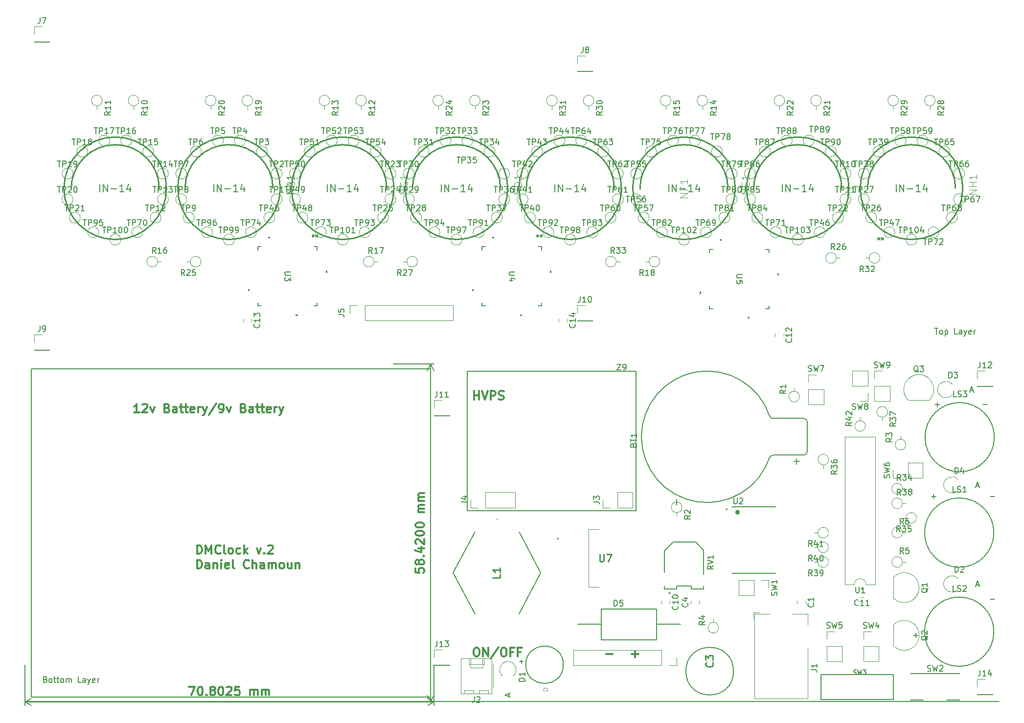
<source format=gbr>
G04 #@! TF.GenerationSoftware,KiCad,Pcbnew,7.0.10*
G04 #@! TF.CreationDate,2024-09-23T02:40:38-05:00*
G04 #@! TF.ProjectId,v2Panel,76325061-6e65-46c2-9e6b-696361645f70,rev?*
G04 #@! TF.SameCoordinates,Original*
G04 #@! TF.FileFunction,Legend,Top*
G04 #@! TF.FilePolarity,Positive*
%FSLAX46Y46*%
G04 Gerber Fmt 4.6, Leading zero omitted, Abs format (unit mm)*
G04 Created by KiCad (PCBNEW 7.0.10) date 2024-09-23 02:40:38*
%MOMM*%
%LPD*%
G01*
G04 APERTURE LIST*
%ADD10C,0.300000*%
%ADD11C,0.200000*%
%ADD12C,0.150000*%
%ADD13C,0.254000*%
%ADD14C,0.120000*%
%ADD15C,0.101600*%
%ADD16C,0.127000*%
%ADD17C,0.400000*%
%ADD18C,0.100000*%
%ADD19C,0.152400*%
G04 APERTURE END LIST*
D10*
X102077128Y-136811681D02*
X102077128Y-137525967D01*
X102077128Y-137525967D02*
X102791414Y-137597395D01*
X102791414Y-137597395D02*
X102719985Y-137525967D01*
X102719985Y-137525967D02*
X102648557Y-137383110D01*
X102648557Y-137383110D02*
X102648557Y-137025967D01*
X102648557Y-137025967D02*
X102719985Y-136883110D01*
X102719985Y-136883110D02*
X102791414Y-136811681D01*
X102791414Y-136811681D02*
X102934271Y-136740252D01*
X102934271Y-136740252D02*
X103291414Y-136740252D01*
X103291414Y-136740252D02*
X103434271Y-136811681D01*
X103434271Y-136811681D02*
X103505700Y-136883110D01*
X103505700Y-136883110D02*
X103577128Y-137025967D01*
X103577128Y-137025967D02*
X103577128Y-137383110D01*
X103577128Y-137383110D02*
X103505700Y-137525967D01*
X103505700Y-137525967D02*
X103434271Y-137597395D01*
X102719985Y-135883110D02*
X102648557Y-136025967D01*
X102648557Y-136025967D02*
X102577128Y-136097396D01*
X102577128Y-136097396D02*
X102434271Y-136168824D01*
X102434271Y-136168824D02*
X102362842Y-136168824D01*
X102362842Y-136168824D02*
X102219985Y-136097396D01*
X102219985Y-136097396D02*
X102148557Y-136025967D01*
X102148557Y-136025967D02*
X102077128Y-135883110D01*
X102077128Y-135883110D02*
X102077128Y-135597396D01*
X102077128Y-135597396D02*
X102148557Y-135454539D01*
X102148557Y-135454539D02*
X102219985Y-135383110D01*
X102219985Y-135383110D02*
X102362842Y-135311681D01*
X102362842Y-135311681D02*
X102434271Y-135311681D01*
X102434271Y-135311681D02*
X102577128Y-135383110D01*
X102577128Y-135383110D02*
X102648557Y-135454539D01*
X102648557Y-135454539D02*
X102719985Y-135597396D01*
X102719985Y-135597396D02*
X102719985Y-135883110D01*
X102719985Y-135883110D02*
X102791414Y-136025967D01*
X102791414Y-136025967D02*
X102862842Y-136097396D01*
X102862842Y-136097396D02*
X103005700Y-136168824D01*
X103005700Y-136168824D02*
X103291414Y-136168824D01*
X103291414Y-136168824D02*
X103434271Y-136097396D01*
X103434271Y-136097396D02*
X103505700Y-136025967D01*
X103505700Y-136025967D02*
X103577128Y-135883110D01*
X103577128Y-135883110D02*
X103577128Y-135597396D01*
X103577128Y-135597396D02*
X103505700Y-135454539D01*
X103505700Y-135454539D02*
X103434271Y-135383110D01*
X103434271Y-135383110D02*
X103291414Y-135311681D01*
X103291414Y-135311681D02*
X103005700Y-135311681D01*
X103005700Y-135311681D02*
X102862842Y-135383110D01*
X102862842Y-135383110D02*
X102791414Y-135454539D01*
X102791414Y-135454539D02*
X102719985Y-135597396D01*
X103434271Y-134668825D02*
X103505700Y-134597396D01*
X103505700Y-134597396D02*
X103577128Y-134668825D01*
X103577128Y-134668825D02*
X103505700Y-134740253D01*
X103505700Y-134740253D02*
X103434271Y-134668825D01*
X103434271Y-134668825D02*
X103577128Y-134668825D01*
X102577128Y-133311682D02*
X103577128Y-133311682D01*
X102005700Y-133668824D02*
X103077128Y-134025967D01*
X103077128Y-134025967D02*
X103077128Y-133097396D01*
X102219985Y-132597396D02*
X102148557Y-132525968D01*
X102148557Y-132525968D02*
X102077128Y-132383111D01*
X102077128Y-132383111D02*
X102077128Y-132025968D01*
X102077128Y-132025968D02*
X102148557Y-131883111D01*
X102148557Y-131883111D02*
X102219985Y-131811682D01*
X102219985Y-131811682D02*
X102362842Y-131740253D01*
X102362842Y-131740253D02*
X102505700Y-131740253D01*
X102505700Y-131740253D02*
X102719985Y-131811682D01*
X102719985Y-131811682D02*
X103577128Y-132668825D01*
X103577128Y-132668825D02*
X103577128Y-131740253D01*
X102077128Y-130811682D02*
X102077128Y-130668825D01*
X102077128Y-130668825D02*
X102148557Y-130525968D01*
X102148557Y-130525968D02*
X102219985Y-130454540D01*
X102219985Y-130454540D02*
X102362842Y-130383111D01*
X102362842Y-130383111D02*
X102648557Y-130311682D01*
X102648557Y-130311682D02*
X103005700Y-130311682D01*
X103005700Y-130311682D02*
X103291414Y-130383111D01*
X103291414Y-130383111D02*
X103434271Y-130454540D01*
X103434271Y-130454540D02*
X103505700Y-130525968D01*
X103505700Y-130525968D02*
X103577128Y-130668825D01*
X103577128Y-130668825D02*
X103577128Y-130811682D01*
X103577128Y-130811682D02*
X103505700Y-130954540D01*
X103505700Y-130954540D02*
X103434271Y-131025968D01*
X103434271Y-131025968D02*
X103291414Y-131097397D01*
X103291414Y-131097397D02*
X103005700Y-131168825D01*
X103005700Y-131168825D02*
X102648557Y-131168825D01*
X102648557Y-131168825D02*
X102362842Y-131097397D01*
X102362842Y-131097397D02*
X102219985Y-131025968D01*
X102219985Y-131025968D02*
X102148557Y-130954540D01*
X102148557Y-130954540D02*
X102077128Y-130811682D01*
X102077128Y-129383111D02*
X102077128Y-129240254D01*
X102077128Y-129240254D02*
X102148557Y-129097397D01*
X102148557Y-129097397D02*
X102219985Y-129025969D01*
X102219985Y-129025969D02*
X102362842Y-128954540D01*
X102362842Y-128954540D02*
X102648557Y-128883111D01*
X102648557Y-128883111D02*
X103005700Y-128883111D01*
X103005700Y-128883111D02*
X103291414Y-128954540D01*
X103291414Y-128954540D02*
X103434271Y-129025969D01*
X103434271Y-129025969D02*
X103505700Y-129097397D01*
X103505700Y-129097397D02*
X103577128Y-129240254D01*
X103577128Y-129240254D02*
X103577128Y-129383111D01*
X103577128Y-129383111D02*
X103505700Y-129525969D01*
X103505700Y-129525969D02*
X103434271Y-129597397D01*
X103434271Y-129597397D02*
X103291414Y-129668826D01*
X103291414Y-129668826D02*
X103005700Y-129740254D01*
X103005700Y-129740254D02*
X102648557Y-129740254D01*
X102648557Y-129740254D02*
X102362842Y-129668826D01*
X102362842Y-129668826D02*
X102219985Y-129597397D01*
X102219985Y-129597397D02*
X102148557Y-129525969D01*
X102148557Y-129525969D02*
X102077128Y-129383111D01*
X103577128Y-127097398D02*
X102577128Y-127097398D01*
X102719985Y-127097398D02*
X102648557Y-127025969D01*
X102648557Y-127025969D02*
X102577128Y-126883112D01*
X102577128Y-126883112D02*
X102577128Y-126668826D01*
X102577128Y-126668826D02*
X102648557Y-126525969D01*
X102648557Y-126525969D02*
X102791414Y-126454541D01*
X102791414Y-126454541D02*
X103577128Y-126454541D01*
X102791414Y-126454541D02*
X102648557Y-126383112D01*
X102648557Y-126383112D02*
X102577128Y-126240255D01*
X102577128Y-126240255D02*
X102577128Y-126025969D01*
X102577128Y-126025969D02*
X102648557Y-125883112D01*
X102648557Y-125883112D02*
X102791414Y-125811683D01*
X102791414Y-125811683D02*
X103577128Y-125811683D01*
X103577128Y-125097398D02*
X102577128Y-125097398D01*
X102719985Y-125097398D02*
X102648557Y-125025969D01*
X102648557Y-125025969D02*
X102577128Y-124883112D01*
X102577128Y-124883112D02*
X102577128Y-124668826D01*
X102577128Y-124668826D02*
X102648557Y-124525969D01*
X102648557Y-124525969D02*
X102791414Y-124454541D01*
X102791414Y-124454541D02*
X103577128Y-124454541D01*
X102791414Y-124454541D02*
X102648557Y-124383112D01*
X102648557Y-124383112D02*
X102577128Y-124240255D01*
X102577128Y-124240255D02*
X102577128Y-124025969D01*
X102577128Y-124025969D02*
X102648557Y-123883112D01*
X102648557Y-123883112D02*
X102791414Y-123811683D01*
X102791414Y-123811683D02*
X103577128Y-123811683D01*
D11*
X98279204Y-159878826D02*
X105285220Y-159878826D01*
X98279204Y-101458826D02*
X105285220Y-101458826D01*
X104698800Y-159878826D02*
X104698800Y-101458826D01*
X104698800Y-159878826D02*
X104698800Y-101458826D01*
X104698800Y-159878826D02*
X104112379Y-158752322D01*
X104698800Y-159878826D02*
X105285221Y-158752322D01*
X104698800Y-101458826D02*
X105285221Y-102585330D01*
X104698800Y-101458826D02*
X104112379Y-102585330D01*
D10*
X62932551Y-157289183D02*
X63932551Y-157289183D01*
X63932551Y-157289183D02*
X63289694Y-158789183D01*
X64789694Y-157289183D02*
X64932551Y-157289183D01*
X64932551Y-157289183D02*
X65075408Y-157360612D01*
X65075408Y-157360612D02*
X65146837Y-157432040D01*
X65146837Y-157432040D02*
X65218265Y-157574897D01*
X65218265Y-157574897D02*
X65289694Y-157860612D01*
X65289694Y-157860612D02*
X65289694Y-158217755D01*
X65289694Y-158217755D02*
X65218265Y-158503469D01*
X65218265Y-158503469D02*
X65146837Y-158646326D01*
X65146837Y-158646326D02*
X65075408Y-158717755D01*
X65075408Y-158717755D02*
X64932551Y-158789183D01*
X64932551Y-158789183D02*
X64789694Y-158789183D01*
X64789694Y-158789183D02*
X64646837Y-158717755D01*
X64646837Y-158717755D02*
X64575408Y-158646326D01*
X64575408Y-158646326D02*
X64503979Y-158503469D01*
X64503979Y-158503469D02*
X64432551Y-158217755D01*
X64432551Y-158217755D02*
X64432551Y-157860612D01*
X64432551Y-157860612D02*
X64503979Y-157574897D01*
X64503979Y-157574897D02*
X64575408Y-157432040D01*
X64575408Y-157432040D02*
X64646837Y-157360612D01*
X64646837Y-157360612D02*
X64789694Y-157289183D01*
X65932550Y-158646326D02*
X66003979Y-158717755D01*
X66003979Y-158717755D02*
X65932550Y-158789183D01*
X65932550Y-158789183D02*
X65861122Y-158717755D01*
X65861122Y-158717755D02*
X65932550Y-158646326D01*
X65932550Y-158646326D02*
X65932550Y-158789183D01*
X66861122Y-157932040D02*
X66718265Y-157860612D01*
X66718265Y-157860612D02*
X66646836Y-157789183D01*
X66646836Y-157789183D02*
X66575408Y-157646326D01*
X66575408Y-157646326D02*
X66575408Y-157574897D01*
X66575408Y-157574897D02*
X66646836Y-157432040D01*
X66646836Y-157432040D02*
X66718265Y-157360612D01*
X66718265Y-157360612D02*
X66861122Y-157289183D01*
X66861122Y-157289183D02*
X67146836Y-157289183D01*
X67146836Y-157289183D02*
X67289694Y-157360612D01*
X67289694Y-157360612D02*
X67361122Y-157432040D01*
X67361122Y-157432040D02*
X67432551Y-157574897D01*
X67432551Y-157574897D02*
X67432551Y-157646326D01*
X67432551Y-157646326D02*
X67361122Y-157789183D01*
X67361122Y-157789183D02*
X67289694Y-157860612D01*
X67289694Y-157860612D02*
X67146836Y-157932040D01*
X67146836Y-157932040D02*
X66861122Y-157932040D01*
X66861122Y-157932040D02*
X66718265Y-158003469D01*
X66718265Y-158003469D02*
X66646836Y-158074897D01*
X66646836Y-158074897D02*
X66575408Y-158217755D01*
X66575408Y-158217755D02*
X66575408Y-158503469D01*
X66575408Y-158503469D02*
X66646836Y-158646326D01*
X66646836Y-158646326D02*
X66718265Y-158717755D01*
X66718265Y-158717755D02*
X66861122Y-158789183D01*
X66861122Y-158789183D02*
X67146836Y-158789183D01*
X67146836Y-158789183D02*
X67289694Y-158717755D01*
X67289694Y-158717755D02*
X67361122Y-158646326D01*
X67361122Y-158646326D02*
X67432551Y-158503469D01*
X67432551Y-158503469D02*
X67432551Y-158217755D01*
X67432551Y-158217755D02*
X67361122Y-158074897D01*
X67361122Y-158074897D02*
X67289694Y-158003469D01*
X67289694Y-158003469D02*
X67146836Y-157932040D01*
X68361122Y-157289183D02*
X68503979Y-157289183D01*
X68503979Y-157289183D02*
X68646836Y-157360612D01*
X68646836Y-157360612D02*
X68718265Y-157432040D01*
X68718265Y-157432040D02*
X68789693Y-157574897D01*
X68789693Y-157574897D02*
X68861122Y-157860612D01*
X68861122Y-157860612D02*
X68861122Y-158217755D01*
X68861122Y-158217755D02*
X68789693Y-158503469D01*
X68789693Y-158503469D02*
X68718265Y-158646326D01*
X68718265Y-158646326D02*
X68646836Y-158717755D01*
X68646836Y-158717755D02*
X68503979Y-158789183D01*
X68503979Y-158789183D02*
X68361122Y-158789183D01*
X68361122Y-158789183D02*
X68218265Y-158717755D01*
X68218265Y-158717755D02*
X68146836Y-158646326D01*
X68146836Y-158646326D02*
X68075407Y-158503469D01*
X68075407Y-158503469D02*
X68003979Y-158217755D01*
X68003979Y-158217755D02*
X68003979Y-157860612D01*
X68003979Y-157860612D02*
X68075407Y-157574897D01*
X68075407Y-157574897D02*
X68146836Y-157432040D01*
X68146836Y-157432040D02*
X68218265Y-157360612D01*
X68218265Y-157360612D02*
X68361122Y-157289183D01*
X69432550Y-157432040D02*
X69503978Y-157360612D01*
X69503978Y-157360612D02*
X69646836Y-157289183D01*
X69646836Y-157289183D02*
X70003978Y-157289183D01*
X70003978Y-157289183D02*
X70146836Y-157360612D01*
X70146836Y-157360612D02*
X70218264Y-157432040D01*
X70218264Y-157432040D02*
X70289693Y-157574897D01*
X70289693Y-157574897D02*
X70289693Y-157717755D01*
X70289693Y-157717755D02*
X70218264Y-157932040D01*
X70218264Y-157932040D02*
X69361121Y-158789183D01*
X69361121Y-158789183D02*
X70289693Y-158789183D01*
X71646835Y-157289183D02*
X70932549Y-157289183D01*
X70932549Y-157289183D02*
X70861121Y-158003469D01*
X70861121Y-158003469D02*
X70932549Y-157932040D01*
X70932549Y-157932040D02*
X71075407Y-157860612D01*
X71075407Y-157860612D02*
X71432549Y-157860612D01*
X71432549Y-157860612D02*
X71575407Y-157932040D01*
X71575407Y-157932040D02*
X71646835Y-158003469D01*
X71646835Y-158003469D02*
X71718264Y-158146326D01*
X71718264Y-158146326D02*
X71718264Y-158503469D01*
X71718264Y-158503469D02*
X71646835Y-158646326D01*
X71646835Y-158646326D02*
X71575407Y-158717755D01*
X71575407Y-158717755D02*
X71432549Y-158789183D01*
X71432549Y-158789183D02*
X71075407Y-158789183D01*
X71075407Y-158789183D02*
X70932549Y-158717755D01*
X70932549Y-158717755D02*
X70861121Y-158646326D01*
X73503977Y-158789183D02*
X73503977Y-157789183D01*
X73503977Y-157932040D02*
X73575406Y-157860612D01*
X73575406Y-157860612D02*
X73718263Y-157789183D01*
X73718263Y-157789183D02*
X73932549Y-157789183D01*
X73932549Y-157789183D02*
X74075406Y-157860612D01*
X74075406Y-157860612D02*
X74146835Y-158003469D01*
X74146835Y-158003469D02*
X74146835Y-158789183D01*
X74146835Y-158003469D02*
X74218263Y-157860612D01*
X74218263Y-157860612D02*
X74361120Y-157789183D01*
X74361120Y-157789183D02*
X74575406Y-157789183D01*
X74575406Y-157789183D02*
X74718263Y-157860612D01*
X74718263Y-157860612D02*
X74789692Y-158003469D01*
X74789692Y-158003469D02*
X74789692Y-158789183D01*
X75503977Y-158789183D02*
X75503977Y-157789183D01*
X75503977Y-157932040D02*
X75575406Y-157860612D01*
X75575406Y-157860612D02*
X75718263Y-157789183D01*
X75718263Y-157789183D02*
X75932549Y-157789183D01*
X75932549Y-157789183D02*
X76075406Y-157860612D01*
X76075406Y-157860612D02*
X76146835Y-158003469D01*
X76146835Y-158003469D02*
X76146835Y-158789183D01*
X76146835Y-158003469D02*
X76218263Y-157860612D01*
X76218263Y-157860612D02*
X76361120Y-157789183D01*
X76361120Y-157789183D02*
X76575406Y-157789183D01*
X76575406Y-157789183D02*
X76718263Y-157860612D01*
X76718263Y-157860612D02*
X76789692Y-158003469D01*
X76789692Y-158003469D02*
X76789692Y-158789183D01*
D11*
X34531300Y-153480748D02*
X34531300Y-160497275D01*
X105333800Y-153480748D02*
X105333800Y-160497275D01*
X34531300Y-159910855D02*
X105333800Y-159910855D01*
X34531300Y-159910855D02*
X105333800Y-159910855D01*
X34531300Y-159910855D02*
X35657804Y-159324434D01*
X34531300Y-159910855D02*
X35657804Y-160497276D01*
X105333800Y-159910855D02*
X104207296Y-160497276D01*
X105333800Y-159910855D02*
X104207296Y-159324434D01*
X111048800Y-102728826D02*
X140258800Y-102728826D01*
X140258800Y-126858826D01*
X111048800Y-126858826D01*
X111048800Y-102728826D01*
D12*
X191951010Y-95293754D02*
X192522438Y-95293754D01*
X192236724Y-96293754D02*
X192236724Y-95293754D01*
X192998629Y-96293754D02*
X192903391Y-96246135D01*
X192903391Y-96246135D02*
X192855772Y-96198515D01*
X192855772Y-96198515D02*
X192808153Y-96103277D01*
X192808153Y-96103277D02*
X192808153Y-95817563D01*
X192808153Y-95817563D02*
X192855772Y-95722325D01*
X192855772Y-95722325D02*
X192903391Y-95674706D01*
X192903391Y-95674706D02*
X192998629Y-95627087D01*
X192998629Y-95627087D02*
X193141486Y-95627087D01*
X193141486Y-95627087D02*
X193236724Y-95674706D01*
X193236724Y-95674706D02*
X193284343Y-95722325D01*
X193284343Y-95722325D02*
X193331962Y-95817563D01*
X193331962Y-95817563D02*
X193331962Y-96103277D01*
X193331962Y-96103277D02*
X193284343Y-96198515D01*
X193284343Y-96198515D02*
X193236724Y-96246135D01*
X193236724Y-96246135D02*
X193141486Y-96293754D01*
X193141486Y-96293754D02*
X192998629Y-96293754D01*
X193760534Y-95627087D02*
X193760534Y-96627087D01*
X193760534Y-95674706D02*
X193855772Y-95627087D01*
X193855772Y-95627087D02*
X194046248Y-95627087D01*
X194046248Y-95627087D02*
X194141486Y-95674706D01*
X194141486Y-95674706D02*
X194189105Y-95722325D01*
X194189105Y-95722325D02*
X194236724Y-95817563D01*
X194236724Y-95817563D02*
X194236724Y-96103277D01*
X194236724Y-96103277D02*
X194189105Y-96198515D01*
X194189105Y-96198515D02*
X194141486Y-96246135D01*
X194141486Y-96246135D02*
X194046248Y-96293754D01*
X194046248Y-96293754D02*
X193855772Y-96293754D01*
X193855772Y-96293754D02*
X193760534Y-96246135D01*
X195903391Y-96293754D02*
X195427201Y-96293754D01*
X195427201Y-96293754D02*
X195427201Y-95293754D01*
X196665296Y-96293754D02*
X196665296Y-95769944D01*
X196665296Y-95769944D02*
X196617677Y-95674706D01*
X196617677Y-95674706D02*
X196522439Y-95627087D01*
X196522439Y-95627087D02*
X196331963Y-95627087D01*
X196331963Y-95627087D02*
X196236725Y-95674706D01*
X196665296Y-96246135D02*
X196570058Y-96293754D01*
X196570058Y-96293754D02*
X196331963Y-96293754D01*
X196331963Y-96293754D02*
X196236725Y-96246135D01*
X196236725Y-96246135D02*
X196189106Y-96150896D01*
X196189106Y-96150896D02*
X196189106Y-96055658D01*
X196189106Y-96055658D02*
X196236725Y-95960420D01*
X196236725Y-95960420D02*
X196331963Y-95912801D01*
X196331963Y-95912801D02*
X196570058Y-95912801D01*
X196570058Y-95912801D02*
X196665296Y-95865182D01*
X197046249Y-95627087D02*
X197284344Y-96293754D01*
X197522439Y-95627087D02*
X197284344Y-96293754D01*
X197284344Y-96293754D02*
X197189106Y-96531849D01*
X197189106Y-96531849D02*
X197141487Y-96579468D01*
X197141487Y-96579468D02*
X197046249Y-96627087D01*
X198284344Y-96246135D02*
X198189106Y-96293754D01*
X198189106Y-96293754D02*
X197998630Y-96293754D01*
X197998630Y-96293754D02*
X197903392Y-96246135D01*
X197903392Y-96246135D02*
X197855773Y-96150896D01*
X197855773Y-96150896D02*
X197855773Y-95769944D01*
X197855773Y-95769944D02*
X197903392Y-95674706D01*
X197903392Y-95674706D02*
X197998630Y-95627087D01*
X197998630Y-95627087D02*
X198189106Y-95627087D01*
X198189106Y-95627087D02*
X198284344Y-95674706D01*
X198284344Y-95674706D02*
X198331963Y-95769944D01*
X198331963Y-95769944D02*
X198331963Y-95865182D01*
X198331963Y-95865182D02*
X197855773Y-95960420D01*
X198760535Y-96293754D02*
X198760535Y-95627087D01*
X198760535Y-95817563D02*
X198808154Y-95722325D01*
X198808154Y-95722325D02*
X198855773Y-95674706D01*
X198855773Y-95674706D02*
X198951011Y-95627087D01*
X198951011Y-95627087D02*
X199046249Y-95627087D01*
D10*
X139543310Y-151673226D02*
X140686168Y-151673226D01*
X140114739Y-152244654D02*
X140114739Y-151101797D01*
D12*
X38058912Y-156049835D02*
X38201769Y-156097454D01*
X38201769Y-156097454D02*
X38249388Y-156145073D01*
X38249388Y-156145073D02*
X38297007Y-156240311D01*
X38297007Y-156240311D02*
X38297007Y-156383168D01*
X38297007Y-156383168D02*
X38249388Y-156478406D01*
X38249388Y-156478406D02*
X38201769Y-156526026D01*
X38201769Y-156526026D02*
X38106531Y-156573645D01*
X38106531Y-156573645D02*
X37725579Y-156573645D01*
X37725579Y-156573645D02*
X37725579Y-155573645D01*
X37725579Y-155573645D02*
X38058912Y-155573645D01*
X38058912Y-155573645D02*
X38154150Y-155621264D01*
X38154150Y-155621264D02*
X38201769Y-155668883D01*
X38201769Y-155668883D02*
X38249388Y-155764121D01*
X38249388Y-155764121D02*
X38249388Y-155859359D01*
X38249388Y-155859359D02*
X38201769Y-155954597D01*
X38201769Y-155954597D02*
X38154150Y-156002216D01*
X38154150Y-156002216D02*
X38058912Y-156049835D01*
X38058912Y-156049835D02*
X37725579Y-156049835D01*
X38868436Y-156573645D02*
X38773198Y-156526026D01*
X38773198Y-156526026D02*
X38725579Y-156478406D01*
X38725579Y-156478406D02*
X38677960Y-156383168D01*
X38677960Y-156383168D02*
X38677960Y-156097454D01*
X38677960Y-156097454D02*
X38725579Y-156002216D01*
X38725579Y-156002216D02*
X38773198Y-155954597D01*
X38773198Y-155954597D02*
X38868436Y-155906978D01*
X38868436Y-155906978D02*
X39011293Y-155906978D01*
X39011293Y-155906978D02*
X39106531Y-155954597D01*
X39106531Y-155954597D02*
X39154150Y-156002216D01*
X39154150Y-156002216D02*
X39201769Y-156097454D01*
X39201769Y-156097454D02*
X39201769Y-156383168D01*
X39201769Y-156383168D02*
X39154150Y-156478406D01*
X39154150Y-156478406D02*
X39106531Y-156526026D01*
X39106531Y-156526026D02*
X39011293Y-156573645D01*
X39011293Y-156573645D02*
X38868436Y-156573645D01*
X39487484Y-155906978D02*
X39868436Y-155906978D01*
X39630341Y-155573645D02*
X39630341Y-156430787D01*
X39630341Y-156430787D02*
X39677960Y-156526026D01*
X39677960Y-156526026D02*
X39773198Y-156573645D01*
X39773198Y-156573645D02*
X39868436Y-156573645D01*
X40058913Y-155906978D02*
X40439865Y-155906978D01*
X40201770Y-155573645D02*
X40201770Y-156430787D01*
X40201770Y-156430787D02*
X40249389Y-156526026D01*
X40249389Y-156526026D02*
X40344627Y-156573645D01*
X40344627Y-156573645D02*
X40439865Y-156573645D01*
X40916056Y-156573645D02*
X40820818Y-156526026D01*
X40820818Y-156526026D02*
X40773199Y-156478406D01*
X40773199Y-156478406D02*
X40725580Y-156383168D01*
X40725580Y-156383168D02*
X40725580Y-156097454D01*
X40725580Y-156097454D02*
X40773199Y-156002216D01*
X40773199Y-156002216D02*
X40820818Y-155954597D01*
X40820818Y-155954597D02*
X40916056Y-155906978D01*
X40916056Y-155906978D02*
X41058913Y-155906978D01*
X41058913Y-155906978D02*
X41154151Y-155954597D01*
X41154151Y-155954597D02*
X41201770Y-156002216D01*
X41201770Y-156002216D02*
X41249389Y-156097454D01*
X41249389Y-156097454D02*
X41249389Y-156383168D01*
X41249389Y-156383168D02*
X41201770Y-156478406D01*
X41201770Y-156478406D02*
X41154151Y-156526026D01*
X41154151Y-156526026D02*
X41058913Y-156573645D01*
X41058913Y-156573645D02*
X40916056Y-156573645D01*
X41677961Y-156573645D02*
X41677961Y-155906978D01*
X41677961Y-156002216D02*
X41725580Y-155954597D01*
X41725580Y-155954597D02*
X41820818Y-155906978D01*
X41820818Y-155906978D02*
X41963675Y-155906978D01*
X41963675Y-155906978D02*
X42058913Y-155954597D01*
X42058913Y-155954597D02*
X42106532Y-156049835D01*
X42106532Y-156049835D02*
X42106532Y-156573645D01*
X42106532Y-156049835D02*
X42154151Y-155954597D01*
X42154151Y-155954597D02*
X42249389Y-155906978D01*
X42249389Y-155906978D02*
X42392246Y-155906978D01*
X42392246Y-155906978D02*
X42487485Y-155954597D01*
X42487485Y-155954597D02*
X42535104Y-156049835D01*
X42535104Y-156049835D02*
X42535104Y-156573645D01*
X44249389Y-156573645D02*
X43773199Y-156573645D01*
X43773199Y-156573645D02*
X43773199Y-155573645D01*
X45011294Y-156573645D02*
X45011294Y-156049835D01*
X45011294Y-156049835D02*
X44963675Y-155954597D01*
X44963675Y-155954597D02*
X44868437Y-155906978D01*
X44868437Y-155906978D02*
X44677961Y-155906978D01*
X44677961Y-155906978D02*
X44582723Y-155954597D01*
X45011294Y-156526026D02*
X44916056Y-156573645D01*
X44916056Y-156573645D02*
X44677961Y-156573645D01*
X44677961Y-156573645D02*
X44582723Y-156526026D01*
X44582723Y-156526026D02*
X44535104Y-156430787D01*
X44535104Y-156430787D02*
X44535104Y-156335549D01*
X44535104Y-156335549D02*
X44582723Y-156240311D01*
X44582723Y-156240311D02*
X44677961Y-156192692D01*
X44677961Y-156192692D02*
X44916056Y-156192692D01*
X44916056Y-156192692D02*
X45011294Y-156145073D01*
X45392247Y-155906978D02*
X45630342Y-156573645D01*
X45868437Y-155906978D02*
X45630342Y-156573645D01*
X45630342Y-156573645D02*
X45535104Y-156811740D01*
X45535104Y-156811740D02*
X45487485Y-156859359D01*
X45487485Y-156859359D02*
X45392247Y-156906978D01*
X46630342Y-156526026D02*
X46535104Y-156573645D01*
X46535104Y-156573645D02*
X46344628Y-156573645D01*
X46344628Y-156573645D02*
X46249390Y-156526026D01*
X46249390Y-156526026D02*
X46201771Y-156430787D01*
X46201771Y-156430787D02*
X46201771Y-156049835D01*
X46201771Y-156049835D02*
X46249390Y-155954597D01*
X46249390Y-155954597D02*
X46344628Y-155906978D01*
X46344628Y-155906978D02*
X46535104Y-155906978D01*
X46535104Y-155906978D02*
X46630342Y-155954597D01*
X46630342Y-155954597D02*
X46677961Y-156049835D01*
X46677961Y-156049835D02*
X46677961Y-156145073D01*
X46677961Y-156145073D02*
X46201771Y-156240311D01*
X47106533Y-156573645D02*
X47106533Y-155906978D01*
X47106533Y-156097454D02*
X47154152Y-156002216D01*
X47154152Y-156002216D02*
X47201771Y-155954597D01*
X47201771Y-155954597D02*
X47297009Y-155906978D01*
X47297009Y-155906978D02*
X47392247Y-155906978D01*
D10*
X135098310Y-151673226D02*
X136241168Y-151673226D01*
X64295810Y-134311683D02*
X64295810Y-132811683D01*
X64295810Y-132811683D02*
X64652953Y-132811683D01*
X64652953Y-132811683D02*
X64867239Y-132883112D01*
X64867239Y-132883112D02*
X65010096Y-133025969D01*
X65010096Y-133025969D02*
X65081525Y-133168826D01*
X65081525Y-133168826D02*
X65152953Y-133454540D01*
X65152953Y-133454540D02*
X65152953Y-133668826D01*
X65152953Y-133668826D02*
X65081525Y-133954540D01*
X65081525Y-133954540D02*
X65010096Y-134097397D01*
X65010096Y-134097397D02*
X64867239Y-134240255D01*
X64867239Y-134240255D02*
X64652953Y-134311683D01*
X64652953Y-134311683D02*
X64295810Y-134311683D01*
X65795810Y-134311683D02*
X65795810Y-132811683D01*
X65795810Y-132811683D02*
X66295810Y-133883112D01*
X66295810Y-133883112D02*
X66795810Y-132811683D01*
X66795810Y-132811683D02*
X66795810Y-134311683D01*
X68367239Y-134168826D02*
X68295811Y-134240255D01*
X68295811Y-134240255D02*
X68081525Y-134311683D01*
X68081525Y-134311683D02*
X67938668Y-134311683D01*
X67938668Y-134311683D02*
X67724382Y-134240255D01*
X67724382Y-134240255D02*
X67581525Y-134097397D01*
X67581525Y-134097397D02*
X67510096Y-133954540D01*
X67510096Y-133954540D02*
X67438668Y-133668826D01*
X67438668Y-133668826D02*
X67438668Y-133454540D01*
X67438668Y-133454540D02*
X67510096Y-133168826D01*
X67510096Y-133168826D02*
X67581525Y-133025969D01*
X67581525Y-133025969D02*
X67724382Y-132883112D01*
X67724382Y-132883112D02*
X67938668Y-132811683D01*
X67938668Y-132811683D02*
X68081525Y-132811683D01*
X68081525Y-132811683D02*
X68295811Y-132883112D01*
X68295811Y-132883112D02*
X68367239Y-132954540D01*
X69224382Y-134311683D02*
X69081525Y-134240255D01*
X69081525Y-134240255D02*
X69010096Y-134097397D01*
X69010096Y-134097397D02*
X69010096Y-132811683D01*
X70010096Y-134311683D02*
X69867239Y-134240255D01*
X69867239Y-134240255D02*
X69795810Y-134168826D01*
X69795810Y-134168826D02*
X69724382Y-134025969D01*
X69724382Y-134025969D02*
X69724382Y-133597397D01*
X69724382Y-133597397D02*
X69795810Y-133454540D01*
X69795810Y-133454540D02*
X69867239Y-133383112D01*
X69867239Y-133383112D02*
X70010096Y-133311683D01*
X70010096Y-133311683D02*
X70224382Y-133311683D01*
X70224382Y-133311683D02*
X70367239Y-133383112D01*
X70367239Y-133383112D02*
X70438668Y-133454540D01*
X70438668Y-133454540D02*
X70510096Y-133597397D01*
X70510096Y-133597397D02*
X70510096Y-134025969D01*
X70510096Y-134025969D02*
X70438668Y-134168826D01*
X70438668Y-134168826D02*
X70367239Y-134240255D01*
X70367239Y-134240255D02*
X70224382Y-134311683D01*
X70224382Y-134311683D02*
X70010096Y-134311683D01*
X71795811Y-134240255D02*
X71652953Y-134311683D01*
X71652953Y-134311683D02*
X71367239Y-134311683D01*
X71367239Y-134311683D02*
X71224382Y-134240255D01*
X71224382Y-134240255D02*
X71152953Y-134168826D01*
X71152953Y-134168826D02*
X71081525Y-134025969D01*
X71081525Y-134025969D02*
X71081525Y-133597397D01*
X71081525Y-133597397D02*
X71152953Y-133454540D01*
X71152953Y-133454540D02*
X71224382Y-133383112D01*
X71224382Y-133383112D02*
X71367239Y-133311683D01*
X71367239Y-133311683D02*
X71652953Y-133311683D01*
X71652953Y-133311683D02*
X71795811Y-133383112D01*
X72438667Y-134311683D02*
X72438667Y-132811683D01*
X72581525Y-133740255D02*
X73010096Y-134311683D01*
X73010096Y-133311683D02*
X72438667Y-133883112D01*
X74652953Y-133311683D02*
X75010096Y-134311683D01*
X75010096Y-134311683D02*
X75367239Y-133311683D01*
X75938667Y-134168826D02*
X76010096Y-134240255D01*
X76010096Y-134240255D02*
X75938667Y-134311683D01*
X75938667Y-134311683D02*
X75867239Y-134240255D01*
X75867239Y-134240255D02*
X75938667Y-134168826D01*
X75938667Y-134168826D02*
X75938667Y-134311683D01*
X76581525Y-132954540D02*
X76652953Y-132883112D01*
X76652953Y-132883112D02*
X76795811Y-132811683D01*
X76795811Y-132811683D02*
X77152953Y-132811683D01*
X77152953Y-132811683D02*
X77295811Y-132883112D01*
X77295811Y-132883112D02*
X77367239Y-132954540D01*
X77367239Y-132954540D02*
X77438668Y-133097397D01*
X77438668Y-133097397D02*
X77438668Y-133240255D01*
X77438668Y-133240255D02*
X77367239Y-133454540D01*
X77367239Y-133454540D02*
X76510096Y-134311683D01*
X76510096Y-134311683D02*
X77438668Y-134311683D01*
X64295810Y-136851683D02*
X64295810Y-135351683D01*
X64295810Y-135351683D02*
X64652953Y-135351683D01*
X64652953Y-135351683D02*
X64867239Y-135423112D01*
X64867239Y-135423112D02*
X65010096Y-135565969D01*
X65010096Y-135565969D02*
X65081525Y-135708826D01*
X65081525Y-135708826D02*
X65152953Y-135994540D01*
X65152953Y-135994540D02*
X65152953Y-136208826D01*
X65152953Y-136208826D02*
X65081525Y-136494540D01*
X65081525Y-136494540D02*
X65010096Y-136637397D01*
X65010096Y-136637397D02*
X64867239Y-136780255D01*
X64867239Y-136780255D02*
X64652953Y-136851683D01*
X64652953Y-136851683D02*
X64295810Y-136851683D01*
X66438668Y-136851683D02*
X66438668Y-136065969D01*
X66438668Y-136065969D02*
X66367239Y-135923112D01*
X66367239Y-135923112D02*
X66224382Y-135851683D01*
X66224382Y-135851683D02*
X65938668Y-135851683D01*
X65938668Y-135851683D02*
X65795810Y-135923112D01*
X66438668Y-136780255D02*
X66295810Y-136851683D01*
X66295810Y-136851683D02*
X65938668Y-136851683D01*
X65938668Y-136851683D02*
X65795810Y-136780255D01*
X65795810Y-136780255D02*
X65724382Y-136637397D01*
X65724382Y-136637397D02*
X65724382Y-136494540D01*
X65724382Y-136494540D02*
X65795810Y-136351683D01*
X65795810Y-136351683D02*
X65938668Y-136280255D01*
X65938668Y-136280255D02*
X66295810Y-136280255D01*
X66295810Y-136280255D02*
X66438668Y-136208826D01*
X67152953Y-135851683D02*
X67152953Y-136851683D01*
X67152953Y-135994540D02*
X67224382Y-135923112D01*
X67224382Y-135923112D02*
X67367239Y-135851683D01*
X67367239Y-135851683D02*
X67581525Y-135851683D01*
X67581525Y-135851683D02*
X67724382Y-135923112D01*
X67724382Y-135923112D02*
X67795811Y-136065969D01*
X67795811Y-136065969D02*
X67795811Y-136851683D01*
X68510096Y-136851683D02*
X68510096Y-135851683D01*
X68510096Y-135351683D02*
X68438668Y-135423112D01*
X68438668Y-135423112D02*
X68510096Y-135494540D01*
X68510096Y-135494540D02*
X68581525Y-135423112D01*
X68581525Y-135423112D02*
X68510096Y-135351683D01*
X68510096Y-135351683D02*
X68510096Y-135494540D01*
X69795811Y-136780255D02*
X69652954Y-136851683D01*
X69652954Y-136851683D02*
X69367240Y-136851683D01*
X69367240Y-136851683D02*
X69224382Y-136780255D01*
X69224382Y-136780255D02*
X69152954Y-136637397D01*
X69152954Y-136637397D02*
X69152954Y-136065969D01*
X69152954Y-136065969D02*
X69224382Y-135923112D01*
X69224382Y-135923112D02*
X69367240Y-135851683D01*
X69367240Y-135851683D02*
X69652954Y-135851683D01*
X69652954Y-135851683D02*
X69795811Y-135923112D01*
X69795811Y-135923112D02*
X69867240Y-136065969D01*
X69867240Y-136065969D02*
X69867240Y-136208826D01*
X69867240Y-136208826D02*
X69152954Y-136351683D01*
X70724382Y-136851683D02*
X70581525Y-136780255D01*
X70581525Y-136780255D02*
X70510096Y-136637397D01*
X70510096Y-136637397D02*
X70510096Y-135351683D01*
X73295810Y-136708826D02*
X73224382Y-136780255D01*
X73224382Y-136780255D02*
X73010096Y-136851683D01*
X73010096Y-136851683D02*
X72867239Y-136851683D01*
X72867239Y-136851683D02*
X72652953Y-136780255D01*
X72652953Y-136780255D02*
X72510096Y-136637397D01*
X72510096Y-136637397D02*
X72438667Y-136494540D01*
X72438667Y-136494540D02*
X72367239Y-136208826D01*
X72367239Y-136208826D02*
X72367239Y-135994540D01*
X72367239Y-135994540D02*
X72438667Y-135708826D01*
X72438667Y-135708826D02*
X72510096Y-135565969D01*
X72510096Y-135565969D02*
X72652953Y-135423112D01*
X72652953Y-135423112D02*
X72867239Y-135351683D01*
X72867239Y-135351683D02*
X73010096Y-135351683D01*
X73010096Y-135351683D02*
X73224382Y-135423112D01*
X73224382Y-135423112D02*
X73295810Y-135494540D01*
X73938667Y-136851683D02*
X73938667Y-135351683D01*
X74581525Y-136851683D02*
X74581525Y-136065969D01*
X74581525Y-136065969D02*
X74510096Y-135923112D01*
X74510096Y-135923112D02*
X74367239Y-135851683D01*
X74367239Y-135851683D02*
X74152953Y-135851683D01*
X74152953Y-135851683D02*
X74010096Y-135923112D01*
X74010096Y-135923112D02*
X73938667Y-135994540D01*
X75938668Y-136851683D02*
X75938668Y-136065969D01*
X75938668Y-136065969D02*
X75867239Y-135923112D01*
X75867239Y-135923112D02*
X75724382Y-135851683D01*
X75724382Y-135851683D02*
X75438668Y-135851683D01*
X75438668Y-135851683D02*
X75295810Y-135923112D01*
X75938668Y-136780255D02*
X75795810Y-136851683D01*
X75795810Y-136851683D02*
X75438668Y-136851683D01*
X75438668Y-136851683D02*
X75295810Y-136780255D01*
X75295810Y-136780255D02*
X75224382Y-136637397D01*
X75224382Y-136637397D02*
X75224382Y-136494540D01*
X75224382Y-136494540D02*
X75295810Y-136351683D01*
X75295810Y-136351683D02*
X75438668Y-136280255D01*
X75438668Y-136280255D02*
X75795810Y-136280255D01*
X75795810Y-136280255D02*
X75938668Y-136208826D01*
X76652953Y-136851683D02*
X76652953Y-135851683D01*
X76652953Y-135994540D02*
X76724382Y-135923112D01*
X76724382Y-135923112D02*
X76867239Y-135851683D01*
X76867239Y-135851683D02*
X77081525Y-135851683D01*
X77081525Y-135851683D02*
X77224382Y-135923112D01*
X77224382Y-135923112D02*
X77295811Y-136065969D01*
X77295811Y-136065969D02*
X77295811Y-136851683D01*
X77295811Y-136065969D02*
X77367239Y-135923112D01*
X77367239Y-135923112D02*
X77510096Y-135851683D01*
X77510096Y-135851683D02*
X77724382Y-135851683D01*
X77724382Y-135851683D02*
X77867239Y-135923112D01*
X77867239Y-135923112D02*
X77938668Y-136065969D01*
X77938668Y-136065969D02*
X77938668Y-136851683D01*
X78867239Y-136851683D02*
X78724382Y-136780255D01*
X78724382Y-136780255D02*
X78652953Y-136708826D01*
X78652953Y-136708826D02*
X78581525Y-136565969D01*
X78581525Y-136565969D02*
X78581525Y-136137397D01*
X78581525Y-136137397D02*
X78652953Y-135994540D01*
X78652953Y-135994540D02*
X78724382Y-135923112D01*
X78724382Y-135923112D02*
X78867239Y-135851683D01*
X78867239Y-135851683D02*
X79081525Y-135851683D01*
X79081525Y-135851683D02*
X79224382Y-135923112D01*
X79224382Y-135923112D02*
X79295811Y-135994540D01*
X79295811Y-135994540D02*
X79367239Y-136137397D01*
X79367239Y-136137397D02*
X79367239Y-136565969D01*
X79367239Y-136565969D02*
X79295811Y-136708826D01*
X79295811Y-136708826D02*
X79224382Y-136780255D01*
X79224382Y-136780255D02*
X79081525Y-136851683D01*
X79081525Y-136851683D02*
X78867239Y-136851683D01*
X80652954Y-135851683D02*
X80652954Y-136851683D01*
X80010096Y-135851683D02*
X80010096Y-136637397D01*
X80010096Y-136637397D02*
X80081525Y-136780255D01*
X80081525Y-136780255D02*
X80224382Y-136851683D01*
X80224382Y-136851683D02*
X80438668Y-136851683D01*
X80438668Y-136851683D02*
X80581525Y-136780255D01*
X80581525Y-136780255D02*
X80652954Y-136708826D01*
X81367239Y-135851683D02*
X81367239Y-136851683D01*
X81367239Y-135994540D02*
X81438668Y-135923112D01*
X81438668Y-135923112D02*
X81581525Y-135851683D01*
X81581525Y-135851683D02*
X81795811Y-135851683D01*
X81795811Y-135851683D02*
X81938668Y-135923112D01*
X81938668Y-135923112D02*
X82010097Y-136065969D01*
X82010097Y-136065969D02*
X82010097Y-136851683D01*
X54300270Y-109850437D02*
X53443127Y-109850437D01*
X53871698Y-109850437D02*
X53871698Y-108350437D01*
X53871698Y-108350437D02*
X53728841Y-108564723D01*
X53728841Y-108564723D02*
X53585984Y-108707580D01*
X53585984Y-108707580D02*
X53443127Y-108779009D01*
X54871698Y-108493294D02*
X54943126Y-108421866D01*
X54943126Y-108421866D02*
X55085984Y-108350437D01*
X55085984Y-108350437D02*
X55443126Y-108350437D01*
X55443126Y-108350437D02*
X55585984Y-108421866D01*
X55585984Y-108421866D02*
X55657412Y-108493294D01*
X55657412Y-108493294D02*
X55728841Y-108636151D01*
X55728841Y-108636151D02*
X55728841Y-108779009D01*
X55728841Y-108779009D02*
X55657412Y-108993294D01*
X55657412Y-108993294D02*
X54800269Y-109850437D01*
X54800269Y-109850437D02*
X55728841Y-109850437D01*
X56228840Y-108850437D02*
X56585983Y-109850437D01*
X56585983Y-109850437D02*
X56943126Y-108850437D01*
X59157411Y-109064723D02*
X59371697Y-109136151D01*
X59371697Y-109136151D02*
X59443126Y-109207580D01*
X59443126Y-109207580D02*
X59514554Y-109350437D01*
X59514554Y-109350437D02*
X59514554Y-109564723D01*
X59514554Y-109564723D02*
X59443126Y-109707580D01*
X59443126Y-109707580D02*
X59371697Y-109779009D01*
X59371697Y-109779009D02*
X59228840Y-109850437D01*
X59228840Y-109850437D02*
X58657411Y-109850437D01*
X58657411Y-109850437D02*
X58657411Y-108350437D01*
X58657411Y-108350437D02*
X59157411Y-108350437D01*
X59157411Y-108350437D02*
X59300269Y-108421866D01*
X59300269Y-108421866D02*
X59371697Y-108493294D01*
X59371697Y-108493294D02*
X59443126Y-108636151D01*
X59443126Y-108636151D02*
X59443126Y-108779009D01*
X59443126Y-108779009D02*
X59371697Y-108921866D01*
X59371697Y-108921866D02*
X59300269Y-108993294D01*
X59300269Y-108993294D02*
X59157411Y-109064723D01*
X59157411Y-109064723D02*
X58657411Y-109064723D01*
X60800269Y-109850437D02*
X60800269Y-109064723D01*
X60800269Y-109064723D02*
X60728840Y-108921866D01*
X60728840Y-108921866D02*
X60585983Y-108850437D01*
X60585983Y-108850437D02*
X60300269Y-108850437D01*
X60300269Y-108850437D02*
X60157411Y-108921866D01*
X60800269Y-109779009D02*
X60657411Y-109850437D01*
X60657411Y-109850437D02*
X60300269Y-109850437D01*
X60300269Y-109850437D02*
X60157411Y-109779009D01*
X60157411Y-109779009D02*
X60085983Y-109636151D01*
X60085983Y-109636151D02*
X60085983Y-109493294D01*
X60085983Y-109493294D02*
X60157411Y-109350437D01*
X60157411Y-109350437D02*
X60300269Y-109279009D01*
X60300269Y-109279009D02*
X60657411Y-109279009D01*
X60657411Y-109279009D02*
X60800269Y-109207580D01*
X61300269Y-108850437D02*
X61871697Y-108850437D01*
X61514554Y-108350437D02*
X61514554Y-109636151D01*
X61514554Y-109636151D02*
X61585983Y-109779009D01*
X61585983Y-109779009D02*
X61728840Y-109850437D01*
X61728840Y-109850437D02*
X61871697Y-109850437D01*
X62157412Y-108850437D02*
X62728840Y-108850437D01*
X62371697Y-108350437D02*
X62371697Y-109636151D01*
X62371697Y-109636151D02*
X62443126Y-109779009D01*
X62443126Y-109779009D02*
X62585983Y-109850437D01*
X62585983Y-109850437D02*
X62728840Y-109850437D01*
X63800269Y-109779009D02*
X63657412Y-109850437D01*
X63657412Y-109850437D02*
X63371698Y-109850437D01*
X63371698Y-109850437D02*
X63228840Y-109779009D01*
X63228840Y-109779009D02*
X63157412Y-109636151D01*
X63157412Y-109636151D02*
X63157412Y-109064723D01*
X63157412Y-109064723D02*
X63228840Y-108921866D01*
X63228840Y-108921866D02*
X63371698Y-108850437D01*
X63371698Y-108850437D02*
X63657412Y-108850437D01*
X63657412Y-108850437D02*
X63800269Y-108921866D01*
X63800269Y-108921866D02*
X63871698Y-109064723D01*
X63871698Y-109064723D02*
X63871698Y-109207580D01*
X63871698Y-109207580D02*
X63157412Y-109350437D01*
X64514554Y-109850437D02*
X64514554Y-108850437D01*
X64514554Y-109136151D02*
X64585983Y-108993294D01*
X64585983Y-108993294D02*
X64657412Y-108921866D01*
X64657412Y-108921866D02*
X64800269Y-108850437D01*
X64800269Y-108850437D02*
X64943126Y-108850437D01*
X65300268Y-108850437D02*
X65657411Y-109850437D01*
X66014554Y-108850437D02*
X65657411Y-109850437D01*
X65657411Y-109850437D02*
X65514554Y-110207580D01*
X65514554Y-110207580D02*
X65443125Y-110279009D01*
X65443125Y-110279009D02*
X65300268Y-110350437D01*
X67657411Y-108279009D02*
X66371697Y-110207580D01*
X68228840Y-109850437D02*
X68514554Y-109850437D01*
X68514554Y-109850437D02*
X68657411Y-109779009D01*
X68657411Y-109779009D02*
X68728840Y-109707580D01*
X68728840Y-109707580D02*
X68871697Y-109493294D01*
X68871697Y-109493294D02*
X68943126Y-109207580D01*
X68943126Y-109207580D02*
X68943126Y-108636151D01*
X68943126Y-108636151D02*
X68871697Y-108493294D01*
X68871697Y-108493294D02*
X68800269Y-108421866D01*
X68800269Y-108421866D02*
X68657411Y-108350437D01*
X68657411Y-108350437D02*
X68371697Y-108350437D01*
X68371697Y-108350437D02*
X68228840Y-108421866D01*
X68228840Y-108421866D02*
X68157411Y-108493294D01*
X68157411Y-108493294D02*
X68085983Y-108636151D01*
X68085983Y-108636151D02*
X68085983Y-108993294D01*
X68085983Y-108993294D02*
X68157411Y-109136151D01*
X68157411Y-109136151D02*
X68228840Y-109207580D01*
X68228840Y-109207580D02*
X68371697Y-109279009D01*
X68371697Y-109279009D02*
X68657411Y-109279009D01*
X68657411Y-109279009D02*
X68800269Y-109207580D01*
X68800269Y-109207580D02*
X68871697Y-109136151D01*
X68871697Y-109136151D02*
X68943126Y-108993294D01*
X69443125Y-108850437D02*
X69800268Y-109850437D01*
X69800268Y-109850437D02*
X70157411Y-108850437D01*
X72371696Y-109064723D02*
X72585982Y-109136151D01*
X72585982Y-109136151D02*
X72657411Y-109207580D01*
X72657411Y-109207580D02*
X72728839Y-109350437D01*
X72728839Y-109350437D02*
X72728839Y-109564723D01*
X72728839Y-109564723D02*
X72657411Y-109707580D01*
X72657411Y-109707580D02*
X72585982Y-109779009D01*
X72585982Y-109779009D02*
X72443125Y-109850437D01*
X72443125Y-109850437D02*
X71871696Y-109850437D01*
X71871696Y-109850437D02*
X71871696Y-108350437D01*
X71871696Y-108350437D02*
X72371696Y-108350437D01*
X72371696Y-108350437D02*
X72514554Y-108421866D01*
X72514554Y-108421866D02*
X72585982Y-108493294D01*
X72585982Y-108493294D02*
X72657411Y-108636151D01*
X72657411Y-108636151D02*
X72657411Y-108779009D01*
X72657411Y-108779009D02*
X72585982Y-108921866D01*
X72585982Y-108921866D02*
X72514554Y-108993294D01*
X72514554Y-108993294D02*
X72371696Y-109064723D01*
X72371696Y-109064723D02*
X71871696Y-109064723D01*
X74014554Y-109850437D02*
X74014554Y-109064723D01*
X74014554Y-109064723D02*
X73943125Y-108921866D01*
X73943125Y-108921866D02*
X73800268Y-108850437D01*
X73800268Y-108850437D02*
X73514554Y-108850437D01*
X73514554Y-108850437D02*
X73371696Y-108921866D01*
X74014554Y-109779009D02*
X73871696Y-109850437D01*
X73871696Y-109850437D02*
X73514554Y-109850437D01*
X73514554Y-109850437D02*
X73371696Y-109779009D01*
X73371696Y-109779009D02*
X73300268Y-109636151D01*
X73300268Y-109636151D02*
X73300268Y-109493294D01*
X73300268Y-109493294D02*
X73371696Y-109350437D01*
X73371696Y-109350437D02*
X73514554Y-109279009D01*
X73514554Y-109279009D02*
X73871696Y-109279009D01*
X73871696Y-109279009D02*
X74014554Y-109207580D01*
X74514554Y-108850437D02*
X75085982Y-108850437D01*
X74728839Y-108350437D02*
X74728839Y-109636151D01*
X74728839Y-109636151D02*
X74800268Y-109779009D01*
X74800268Y-109779009D02*
X74943125Y-109850437D01*
X74943125Y-109850437D02*
X75085982Y-109850437D01*
X75371697Y-108850437D02*
X75943125Y-108850437D01*
X75585982Y-108350437D02*
X75585982Y-109636151D01*
X75585982Y-109636151D02*
X75657411Y-109779009D01*
X75657411Y-109779009D02*
X75800268Y-109850437D01*
X75800268Y-109850437D02*
X75943125Y-109850437D01*
X77014554Y-109779009D02*
X76871697Y-109850437D01*
X76871697Y-109850437D02*
X76585983Y-109850437D01*
X76585983Y-109850437D02*
X76443125Y-109779009D01*
X76443125Y-109779009D02*
X76371697Y-109636151D01*
X76371697Y-109636151D02*
X76371697Y-109064723D01*
X76371697Y-109064723D02*
X76443125Y-108921866D01*
X76443125Y-108921866D02*
X76585983Y-108850437D01*
X76585983Y-108850437D02*
X76871697Y-108850437D01*
X76871697Y-108850437D02*
X77014554Y-108921866D01*
X77014554Y-108921866D02*
X77085983Y-109064723D01*
X77085983Y-109064723D02*
X77085983Y-109207580D01*
X77085983Y-109207580D02*
X76371697Y-109350437D01*
X77728839Y-109850437D02*
X77728839Y-108850437D01*
X77728839Y-109136151D02*
X77800268Y-108993294D01*
X77800268Y-108993294D02*
X77871697Y-108921866D01*
X77871697Y-108921866D02*
X78014554Y-108850437D01*
X78014554Y-108850437D02*
X78157411Y-108850437D01*
X78514553Y-108850437D02*
X78871696Y-109850437D01*
X79228839Y-108850437D02*
X78871696Y-109850437D01*
X78871696Y-109850437D02*
X78728839Y-110207580D01*
X78728839Y-110207580D02*
X78657410Y-110279009D01*
X78657410Y-110279009D02*
X78514553Y-110350437D01*
X112238310Y-107609654D02*
X112238310Y-106109654D01*
X112238310Y-106823940D02*
X113095453Y-106823940D01*
X113095453Y-107609654D02*
X113095453Y-106109654D01*
X113595454Y-106109654D02*
X114095454Y-107609654D01*
X114095454Y-107609654D02*
X114595454Y-106109654D01*
X115095453Y-107609654D02*
X115095453Y-106109654D01*
X115095453Y-106109654D02*
X115666882Y-106109654D01*
X115666882Y-106109654D02*
X115809739Y-106181083D01*
X115809739Y-106181083D02*
X115881168Y-106252511D01*
X115881168Y-106252511D02*
X115952596Y-106395368D01*
X115952596Y-106395368D02*
X115952596Y-106609654D01*
X115952596Y-106609654D02*
X115881168Y-106752511D01*
X115881168Y-106752511D02*
X115809739Y-106823940D01*
X115809739Y-106823940D02*
X115666882Y-106895368D01*
X115666882Y-106895368D02*
X115095453Y-106895368D01*
X116524025Y-107538226D02*
X116738311Y-107609654D01*
X116738311Y-107609654D02*
X117095453Y-107609654D01*
X117095453Y-107609654D02*
X117238311Y-107538226D01*
X117238311Y-107538226D02*
X117309739Y-107466797D01*
X117309739Y-107466797D02*
X117381168Y-107323940D01*
X117381168Y-107323940D02*
X117381168Y-107181083D01*
X117381168Y-107181083D02*
X117309739Y-107038226D01*
X117309739Y-107038226D02*
X117238311Y-106966797D01*
X117238311Y-106966797D02*
X117095453Y-106895368D01*
X117095453Y-106895368D02*
X116809739Y-106823940D01*
X116809739Y-106823940D02*
X116666882Y-106752511D01*
X116666882Y-106752511D02*
X116595453Y-106681083D01*
X116595453Y-106681083D02*
X116524025Y-106538226D01*
X116524025Y-106538226D02*
X116524025Y-106395368D01*
X116524025Y-106395368D02*
X116595453Y-106252511D01*
X116595453Y-106252511D02*
X116666882Y-106181083D01*
X116666882Y-106181083D02*
X116809739Y-106109654D01*
X116809739Y-106109654D02*
X117166882Y-106109654D01*
X117166882Y-106109654D02*
X117381168Y-106181083D01*
X112524025Y-150559654D02*
X112809739Y-150559654D01*
X112809739Y-150559654D02*
X112952596Y-150631083D01*
X112952596Y-150631083D02*
X113095453Y-150773940D01*
X113095453Y-150773940D02*
X113166882Y-151059654D01*
X113166882Y-151059654D02*
X113166882Y-151559654D01*
X113166882Y-151559654D02*
X113095453Y-151845368D01*
X113095453Y-151845368D02*
X112952596Y-151988226D01*
X112952596Y-151988226D02*
X112809739Y-152059654D01*
X112809739Y-152059654D02*
X112524025Y-152059654D01*
X112524025Y-152059654D02*
X112381168Y-151988226D01*
X112381168Y-151988226D02*
X112238310Y-151845368D01*
X112238310Y-151845368D02*
X112166882Y-151559654D01*
X112166882Y-151559654D02*
X112166882Y-151059654D01*
X112166882Y-151059654D02*
X112238310Y-150773940D01*
X112238310Y-150773940D02*
X112381168Y-150631083D01*
X112381168Y-150631083D02*
X112524025Y-150559654D01*
X113809739Y-152059654D02*
X113809739Y-150559654D01*
X113809739Y-150559654D02*
X114666882Y-152059654D01*
X114666882Y-152059654D02*
X114666882Y-150559654D01*
X116452597Y-150488226D02*
X115166883Y-152416797D01*
X117238312Y-150559654D02*
X117524026Y-150559654D01*
X117524026Y-150559654D02*
X117666883Y-150631083D01*
X117666883Y-150631083D02*
X117809740Y-150773940D01*
X117809740Y-150773940D02*
X117881169Y-151059654D01*
X117881169Y-151059654D02*
X117881169Y-151559654D01*
X117881169Y-151559654D02*
X117809740Y-151845368D01*
X117809740Y-151845368D02*
X117666883Y-151988226D01*
X117666883Y-151988226D02*
X117524026Y-152059654D01*
X117524026Y-152059654D02*
X117238312Y-152059654D01*
X117238312Y-152059654D02*
X117095455Y-151988226D01*
X117095455Y-151988226D02*
X116952597Y-151845368D01*
X116952597Y-151845368D02*
X116881169Y-151559654D01*
X116881169Y-151559654D02*
X116881169Y-151059654D01*
X116881169Y-151059654D02*
X116952597Y-150773940D01*
X116952597Y-150773940D02*
X117095455Y-150631083D01*
X117095455Y-150631083D02*
X117238312Y-150559654D01*
X119024026Y-151273940D02*
X118524026Y-151273940D01*
X118524026Y-152059654D02*
X118524026Y-150559654D01*
X118524026Y-150559654D02*
X119238312Y-150559654D01*
X120309740Y-151273940D02*
X119809740Y-151273940D01*
X119809740Y-152059654D02*
X119809740Y-150559654D01*
X119809740Y-150559654D02*
X120524026Y-150559654D01*
D11*
X35652615Y-102260400D02*
X104698800Y-102260400D01*
X104698800Y-159049228D01*
X35652615Y-159049228D01*
X35652615Y-102260400D01*
X34848800Y-159878826D02*
X203123800Y-159878826D01*
D12*
X136975373Y-101481646D02*
X137642039Y-101481646D01*
X137642039Y-101481646D02*
X136975373Y-102481646D01*
X136975373Y-102481646D02*
X137642039Y-102481646D01*
X138070611Y-102481646D02*
X138261087Y-102481646D01*
X138261087Y-102481646D02*
X138356325Y-102434027D01*
X138356325Y-102434027D02*
X138403944Y-102386407D01*
X138403944Y-102386407D02*
X138499182Y-102243550D01*
X138499182Y-102243550D02*
X138546801Y-102053074D01*
X138546801Y-102053074D02*
X138546801Y-101672122D01*
X138546801Y-101672122D02*
X138499182Y-101576884D01*
X138499182Y-101576884D02*
X138451563Y-101529265D01*
X138451563Y-101529265D02*
X138356325Y-101481646D01*
X138356325Y-101481646D02*
X138165849Y-101481646D01*
X138165849Y-101481646D02*
X138070611Y-101529265D01*
X138070611Y-101529265D02*
X138022992Y-101576884D01*
X138022992Y-101576884D02*
X137975373Y-101672122D01*
X137975373Y-101672122D02*
X137975373Y-101910217D01*
X137975373Y-101910217D02*
X138022992Y-102005455D01*
X138022992Y-102005455D02*
X138070611Y-102053074D01*
X138070611Y-102053074D02*
X138165849Y-102100693D01*
X138165849Y-102100693D02*
X138356325Y-102100693D01*
X138356325Y-102100693D02*
X138451563Y-102053074D01*
X138451563Y-102053074D02*
X138499182Y-102005455D01*
X138499182Y-102005455D02*
X138546801Y-101910217D01*
X170747039Y-133001646D02*
X170413706Y-132525455D01*
X170175611Y-133001646D02*
X170175611Y-132001646D01*
X170175611Y-132001646D02*
X170556563Y-132001646D01*
X170556563Y-132001646D02*
X170651801Y-132049265D01*
X170651801Y-132049265D02*
X170699420Y-132096884D01*
X170699420Y-132096884D02*
X170747039Y-132192122D01*
X170747039Y-132192122D02*
X170747039Y-132334979D01*
X170747039Y-132334979D02*
X170699420Y-132430217D01*
X170699420Y-132430217D02*
X170651801Y-132477836D01*
X170651801Y-132477836D02*
X170556563Y-132525455D01*
X170556563Y-132525455D02*
X170175611Y-132525455D01*
X171604182Y-132334979D02*
X171604182Y-133001646D01*
X171366087Y-131954027D02*
X171127992Y-132668312D01*
X171127992Y-132668312D02*
X171747039Y-132668312D01*
X172651801Y-133001646D02*
X172080373Y-133001646D01*
X172366087Y-133001646D02*
X172366087Y-132001646D01*
X172366087Y-132001646D02*
X172270849Y-132144503D01*
X172270849Y-132144503D02*
X172175611Y-132239741D01*
X172175611Y-132239741D02*
X172080373Y-132287360D01*
X139821015Y-115458346D02*
X139868634Y-115315489D01*
X139868634Y-115315489D02*
X139916253Y-115267870D01*
X139916253Y-115267870D02*
X140011491Y-115220251D01*
X140011491Y-115220251D02*
X140154348Y-115220251D01*
X140154348Y-115220251D02*
X140249586Y-115267870D01*
X140249586Y-115267870D02*
X140297206Y-115315489D01*
X140297206Y-115315489D02*
X140344825Y-115410727D01*
X140344825Y-115410727D02*
X140344825Y-115791679D01*
X140344825Y-115791679D02*
X139344825Y-115791679D01*
X139344825Y-115791679D02*
X139344825Y-115458346D01*
X139344825Y-115458346D02*
X139392444Y-115363108D01*
X139392444Y-115363108D02*
X139440063Y-115315489D01*
X139440063Y-115315489D02*
X139535301Y-115267870D01*
X139535301Y-115267870D02*
X139630539Y-115267870D01*
X139630539Y-115267870D02*
X139725777Y-115315489D01*
X139725777Y-115315489D02*
X139773396Y-115363108D01*
X139773396Y-115363108D02*
X139821015Y-115458346D01*
X139821015Y-115458346D02*
X139821015Y-115791679D01*
X139344825Y-114934536D02*
X139344825Y-114363108D01*
X140344825Y-114648822D02*
X139344825Y-114648822D01*
X140344825Y-113505965D02*
X140344825Y-114077393D01*
X140344825Y-113791679D02*
X139344825Y-113791679D01*
X139344825Y-113791679D02*
X139487682Y-113886917D01*
X139487682Y-113886917D02*
X139582920Y-113982155D01*
X139582920Y-113982155D02*
X139630539Y-114077393D01*
X173281564Y-147119027D02*
X173424421Y-147166646D01*
X173424421Y-147166646D02*
X173662516Y-147166646D01*
X173662516Y-147166646D02*
X173757754Y-147119027D01*
X173757754Y-147119027D02*
X173805373Y-147071407D01*
X173805373Y-147071407D02*
X173852992Y-146976169D01*
X173852992Y-146976169D02*
X173852992Y-146880931D01*
X173852992Y-146880931D02*
X173805373Y-146785693D01*
X173805373Y-146785693D02*
X173757754Y-146738074D01*
X173757754Y-146738074D02*
X173662516Y-146690455D01*
X173662516Y-146690455D02*
X173472040Y-146642836D01*
X173472040Y-146642836D02*
X173376802Y-146595217D01*
X173376802Y-146595217D02*
X173329183Y-146547598D01*
X173329183Y-146547598D02*
X173281564Y-146452360D01*
X173281564Y-146452360D02*
X173281564Y-146357122D01*
X173281564Y-146357122D02*
X173329183Y-146261884D01*
X173329183Y-146261884D02*
X173376802Y-146214265D01*
X173376802Y-146214265D02*
X173472040Y-146166646D01*
X173472040Y-146166646D02*
X173710135Y-146166646D01*
X173710135Y-146166646D02*
X173852992Y-146214265D01*
X174186326Y-146166646D02*
X174424421Y-147166646D01*
X174424421Y-147166646D02*
X174614897Y-146452360D01*
X174614897Y-146452360D02*
X174805373Y-147166646D01*
X174805373Y-147166646D02*
X175043469Y-146166646D01*
X175900611Y-146166646D02*
X175424421Y-146166646D01*
X175424421Y-146166646D02*
X175376802Y-146642836D01*
X175376802Y-146642836D02*
X175424421Y-146595217D01*
X175424421Y-146595217D02*
X175519659Y-146547598D01*
X175519659Y-146547598D02*
X175757754Y-146547598D01*
X175757754Y-146547598D02*
X175852992Y-146595217D01*
X175852992Y-146595217D02*
X175900611Y-146642836D01*
X175900611Y-146642836D02*
X175948230Y-146738074D01*
X175948230Y-146738074D02*
X175948230Y-146976169D01*
X175948230Y-146976169D02*
X175900611Y-147071407D01*
X175900611Y-147071407D02*
X175852992Y-147119027D01*
X175852992Y-147119027D02*
X175757754Y-147166646D01*
X175757754Y-147166646D02*
X175519659Y-147166646D01*
X175519659Y-147166646D02*
X175424421Y-147119027D01*
X175424421Y-147119027D02*
X175376802Y-147071407D01*
X177726564Y-109239027D02*
X177869421Y-109286646D01*
X177869421Y-109286646D02*
X178107516Y-109286646D01*
X178107516Y-109286646D02*
X178202754Y-109239027D01*
X178202754Y-109239027D02*
X178250373Y-109191407D01*
X178250373Y-109191407D02*
X178297992Y-109096169D01*
X178297992Y-109096169D02*
X178297992Y-109000931D01*
X178297992Y-109000931D02*
X178250373Y-108905693D01*
X178250373Y-108905693D02*
X178202754Y-108858074D01*
X178202754Y-108858074D02*
X178107516Y-108810455D01*
X178107516Y-108810455D02*
X177917040Y-108762836D01*
X177917040Y-108762836D02*
X177821802Y-108715217D01*
X177821802Y-108715217D02*
X177774183Y-108667598D01*
X177774183Y-108667598D02*
X177726564Y-108572360D01*
X177726564Y-108572360D02*
X177726564Y-108477122D01*
X177726564Y-108477122D02*
X177774183Y-108381884D01*
X177774183Y-108381884D02*
X177821802Y-108334265D01*
X177821802Y-108334265D02*
X177917040Y-108286646D01*
X177917040Y-108286646D02*
X178155135Y-108286646D01*
X178155135Y-108286646D02*
X178297992Y-108334265D01*
X178631326Y-108286646D02*
X178869421Y-109286646D01*
X178869421Y-109286646D02*
X179059897Y-108572360D01*
X179059897Y-108572360D02*
X179250373Y-109286646D01*
X179250373Y-109286646D02*
X179488469Y-108286646D01*
X180012278Y-108715217D02*
X179917040Y-108667598D01*
X179917040Y-108667598D02*
X179869421Y-108619979D01*
X179869421Y-108619979D02*
X179821802Y-108524741D01*
X179821802Y-108524741D02*
X179821802Y-108477122D01*
X179821802Y-108477122D02*
X179869421Y-108381884D01*
X179869421Y-108381884D02*
X179917040Y-108334265D01*
X179917040Y-108334265D02*
X180012278Y-108286646D01*
X180012278Y-108286646D02*
X180202754Y-108286646D01*
X180202754Y-108286646D02*
X180297992Y-108334265D01*
X180297992Y-108334265D02*
X180345611Y-108381884D01*
X180345611Y-108381884D02*
X180393230Y-108477122D01*
X180393230Y-108477122D02*
X180393230Y-108524741D01*
X180393230Y-108524741D02*
X180345611Y-108619979D01*
X180345611Y-108619979D02*
X180297992Y-108667598D01*
X180297992Y-108667598D02*
X180202754Y-108715217D01*
X180202754Y-108715217D02*
X180012278Y-108715217D01*
X180012278Y-108715217D02*
X179917040Y-108762836D01*
X179917040Y-108762836D02*
X179869421Y-108810455D01*
X179869421Y-108810455D02*
X179821802Y-108905693D01*
X179821802Y-108905693D02*
X179821802Y-109096169D01*
X179821802Y-109096169D02*
X179869421Y-109191407D01*
X179869421Y-109191407D02*
X179917040Y-109239027D01*
X179917040Y-109239027D02*
X180012278Y-109286646D01*
X180012278Y-109286646D02*
X180202754Y-109286646D01*
X180202754Y-109286646D02*
X180297992Y-109239027D01*
X180297992Y-109239027D02*
X180345611Y-109191407D01*
X180345611Y-109191407D02*
X180393230Y-109096169D01*
X180393230Y-109096169D02*
X180393230Y-108905693D01*
X180393230Y-108905693D02*
X180345611Y-108810455D01*
X180345611Y-108810455D02*
X180297992Y-108762836D01*
X180297992Y-108762836D02*
X180202754Y-108715217D01*
X178297992Y-140031646D02*
X178297992Y-140841169D01*
X178297992Y-140841169D02*
X178345611Y-140936407D01*
X178345611Y-140936407D02*
X178393230Y-140984027D01*
X178393230Y-140984027D02*
X178488468Y-141031646D01*
X178488468Y-141031646D02*
X178678944Y-141031646D01*
X178678944Y-141031646D02*
X178774182Y-140984027D01*
X178774182Y-140984027D02*
X178821801Y-140936407D01*
X178821801Y-140936407D02*
X178869420Y-140841169D01*
X178869420Y-140841169D02*
X178869420Y-140031646D01*
X179869420Y-141031646D02*
X179297992Y-141031646D01*
X179583706Y-141031646D02*
X179583706Y-140031646D01*
X179583706Y-140031646D02*
X179488468Y-140174503D01*
X179488468Y-140174503D02*
X179393230Y-140269741D01*
X179393230Y-140269741D02*
X179297992Y-140317360D01*
X186563230Y-134241646D02*
X186229897Y-133765455D01*
X185991802Y-134241646D02*
X185991802Y-133241646D01*
X185991802Y-133241646D02*
X186372754Y-133241646D01*
X186372754Y-133241646D02*
X186467992Y-133289265D01*
X186467992Y-133289265D02*
X186515611Y-133336884D01*
X186515611Y-133336884D02*
X186563230Y-133432122D01*
X186563230Y-133432122D02*
X186563230Y-133574979D01*
X186563230Y-133574979D02*
X186515611Y-133670217D01*
X186515611Y-133670217D02*
X186467992Y-133717836D01*
X186467992Y-133717836D02*
X186372754Y-133765455D01*
X186372754Y-133765455D02*
X185991802Y-133765455D01*
X187467992Y-133241646D02*
X186991802Y-133241646D01*
X186991802Y-133241646D02*
X186944183Y-133717836D01*
X186944183Y-133717836D02*
X186991802Y-133670217D01*
X186991802Y-133670217D02*
X187087040Y-133622598D01*
X187087040Y-133622598D02*
X187325135Y-133622598D01*
X187325135Y-133622598D02*
X187420373Y-133670217D01*
X187420373Y-133670217D02*
X187467992Y-133717836D01*
X187467992Y-133717836D02*
X187515611Y-133813074D01*
X187515611Y-133813074D02*
X187515611Y-134051169D01*
X187515611Y-134051169D02*
X187467992Y-134146407D01*
X187467992Y-134146407D02*
X187420373Y-134194027D01*
X187420373Y-134194027D02*
X187325135Y-134241646D01*
X187325135Y-134241646D02*
X187087040Y-134241646D01*
X187087040Y-134241646D02*
X186991802Y-134194027D01*
X186991802Y-134194027D02*
X186944183Y-134146407D01*
X136490156Y-143319616D02*
X136490156Y-142318978D01*
X136490156Y-142318978D02*
X136728403Y-142318978D01*
X136728403Y-142318978D02*
X136871351Y-142366627D01*
X136871351Y-142366627D02*
X136966650Y-142461926D01*
X136966650Y-142461926D02*
X137014299Y-142557225D01*
X137014299Y-142557225D02*
X137061949Y-142747823D01*
X137061949Y-142747823D02*
X137061949Y-142890771D01*
X137061949Y-142890771D02*
X137014299Y-143081369D01*
X137014299Y-143081369D02*
X136966650Y-143176668D01*
X136966650Y-143176668D02*
X136871351Y-143271967D01*
X136871351Y-143271967D02*
X136728403Y-143319616D01*
X136728403Y-143319616D02*
X136490156Y-143319616D01*
X137967288Y-142318978D02*
X137490794Y-142318978D01*
X137490794Y-142318978D02*
X137443144Y-142795472D01*
X137443144Y-142795472D02*
X137490794Y-142747823D01*
X137490794Y-142747823D02*
X137586093Y-142700173D01*
X137586093Y-142700173D02*
X137824340Y-142700173D01*
X137824340Y-142700173D02*
X137919639Y-142747823D01*
X137919639Y-142747823D02*
X137967288Y-142795472D01*
X137967288Y-142795472D02*
X138014937Y-142890771D01*
X138014937Y-142890771D02*
X138014937Y-143129018D01*
X138014937Y-143129018D02*
X137967288Y-143224317D01*
X137967288Y-143224317D02*
X137919639Y-143271967D01*
X137919639Y-143271967D02*
X137824340Y-143319616D01*
X137824340Y-143319616D02*
X137586093Y-143319616D01*
X137586093Y-143319616D02*
X137490794Y-143271967D01*
X137490794Y-143271967D02*
X137443144Y-143224317D01*
X177927132Y-155123026D02*
X178041418Y-155161121D01*
X178041418Y-155161121D02*
X178231894Y-155161121D01*
X178231894Y-155161121D02*
X178308085Y-155123026D01*
X178308085Y-155123026D02*
X178346180Y-155084930D01*
X178346180Y-155084930D02*
X178384275Y-155008740D01*
X178384275Y-155008740D02*
X178384275Y-154932549D01*
X178384275Y-154932549D02*
X178346180Y-154856359D01*
X178346180Y-154856359D02*
X178308085Y-154818264D01*
X178308085Y-154818264D02*
X178231894Y-154780168D01*
X178231894Y-154780168D02*
X178079513Y-154742073D01*
X178079513Y-154742073D02*
X178003323Y-154703978D01*
X178003323Y-154703978D02*
X177965228Y-154665883D01*
X177965228Y-154665883D02*
X177927132Y-154589692D01*
X177927132Y-154589692D02*
X177927132Y-154513502D01*
X177927132Y-154513502D02*
X177965228Y-154437311D01*
X177965228Y-154437311D02*
X178003323Y-154399216D01*
X178003323Y-154399216D02*
X178079513Y-154361121D01*
X178079513Y-154361121D02*
X178269990Y-154361121D01*
X178269990Y-154361121D02*
X178384275Y-154399216D01*
X178650942Y-154361121D02*
X178841418Y-155161121D01*
X178841418Y-155161121D02*
X178993799Y-154589692D01*
X178993799Y-154589692D02*
X179146180Y-155161121D01*
X179146180Y-155161121D02*
X179336657Y-154361121D01*
X179565228Y-154361121D02*
X180060466Y-154361121D01*
X180060466Y-154361121D02*
X179793800Y-154665883D01*
X179793800Y-154665883D02*
X179908085Y-154665883D01*
X179908085Y-154665883D02*
X179984276Y-154703978D01*
X179984276Y-154703978D02*
X180022371Y-154742073D01*
X180022371Y-154742073D02*
X180060466Y-154818264D01*
X180060466Y-154818264D02*
X180060466Y-155008740D01*
X180060466Y-155008740D02*
X180022371Y-155084930D01*
X180022371Y-155084930D02*
X179984276Y-155123026D01*
X179984276Y-155123026D02*
X179908085Y-155161121D01*
X179908085Y-155161121D02*
X179679514Y-155161121D01*
X179679514Y-155161121D02*
X179603323Y-155123026D01*
X179603323Y-155123026D02*
X179565228Y-155084930D01*
X105860373Y-149341646D02*
X105860373Y-150055931D01*
X105860373Y-150055931D02*
X105812754Y-150198788D01*
X105812754Y-150198788D02*
X105717516Y-150294027D01*
X105717516Y-150294027D02*
X105574659Y-150341646D01*
X105574659Y-150341646D02*
X105479421Y-150341646D01*
X106860373Y-150341646D02*
X106288945Y-150341646D01*
X106574659Y-150341646D02*
X106574659Y-149341646D01*
X106574659Y-149341646D02*
X106479421Y-149484503D01*
X106479421Y-149484503D02*
X106384183Y-149579741D01*
X106384183Y-149579741D02*
X106288945Y-149627360D01*
X107193707Y-149341646D02*
X107812754Y-149341646D01*
X107812754Y-149341646D02*
X107479421Y-149722598D01*
X107479421Y-149722598D02*
X107622278Y-149722598D01*
X107622278Y-149722598D02*
X107717516Y-149770217D01*
X107717516Y-149770217D02*
X107765135Y-149817836D01*
X107765135Y-149817836D02*
X107812754Y-149913074D01*
X107812754Y-149913074D02*
X107812754Y-150151169D01*
X107812754Y-150151169D02*
X107765135Y-150246407D01*
X107765135Y-150246407D02*
X107717516Y-150294027D01*
X107717516Y-150294027D02*
X107622278Y-150341646D01*
X107622278Y-150341646D02*
X107336564Y-150341646D01*
X107336564Y-150341646D02*
X107241326Y-150294027D01*
X107241326Y-150294027D02*
X107193707Y-150246407D01*
D13*
X153478262Y-153063493D02*
X153538739Y-153123969D01*
X153538739Y-153123969D02*
X153599215Y-153305398D01*
X153599215Y-153305398D02*
X153599215Y-153426350D01*
X153599215Y-153426350D02*
X153538739Y-153607779D01*
X153538739Y-153607779D02*
X153417786Y-153728731D01*
X153417786Y-153728731D02*
X153296834Y-153789208D01*
X153296834Y-153789208D02*
X153054929Y-153849684D01*
X153054929Y-153849684D02*
X152873500Y-153849684D01*
X152873500Y-153849684D02*
X152631596Y-153789208D01*
X152631596Y-153789208D02*
X152510643Y-153728731D01*
X152510643Y-153728731D02*
X152389691Y-153607779D01*
X152389691Y-153607779D02*
X152329215Y-153426350D01*
X152329215Y-153426350D02*
X152329215Y-153305398D01*
X152329215Y-153305398D02*
X152389691Y-153123969D01*
X152389691Y-153123969D02*
X152450167Y-153063493D01*
X152329215Y-152640160D02*
X152329215Y-151853969D01*
X152329215Y-151853969D02*
X152813024Y-152277303D01*
X152813024Y-152277303D02*
X152813024Y-152095874D01*
X152813024Y-152095874D02*
X152873500Y-151974922D01*
X152873500Y-151974922D02*
X152933977Y-151914446D01*
X152933977Y-151914446D02*
X153054929Y-151853969D01*
X153054929Y-151853969D02*
X153357310Y-151853969D01*
X153357310Y-151853969D02*
X153478262Y-151914446D01*
X153478262Y-151914446D02*
X153538739Y-151974922D01*
X153538739Y-151974922D02*
X153599215Y-152095874D01*
X153599215Y-152095874D02*
X153599215Y-152458731D01*
X153599215Y-152458731D02*
X153538739Y-152579684D01*
X153538739Y-152579684D02*
X153478262Y-152640160D01*
D12*
X195636309Y-123637407D02*
X195159485Y-123637407D01*
X195159485Y-123637407D02*
X195159485Y-122636076D01*
X195922403Y-123589725D02*
X196065451Y-123637407D01*
X196065451Y-123637407D02*
X196303863Y-123637407D01*
X196303863Y-123637407D02*
X196399228Y-123589725D01*
X196399228Y-123589725D02*
X196446910Y-123542042D01*
X196446910Y-123542042D02*
X196494592Y-123446677D01*
X196494592Y-123446677D02*
X196494592Y-123351312D01*
X196494592Y-123351312D02*
X196446910Y-123255948D01*
X196446910Y-123255948D02*
X196399228Y-123208265D01*
X196399228Y-123208265D02*
X196303863Y-123160583D01*
X196303863Y-123160583D02*
X196113133Y-123112900D01*
X196113133Y-123112900D02*
X196017768Y-123065218D01*
X196017768Y-123065218D02*
X195970086Y-123017535D01*
X195970086Y-123017535D02*
X195922403Y-122922171D01*
X195922403Y-122922171D02*
X195922403Y-122826806D01*
X195922403Y-122826806D02*
X195970086Y-122731441D01*
X195970086Y-122731441D02*
X196017768Y-122683758D01*
X196017768Y-122683758D02*
X196113133Y-122636076D01*
X196113133Y-122636076D02*
X196351545Y-122636076D01*
X196351545Y-122636076D02*
X196494592Y-122683758D01*
X197448241Y-123637407D02*
X196876052Y-123637407D01*
X197162147Y-123637407D02*
X197162147Y-122636076D01*
X197162147Y-122636076D02*
X197066782Y-122779123D01*
X197066782Y-122779123D02*
X196971417Y-122874488D01*
X196971417Y-122874488D02*
X196876052Y-122922171D01*
X201538044Y-124350887D02*
X202301749Y-124350887D01*
X191377703Y-124350960D02*
X192142092Y-124350960D01*
X191759897Y-124733154D02*
X191759897Y-123968765D01*
X175084716Y-119889684D02*
X174608525Y-120223017D01*
X175084716Y-120461112D02*
X174084716Y-120461112D01*
X174084716Y-120461112D02*
X174084716Y-120080160D01*
X174084716Y-120080160D02*
X174132335Y-119984922D01*
X174132335Y-119984922D02*
X174179954Y-119937303D01*
X174179954Y-119937303D02*
X174275192Y-119889684D01*
X174275192Y-119889684D02*
X174418049Y-119889684D01*
X174418049Y-119889684D02*
X174513287Y-119937303D01*
X174513287Y-119937303D02*
X174560906Y-119984922D01*
X174560906Y-119984922D02*
X174608525Y-120080160D01*
X174608525Y-120080160D02*
X174608525Y-120461112D01*
X174084716Y-119556350D02*
X174084716Y-118937303D01*
X174084716Y-118937303D02*
X174465668Y-119270636D01*
X174465668Y-119270636D02*
X174465668Y-119127779D01*
X174465668Y-119127779D02*
X174513287Y-119032541D01*
X174513287Y-119032541D02*
X174560906Y-118984922D01*
X174560906Y-118984922D02*
X174656144Y-118937303D01*
X174656144Y-118937303D02*
X174894239Y-118937303D01*
X174894239Y-118937303D02*
X174989477Y-118984922D01*
X174989477Y-118984922D02*
X175037097Y-119032541D01*
X175037097Y-119032541D02*
X175084716Y-119127779D01*
X175084716Y-119127779D02*
X175084716Y-119413493D01*
X175084716Y-119413493D02*
X175037097Y-119508731D01*
X175037097Y-119508731D02*
X174989477Y-119556350D01*
X174084716Y-118080160D02*
X174084716Y-118270636D01*
X174084716Y-118270636D02*
X174132335Y-118365874D01*
X174132335Y-118365874D02*
X174179954Y-118413493D01*
X174179954Y-118413493D02*
X174322811Y-118508731D01*
X174322811Y-118508731D02*
X174513287Y-118556350D01*
X174513287Y-118556350D02*
X174894239Y-118556350D01*
X174894239Y-118556350D02*
X174989477Y-118508731D01*
X174989477Y-118508731D02*
X175037097Y-118461112D01*
X175037097Y-118461112D02*
X175084716Y-118365874D01*
X175084716Y-118365874D02*
X175084716Y-118175398D01*
X175084716Y-118175398D02*
X175037097Y-118080160D01*
X175037097Y-118080160D02*
X174989477Y-118032541D01*
X174989477Y-118032541D02*
X174894239Y-117984922D01*
X174894239Y-117984922D02*
X174656144Y-117984922D01*
X174656144Y-117984922D02*
X174560906Y-118032541D01*
X174560906Y-118032541D02*
X174513287Y-118080160D01*
X174513287Y-118080160D02*
X174465668Y-118175398D01*
X174465668Y-118175398D02*
X174465668Y-118365874D01*
X174465668Y-118365874D02*
X174513287Y-118461112D01*
X174513287Y-118461112D02*
X174560906Y-118508731D01*
X174560906Y-118508731D02*
X174656144Y-118556350D01*
X121024716Y-156354921D02*
X120024716Y-156354921D01*
X120024716Y-156354921D02*
X120024716Y-156116826D01*
X120024716Y-156116826D02*
X120072335Y-155973969D01*
X120072335Y-155973969D02*
X120167573Y-155878731D01*
X120167573Y-155878731D02*
X120262811Y-155831112D01*
X120262811Y-155831112D02*
X120453287Y-155783493D01*
X120453287Y-155783493D02*
X120596144Y-155783493D01*
X120596144Y-155783493D02*
X120786620Y-155831112D01*
X120786620Y-155831112D02*
X120881858Y-155878731D01*
X120881858Y-155878731D02*
X120977097Y-155973969D01*
X120977097Y-155973969D02*
X121024716Y-156116826D01*
X121024716Y-156116826D02*
X121024716Y-156354921D01*
X121024716Y-154831112D02*
X121024716Y-155402540D01*
X121024716Y-155116826D02*
X120024716Y-155116826D01*
X120024716Y-155116826D02*
X120167573Y-155212064D01*
X120167573Y-155212064D02*
X120262811Y-155307302D01*
X120262811Y-155307302D02*
X120310430Y-155402540D01*
X118269001Y-159024921D02*
X118269001Y-158548731D01*
X118554716Y-159120159D02*
X117554716Y-158786826D01*
X117554716Y-158786826D02*
X118554716Y-158453493D01*
X185244716Y-111634684D02*
X184768525Y-111968017D01*
X185244716Y-112206112D02*
X184244716Y-112206112D01*
X184244716Y-112206112D02*
X184244716Y-111825160D01*
X184244716Y-111825160D02*
X184292335Y-111729922D01*
X184292335Y-111729922D02*
X184339954Y-111682303D01*
X184339954Y-111682303D02*
X184435192Y-111634684D01*
X184435192Y-111634684D02*
X184578049Y-111634684D01*
X184578049Y-111634684D02*
X184673287Y-111682303D01*
X184673287Y-111682303D02*
X184720906Y-111729922D01*
X184720906Y-111729922D02*
X184768525Y-111825160D01*
X184768525Y-111825160D02*
X184768525Y-112206112D01*
X184244716Y-111301350D02*
X184244716Y-110682303D01*
X184244716Y-110682303D02*
X184625668Y-111015636D01*
X184625668Y-111015636D02*
X184625668Y-110872779D01*
X184625668Y-110872779D02*
X184673287Y-110777541D01*
X184673287Y-110777541D02*
X184720906Y-110729922D01*
X184720906Y-110729922D02*
X184816144Y-110682303D01*
X184816144Y-110682303D02*
X185054239Y-110682303D01*
X185054239Y-110682303D02*
X185149477Y-110729922D01*
X185149477Y-110729922D02*
X185197097Y-110777541D01*
X185197097Y-110777541D02*
X185244716Y-110872779D01*
X185244716Y-110872779D02*
X185244716Y-111158493D01*
X185244716Y-111158493D02*
X185197097Y-111253731D01*
X185197097Y-111253731D02*
X185149477Y-111301350D01*
X184244716Y-110348969D02*
X184244716Y-109682303D01*
X184244716Y-109682303D02*
X185244716Y-110110874D01*
X185987039Y-130461646D02*
X185653706Y-129985455D01*
X185415611Y-130461646D02*
X185415611Y-129461646D01*
X185415611Y-129461646D02*
X185796563Y-129461646D01*
X185796563Y-129461646D02*
X185891801Y-129509265D01*
X185891801Y-129509265D02*
X185939420Y-129556884D01*
X185939420Y-129556884D02*
X185987039Y-129652122D01*
X185987039Y-129652122D02*
X185987039Y-129794979D01*
X185987039Y-129794979D02*
X185939420Y-129890217D01*
X185939420Y-129890217D02*
X185891801Y-129937836D01*
X185891801Y-129937836D02*
X185796563Y-129985455D01*
X185796563Y-129985455D02*
X185415611Y-129985455D01*
X186320373Y-129461646D02*
X186939420Y-129461646D01*
X186939420Y-129461646D02*
X186606087Y-129842598D01*
X186606087Y-129842598D02*
X186748944Y-129842598D01*
X186748944Y-129842598D02*
X186844182Y-129890217D01*
X186844182Y-129890217D02*
X186891801Y-129937836D01*
X186891801Y-129937836D02*
X186939420Y-130033074D01*
X186939420Y-130033074D02*
X186939420Y-130271169D01*
X186939420Y-130271169D02*
X186891801Y-130366407D01*
X186891801Y-130366407D02*
X186844182Y-130414027D01*
X186844182Y-130414027D02*
X186748944Y-130461646D01*
X186748944Y-130461646D02*
X186463230Y-130461646D01*
X186463230Y-130461646D02*
X186367992Y-130414027D01*
X186367992Y-130414027D02*
X186320373Y-130366407D01*
X187844182Y-129461646D02*
X187367992Y-129461646D01*
X187367992Y-129461646D02*
X187320373Y-129937836D01*
X187320373Y-129937836D02*
X187367992Y-129890217D01*
X187367992Y-129890217D02*
X187463230Y-129842598D01*
X187463230Y-129842598D02*
X187701325Y-129842598D01*
X187701325Y-129842598D02*
X187796563Y-129890217D01*
X187796563Y-129890217D02*
X187844182Y-129937836D01*
X187844182Y-129937836D02*
X187891801Y-130033074D01*
X187891801Y-130033074D02*
X187891801Y-130271169D01*
X187891801Y-130271169D02*
X187844182Y-130366407D01*
X187844182Y-130366407D02*
X187796563Y-130414027D01*
X187796563Y-130414027D02*
X187701325Y-130461646D01*
X187701325Y-130461646D02*
X187463230Y-130461646D01*
X187463230Y-130461646D02*
X187367992Y-130414027D01*
X187367992Y-130414027D02*
X187320373Y-130366407D01*
X186087039Y-124081646D02*
X185753706Y-123605455D01*
X185515611Y-124081646D02*
X185515611Y-123081646D01*
X185515611Y-123081646D02*
X185896563Y-123081646D01*
X185896563Y-123081646D02*
X185991801Y-123129265D01*
X185991801Y-123129265D02*
X186039420Y-123176884D01*
X186039420Y-123176884D02*
X186087039Y-123272122D01*
X186087039Y-123272122D02*
X186087039Y-123414979D01*
X186087039Y-123414979D02*
X186039420Y-123510217D01*
X186039420Y-123510217D02*
X185991801Y-123557836D01*
X185991801Y-123557836D02*
X185896563Y-123605455D01*
X185896563Y-123605455D02*
X185515611Y-123605455D01*
X186420373Y-123081646D02*
X187039420Y-123081646D01*
X187039420Y-123081646D02*
X186706087Y-123462598D01*
X186706087Y-123462598D02*
X186848944Y-123462598D01*
X186848944Y-123462598D02*
X186944182Y-123510217D01*
X186944182Y-123510217D02*
X186991801Y-123557836D01*
X186991801Y-123557836D02*
X187039420Y-123653074D01*
X187039420Y-123653074D02*
X187039420Y-123891169D01*
X187039420Y-123891169D02*
X186991801Y-123986407D01*
X186991801Y-123986407D02*
X186944182Y-124034027D01*
X186944182Y-124034027D02*
X186848944Y-124081646D01*
X186848944Y-124081646D02*
X186563230Y-124081646D01*
X186563230Y-124081646D02*
X186467992Y-124034027D01*
X186467992Y-124034027D02*
X186420373Y-123986407D01*
X187610849Y-123510217D02*
X187515611Y-123462598D01*
X187515611Y-123462598D02*
X187467992Y-123414979D01*
X187467992Y-123414979D02*
X187420373Y-123319741D01*
X187420373Y-123319741D02*
X187420373Y-123272122D01*
X187420373Y-123272122D02*
X187467992Y-123176884D01*
X187467992Y-123176884D02*
X187515611Y-123129265D01*
X187515611Y-123129265D02*
X187610849Y-123081646D01*
X187610849Y-123081646D02*
X187801325Y-123081646D01*
X187801325Y-123081646D02*
X187896563Y-123129265D01*
X187896563Y-123129265D02*
X187944182Y-123176884D01*
X187944182Y-123176884D02*
X187991801Y-123272122D01*
X187991801Y-123272122D02*
X187991801Y-123319741D01*
X187991801Y-123319741D02*
X187944182Y-123414979D01*
X187944182Y-123414979D02*
X187896563Y-123462598D01*
X187896563Y-123462598D02*
X187801325Y-123510217D01*
X187801325Y-123510217D02*
X187610849Y-123510217D01*
X187610849Y-123510217D02*
X187515611Y-123557836D01*
X187515611Y-123557836D02*
X187467992Y-123605455D01*
X187467992Y-123605455D02*
X187420373Y-123700693D01*
X187420373Y-123700693D02*
X187420373Y-123891169D01*
X187420373Y-123891169D02*
X187467992Y-123986407D01*
X187467992Y-123986407D02*
X187515611Y-124034027D01*
X187515611Y-124034027D02*
X187610849Y-124081646D01*
X187610849Y-124081646D02*
X187801325Y-124081646D01*
X187801325Y-124081646D02*
X187896563Y-124034027D01*
X187896563Y-124034027D02*
X187944182Y-123986407D01*
X187944182Y-123986407D02*
X187991801Y-123891169D01*
X187991801Y-123891169D02*
X187991801Y-123700693D01*
X187991801Y-123700693D02*
X187944182Y-123605455D01*
X187944182Y-123605455D02*
X187896563Y-123557836D01*
X187896563Y-123557836D02*
X187801325Y-123510217D01*
X166164716Y-105978493D02*
X165688525Y-106311826D01*
X166164716Y-106549921D02*
X165164716Y-106549921D01*
X165164716Y-106549921D02*
X165164716Y-106168969D01*
X165164716Y-106168969D02*
X165212335Y-106073731D01*
X165212335Y-106073731D02*
X165259954Y-106026112D01*
X165259954Y-106026112D02*
X165355192Y-105978493D01*
X165355192Y-105978493D02*
X165498049Y-105978493D01*
X165498049Y-105978493D02*
X165593287Y-106026112D01*
X165593287Y-106026112D02*
X165640906Y-106073731D01*
X165640906Y-106073731D02*
X165688525Y-106168969D01*
X165688525Y-106168969D02*
X165688525Y-106549921D01*
X166164716Y-105026112D02*
X166164716Y-105597540D01*
X166164716Y-105311826D02*
X165164716Y-105311826D01*
X165164716Y-105311826D02*
X165307573Y-105407064D01*
X165307573Y-105407064D02*
X165402811Y-105502302D01*
X165402811Y-105502302D02*
X165450430Y-105597540D01*
X149164477Y-142858493D02*
X149212097Y-142906112D01*
X149212097Y-142906112D02*
X149259716Y-143048969D01*
X149259716Y-143048969D02*
X149259716Y-143144207D01*
X149259716Y-143144207D02*
X149212097Y-143287064D01*
X149212097Y-143287064D02*
X149116858Y-143382302D01*
X149116858Y-143382302D02*
X149021620Y-143429921D01*
X149021620Y-143429921D02*
X148831144Y-143477540D01*
X148831144Y-143477540D02*
X148688287Y-143477540D01*
X148688287Y-143477540D02*
X148497811Y-143429921D01*
X148497811Y-143429921D02*
X148402573Y-143382302D01*
X148402573Y-143382302D02*
X148307335Y-143287064D01*
X148307335Y-143287064D02*
X148259716Y-143144207D01*
X148259716Y-143144207D02*
X148259716Y-143048969D01*
X148259716Y-143048969D02*
X148307335Y-142906112D01*
X148307335Y-142906112D02*
X148354954Y-142858493D01*
X148593049Y-142001350D02*
X149259716Y-142001350D01*
X148212097Y-142239445D02*
X148926382Y-142477540D01*
X148926382Y-142477540D02*
X148926382Y-141858493D01*
X157201202Y-124650408D02*
X157201202Y-125461526D01*
X157201202Y-125461526D02*
X157248914Y-125556952D01*
X157248914Y-125556952D02*
X157296627Y-125604665D01*
X157296627Y-125604665D02*
X157392053Y-125652377D01*
X157392053Y-125652377D02*
X157582904Y-125652377D01*
X157582904Y-125652377D02*
X157678330Y-125604665D01*
X157678330Y-125604665D02*
X157726042Y-125556952D01*
X157726042Y-125556952D02*
X157773755Y-125461526D01*
X157773755Y-125461526D02*
X157773755Y-124650408D01*
X158203171Y-124745834D02*
X158250884Y-124698121D01*
X158250884Y-124698121D02*
X158346309Y-124650408D01*
X158346309Y-124650408D02*
X158584873Y-124650408D01*
X158584873Y-124650408D02*
X158680299Y-124698121D01*
X158680299Y-124698121D02*
X158728012Y-124745834D01*
X158728012Y-124745834D02*
X158775724Y-124841260D01*
X158775724Y-124841260D02*
X158775724Y-124936685D01*
X158775724Y-124936685D02*
X158728012Y-125079824D01*
X158728012Y-125079824D02*
X158155458Y-125652377D01*
X158155458Y-125652377D02*
X158775724Y-125652377D01*
X195466802Y-137501646D02*
X195466802Y-136501646D01*
X195466802Y-136501646D02*
X195704897Y-136501646D01*
X195704897Y-136501646D02*
X195847754Y-136549265D01*
X195847754Y-136549265D02*
X195942992Y-136644503D01*
X195942992Y-136644503D02*
X195990611Y-136739741D01*
X195990611Y-136739741D02*
X196038230Y-136930217D01*
X196038230Y-136930217D02*
X196038230Y-137073074D01*
X196038230Y-137073074D02*
X195990611Y-137263550D01*
X195990611Y-137263550D02*
X195942992Y-137358788D01*
X195942992Y-137358788D02*
X195847754Y-137454027D01*
X195847754Y-137454027D02*
X195704897Y-137501646D01*
X195704897Y-137501646D02*
X195466802Y-137501646D01*
X196419183Y-136596884D02*
X196466802Y-136549265D01*
X196466802Y-136549265D02*
X196562040Y-136501646D01*
X196562040Y-136501646D02*
X196800135Y-136501646D01*
X196800135Y-136501646D02*
X196895373Y-136549265D01*
X196895373Y-136549265D02*
X196942992Y-136596884D01*
X196942992Y-136596884D02*
X196990611Y-136692122D01*
X196990611Y-136692122D02*
X196990611Y-136787360D01*
X196990611Y-136787360D02*
X196942992Y-136930217D01*
X196942992Y-136930217D02*
X196371564Y-137501646D01*
X196371564Y-137501646D02*
X196990611Y-137501646D01*
X199136802Y-139685931D02*
X199612992Y-139685931D01*
X199041564Y-139971646D02*
X199374897Y-138971646D01*
X199374897Y-138971646D02*
X199708230Y-139971646D01*
D14*
X124509897Y-157941729D02*
X124487040Y-157964587D01*
X124487040Y-157964587D02*
X124418468Y-157987444D01*
X124418468Y-157987444D02*
X124372754Y-157987444D01*
X124372754Y-157987444D02*
X124304183Y-157964587D01*
X124304183Y-157964587D02*
X124258468Y-157918872D01*
X124258468Y-157918872D02*
X124235611Y-157873158D01*
X124235611Y-157873158D02*
X124212754Y-157781729D01*
X124212754Y-157781729D02*
X124212754Y-157713158D01*
X124212754Y-157713158D02*
X124235611Y-157621729D01*
X124235611Y-157621729D02*
X124258468Y-157576015D01*
X124258468Y-157576015D02*
X124304183Y-157530301D01*
X124304183Y-157530301D02*
X124372754Y-157507444D01*
X124372754Y-157507444D02*
X124418468Y-157507444D01*
X124418468Y-157507444D02*
X124487040Y-157530301D01*
X124487040Y-157530301D02*
X124509897Y-157553158D01*
X124692754Y-157553158D02*
X124715611Y-157530301D01*
X124715611Y-157530301D02*
X124761326Y-157507444D01*
X124761326Y-157507444D02*
X124875611Y-157507444D01*
X124875611Y-157507444D02*
X124921326Y-157530301D01*
X124921326Y-157530301D02*
X124944183Y-157553158D01*
X124944183Y-157553158D02*
X124967040Y-157598872D01*
X124967040Y-157598872D02*
X124967040Y-157644587D01*
X124967040Y-157644587D02*
X124944183Y-157713158D01*
X124944183Y-157713158D02*
X124669897Y-157987444D01*
X124669897Y-157987444D02*
X124967040Y-157987444D01*
D12*
X120145135Y-152944360D02*
X120754659Y-152944360D01*
X120449897Y-153249122D02*
X120449897Y-152639598D01*
X194421802Y-103846646D02*
X194421802Y-102846646D01*
X194421802Y-102846646D02*
X194659897Y-102846646D01*
X194659897Y-102846646D02*
X194802754Y-102894265D01*
X194802754Y-102894265D02*
X194897992Y-102989503D01*
X194897992Y-102989503D02*
X194945611Y-103084741D01*
X194945611Y-103084741D02*
X194993230Y-103275217D01*
X194993230Y-103275217D02*
X194993230Y-103418074D01*
X194993230Y-103418074D02*
X194945611Y-103608550D01*
X194945611Y-103608550D02*
X194897992Y-103703788D01*
X194897992Y-103703788D02*
X194802754Y-103799027D01*
X194802754Y-103799027D02*
X194659897Y-103846646D01*
X194659897Y-103846646D02*
X194421802Y-103846646D01*
X195326564Y-102846646D02*
X195945611Y-102846646D01*
X195945611Y-102846646D02*
X195612278Y-103227598D01*
X195612278Y-103227598D02*
X195755135Y-103227598D01*
X195755135Y-103227598D02*
X195850373Y-103275217D01*
X195850373Y-103275217D02*
X195897992Y-103322836D01*
X195897992Y-103322836D02*
X195945611Y-103418074D01*
X195945611Y-103418074D02*
X195945611Y-103656169D01*
X195945611Y-103656169D02*
X195897992Y-103751407D01*
X195897992Y-103751407D02*
X195850373Y-103799027D01*
X195850373Y-103799027D02*
X195755135Y-103846646D01*
X195755135Y-103846646D02*
X195469421Y-103846646D01*
X195469421Y-103846646D02*
X195374183Y-103799027D01*
X195374183Y-103799027D02*
X195326564Y-103751407D01*
X198091802Y-106030931D02*
X198567992Y-106030931D01*
X197996564Y-106316646D02*
X198329897Y-105316646D01*
X198329897Y-105316646D02*
X198663230Y-106316646D01*
X112307966Y-159008645D02*
X112307966Y-159722930D01*
X112307966Y-159722930D02*
X112260347Y-159865787D01*
X112260347Y-159865787D02*
X112165109Y-159961026D01*
X112165109Y-159961026D02*
X112022252Y-160008645D01*
X112022252Y-160008645D02*
X111927014Y-160008645D01*
X112736538Y-159103883D02*
X112784157Y-159056264D01*
X112784157Y-159056264D02*
X112879395Y-159008645D01*
X112879395Y-159008645D02*
X113117490Y-159008645D01*
X113117490Y-159008645D02*
X113212728Y-159056264D01*
X113212728Y-159056264D02*
X113260347Y-159103883D01*
X113260347Y-159103883D02*
X113307966Y-159199121D01*
X113307966Y-159199121D02*
X113307966Y-159294359D01*
X113307966Y-159294359D02*
X113260347Y-159437216D01*
X113260347Y-159437216D02*
X112688919Y-160008645D01*
X112688919Y-160008645D02*
X113307966Y-160008645D01*
X186087039Y-121541646D02*
X185753706Y-121065455D01*
X185515611Y-121541646D02*
X185515611Y-120541646D01*
X185515611Y-120541646D02*
X185896563Y-120541646D01*
X185896563Y-120541646D02*
X185991801Y-120589265D01*
X185991801Y-120589265D02*
X186039420Y-120636884D01*
X186039420Y-120636884D02*
X186087039Y-120732122D01*
X186087039Y-120732122D02*
X186087039Y-120874979D01*
X186087039Y-120874979D02*
X186039420Y-120970217D01*
X186039420Y-120970217D02*
X185991801Y-121017836D01*
X185991801Y-121017836D02*
X185896563Y-121065455D01*
X185896563Y-121065455D02*
X185515611Y-121065455D01*
X186420373Y-120541646D02*
X187039420Y-120541646D01*
X187039420Y-120541646D02*
X186706087Y-120922598D01*
X186706087Y-120922598D02*
X186848944Y-120922598D01*
X186848944Y-120922598D02*
X186944182Y-120970217D01*
X186944182Y-120970217D02*
X186991801Y-121017836D01*
X186991801Y-121017836D02*
X187039420Y-121113074D01*
X187039420Y-121113074D02*
X187039420Y-121351169D01*
X187039420Y-121351169D02*
X186991801Y-121446407D01*
X186991801Y-121446407D02*
X186944182Y-121494027D01*
X186944182Y-121494027D02*
X186848944Y-121541646D01*
X186848944Y-121541646D02*
X186563230Y-121541646D01*
X186563230Y-121541646D02*
X186467992Y-121494027D01*
X186467992Y-121494027D02*
X186420373Y-121446407D01*
X187896563Y-120874979D02*
X187896563Y-121541646D01*
X187658468Y-120494027D02*
X187420373Y-121208312D01*
X187420373Y-121208312D02*
X188039420Y-121208312D01*
X177594716Y-111534684D02*
X177118525Y-111868017D01*
X177594716Y-112106112D02*
X176594716Y-112106112D01*
X176594716Y-112106112D02*
X176594716Y-111725160D01*
X176594716Y-111725160D02*
X176642335Y-111629922D01*
X176642335Y-111629922D02*
X176689954Y-111582303D01*
X176689954Y-111582303D02*
X176785192Y-111534684D01*
X176785192Y-111534684D02*
X176928049Y-111534684D01*
X176928049Y-111534684D02*
X177023287Y-111582303D01*
X177023287Y-111582303D02*
X177070906Y-111629922D01*
X177070906Y-111629922D02*
X177118525Y-111725160D01*
X177118525Y-111725160D02*
X177118525Y-112106112D01*
X176928049Y-110677541D02*
X177594716Y-110677541D01*
X176547097Y-110915636D02*
X177261382Y-111153731D01*
X177261382Y-111153731D02*
X177261382Y-110534684D01*
X176689954Y-110201350D02*
X176642335Y-110153731D01*
X176642335Y-110153731D02*
X176594716Y-110058493D01*
X176594716Y-110058493D02*
X176594716Y-109820398D01*
X176594716Y-109820398D02*
X176642335Y-109725160D01*
X176642335Y-109725160D02*
X176689954Y-109677541D01*
X176689954Y-109677541D02*
X176785192Y-109629922D01*
X176785192Y-109629922D02*
X176880430Y-109629922D01*
X176880430Y-109629922D02*
X177023287Y-109677541D01*
X177023287Y-109677541D02*
X177594716Y-110248969D01*
X177594716Y-110248969D02*
X177594716Y-109629922D01*
X170607216Y-154365160D02*
X171321501Y-154365160D01*
X171321501Y-154365160D02*
X171464358Y-154412779D01*
X171464358Y-154412779D02*
X171559597Y-154508017D01*
X171559597Y-154508017D02*
X171607216Y-154650874D01*
X171607216Y-154650874D02*
X171607216Y-154746112D01*
X171607216Y-153365160D02*
X171607216Y-153936588D01*
X171607216Y-153650874D02*
X170607216Y-153650874D01*
X170607216Y-153650874D02*
X170750073Y-153746112D01*
X170750073Y-153746112D02*
X170845311Y-153841350D01*
X170845311Y-153841350D02*
X170892930Y-153936588D01*
X170939477Y-142858493D02*
X170987097Y-142906112D01*
X170987097Y-142906112D02*
X171034716Y-143048969D01*
X171034716Y-143048969D02*
X171034716Y-143144207D01*
X171034716Y-143144207D02*
X170987097Y-143287064D01*
X170987097Y-143287064D02*
X170891858Y-143382302D01*
X170891858Y-143382302D02*
X170796620Y-143429921D01*
X170796620Y-143429921D02*
X170606144Y-143477540D01*
X170606144Y-143477540D02*
X170463287Y-143477540D01*
X170463287Y-143477540D02*
X170272811Y-143429921D01*
X170272811Y-143429921D02*
X170177573Y-143382302D01*
X170177573Y-143382302D02*
X170082335Y-143287064D01*
X170082335Y-143287064D02*
X170034716Y-143144207D01*
X170034716Y-143144207D02*
X170034716Y-143048969D01*
X170034716Y-143048969D02*
X170082335Y-142906112D01*
X170082335Y-142906112D02*
X170129954Y-142858493D01*
X171034716Y-141906112D02*
X171034716Y-142477540D01*
X171034716Y-142191826D02*
X170034716Y-142191826D01*
X170034716Y-142191826D02*
X170177573Y-142287064D01*
X170177573Y-142287064D02*
X170272811Y-142382302D01*
X170272811Y-142382302D02*
X170320430Y-142477540D01*
X189124658Y-102851884D02*
X189029420Y-102804265D01*
X189029420Y-102804265D02*
X188934182Y-102709027D01*
X188934182Y-102709027D02*
X188791325Y-102566169D01*
X188791325Y-102566169D02*
X188696087Y-102518550D01*
X188696087Y-102518550D02*
X188600849Y-102518550D01*
X188648468Y-102756646D02*
X188553230Y-102709027D01*
X188553230Y-102709027D02*
X188457992Y-102613788D01*
X188457992Y-102613788D02*
X188410373Y-102423312D01*
X188410373Y-102423312D02*
X188410373Y-102089979D01*
X188410373Y-102089979D02*
X188457992Y-101899503D01*
X188457992Y-101899503D02*
X188553230Y-101804265D01*
X188553230Y-101804265D02*
X188648468Y-101756646D01*
X188648468Y-101756646D02*
X188838944Y-101756646D01*
X188838944Y-101756646D02*
X188934182Y-101804265D01*
X188934182Y-101804265D02*
X189029420Y-101899503D01*
X189029420Y-101899503D02*
X189077039Y-102089979D01*
X189077039Y-102089979D02*
X189077039Y-102423312D01*
X189077039Y-102423312D02*
X189029420Y-102613788D01*
X189029420Y-102613788D02*
X188934182Y-102709027D01*
X188934182Y-102709027D02*
X188838944Y-102756646D01*
X188838944Y-102756646D02*
X188648468Y-102756646D01*
X189410373Y-101756646D02*
X190029420Y-101756646D01*
X190029420Y-101756646D02*
X189696087Y-102137598D01*
X189696087Y-102137598D02*
X189838944Y-102137598D01*
X189838944Y-102137598D02*
X189934182Y-102185217D01*
X189934182Y-102185217D02*
X189981801Y-102232836D01*
X189981801Y-102232836D02*
X190029420Y-102328074D01*
X190029420Y-102328074D02*
X190029420Y-102566169D01*
X190029420Y-102566169D02*
X189981801Y-102661407D01*
X189981801Y-102661407D02*
X189934182Y-102709027D01*
X189934182Y-102709027D02*
X189838944Y-102756646D01*
X189838944Y-102756646D02*
X189553230Y-102756646D01*
X189553230Y-102756646D02*
X189457992Y-102709027D01*
X189457992Y-102709027D02*
X189410373Y-102661407D01*
X170747039Y-135541646D02*
X170413706Y-135065455D01*
X170175611Y-135541646D02*
X170175611Y-134541646D01*
X170175611Y-134541646D02*
X170556563Y-134541646D01*
X170556563Y-134541646D02*
X170651801Y-134589265D01*
X170651801Y-134589265D02*
X170699420Y-134636884D01*
X170699420Y-134636884D02*
X170747039Y-134732122D01*
X170747039Y-134732122D02*
X170747039Y-134874979D01*
X170747039Y-134874979D02*
X170699420Y-134970217D01*
X170699420Y-134970217D02*
X170651801Y-135017836D01*
X170651801Y-135017836D02*
X170556563Y-135065455D01*
X170556563Y-135065455D02*
X170175611Y-135065455D01*
X171604182Y-134874979D02*
X171604182Y-135541646D01*
X171366087Y-134494027D02*
X171127992Y-135208312D01*
X171127992Y-135208312D02*
X171747039Y-135208312D01*
X172318468Y-134541646D02*
X172413706Y-134541646D01*
X172413706Y-134541646D02*
X172508944Y-134589265D01*
X172508944Y-134589265D02*
X172556563Y-134636884D01*
X172556563Y-134636884D02*
X172604182Y-134732122D01*
X172604182Y-134732122D02*
X172651801Y-134922598D01*
X172651801Y-134922598D02*
X172651801Y-135160693D01*
X172651801Y-135160693D02*
X172604182Y-135351169D01*
X172604182Y-135351169D02*
X172556563Y-135446407D01*
X172556563Y-135446407D02*
X172508944Y-135494027D01*
X172508944Y-135494027D02*
X172413706Y-135541646D01*
X172413706Y-135541646D02*
X172318468Y-135541646D01*
X172318468Y-135541646D02*
X172223230Y-135494027D01*
X172223230Y-135494027D02*
X172175611Y-135446407D01*
X172175611Y-135446407D02*
X172127992Y-135351169D01*
X172127992Y-135351169D02*
X172080373Y-135160693D01*
X172080373Y-135160693D02*
X172080373Y-134922598D01*
X172080373Y-134922598D02*
X172127992Y-134732122D01*
X172127992Y-134732122D02*
X172175611Y-134636884D01*
X172175611Y-134636884D02*
X172223230Y-134589265D01*
X172223230Y-134589265D02*
X172318468Y-134541646D01*
X190789954Y-140247065D02*
X190742335Y-140342303D01*
X190742335Y-140342303D02*
X190647097Y-140437541D01*
X190647097Y-140437541D02*
X190504239Y-140580398D01*
X190504239Y-140580398D02*
X190456620Y-140675636D01*
X190456620Y-140675636D02*
X190456620Y-140770874D01*
X190694716Y-140723255D02*
X190647097Y-140818493D01*
X190647097Y-140818493D02*
X190551858Y-140913731D01*
X190551858Y-140913731D02*
X190361382Y-140961350D01*
X190361382Y-140961350D02*
X190028049Y-140961350D01*
X190028049Y-140961350D02*
X189837573Y-140913731D01*
X189837573Y-140913731D02*
X189742335Y-140818493D01*
X189742335Y-140818493D02*
X189694716Y-140723255D01*
X189694716Y-140723255D02*
X189694716Y-140532779D01*
X189694716Y-140532779D02*
X189742335Y-140437541D01*
X189742335Y-140437541D02*
X189837573Y-140342303D01*
X189837573Y-140342303D02*
X190028049Y-140294684D01*
X190028049Y-140294684D02*
X190361382Y-140294684D01*
X190361382Y-140294684D02*
X190551858Y-140342303D01*
X190551858Y-140342303D02*
X190647097Y-140437541D01*
X190647097Y-140437541D02*
X190694716Y-140532779D01*
X190694716Y-140532779D02*
X190694716Y-140723255D01*
X190694716Y-139342303D02*
X190694716Y-139913731D01*
X190694716Y-139628017D02*
X189694716Y-139628017D01*
X189694716Y-139628017D02*
X189837573Y-139723255D01*
X189837573Y-139723255D02*
X189932811Y-139818493D01*
X189932811Y-139818493D02*
X189980430Y-139913731D01*
X147444477Y-143334684D02*
X147492097Y-143382303D01*
X147492097Y-143382303D02*
X147539716Y-143525160D01*
X147539716Y-143525160D02*
X147539716Y-143620398D01*
X147539716Y-143620398D02*
X147492097Y-143763255D01*
X147492097Y-143763255D02*
X147396858Y-143858493D01*
X147396858Y-143858493D02*
X147301620Y-143906112D01*
X147301620Y-143906112D02*
X147111144Y-143953731D01*
X147111144Y-143953731D02*
X146968287Y-143953731D01*
X146968287Y-143953731D02*
X146777811Y-143906112D01*
X146777811Y-143906112D02*
X146682573Y-143858493D01*
X146682573Y-143858493D02*
X146587335Y-143763255D01*
X146587335Y-143763255D02*
X146539716Y-143620398D01*
X146539716Y-143620398D02*
X146539716Y-143525160D01*
X146539716Y-143525160D02*
X146587335Y-143382303D01*
X146587335Y-143382303D02*
X146634954Y-143334684D01*
X147539716Y-142382303D02*
X147539716Y-142953731D01*
X147539716Y-142668017D02*
X146539716Y-142668017D01*
X146539716Y-142668017D02*
X146682573Y-142763255D01*
X146682573Y-142763255D02*
X146777811Y-142858493D01*
X146777811Y-142858493D02*
X146825430Y-142953731D01*
X146539716Y-141763255D02*
X146539716Y-141668017D01*
X146539716Y-141668017D02*
X146587335Y-141572779D01*
X146587335Y-141572779D02*
X146634954Y-141525160D01*
X146634954Y-141525160D02*
X146730192Y-141477541D01*
X146730192Y-141477541D02*
X146920668Y-141429922D01*
X146920668Y-141429922D02*
X147158763Y-141429922D01*
X147158763Y-141429922D02*
X147349239Y-141477541D01*
X147349239Y-141477541D02*
X147444477Y-141525160D01*
X147444477Y-141525160D02*
X147492097Y-141572779D01*
X147492097Y-141572779D02*
X147539716Y-141668017D01*
X147539716Y-141668017D02*
X147539716Y-141763255D01*
X147539716Y-141763255D02*
X147492097Y-141858493D01*
X147492097Y-141858493D02*
X147444477Y-141906112D01*
X147444477Y-141906112D02*
X147349239Y-141953731D01*
X147349239Y-141953731D02*
X147158763Y-142001350D01*
X147158763Y-142001350D02*
X146920668Y-142001350D01*
X146920668Y-142001350D02*
X146730192Y-141953731D01*
X146730192Y-141953731D02*
X146634954Y-141906112D01*
X146634954Y-141906112D02*
X146587335Y-141858493D01*
X146587335Y-141858493D02*
X146539716Y-141763255D01*
D13*
X133980277Y-134376145D02*
X133980277Y-135404240D01*
X133980277Y-135404240D02*
X134040754Y-135525192D01*
X134040754Y-135525192D02*
X134101230Y-135585669D01*
X134101230Y-135585669D02*
X134222182Y-135646145D01*
X134222182Y-135646145D02*
X134464087Y-135646145D01*
X134464087Y-135646145D02*
X134585039Y-135585669D01*
X134585039Y-135585669D02*
X134645516Y-135525192D01*
X134645516Y-135525192D02*
X134705992Y-135404240D01*
X134705992Y-135404240D02*
X134705992Y-134376145D01*
X135189801Y-134376145D02*
X136036468Y-134376145D01*
X136036468Y-134376145D02*
X135492182Y-135646145D01*
D12*
X152194716Y-145983493D02*
X151718525Y-146316826D01*
X152194716Y-146554921D02*
X151194716Y-146554921D01*
X151194716Y-146554921D02*
X151194716Y-146173969D01*
X151194716Y-146173969D02*
X151242335Y-146078731D01*
X151242335Y-146078731D02*
X151289954Y-146031112D01*
X151289954Y-146031112D02*
X151385192Y-145983493D01*
X151385192Y-145983493D02*
X151528049Y-145983493D01*
X151528049Y-145983493D02*
X151623287Y-146031112D01*
X151623287Y-146031112D02*
X151670906Y-146078731D01*
X151670906Y-146078731D02*
X151718525Y-146173969D01*
X151718525Y-146173969D02*
X151718525Y-146554921D01*
X151528049Y-145126350D02*
X152194716Y-145126350D01*
X151147097Y-145364445D02*
X151861382Y-145602540D01*
X151861382Y-145602540D02*
X151861382Y-144983493D01*
X178737039Y-143146407D02*
X178689420Y-143194027D01*
X178689420Y-143194027D02*
X178546563Y-143241646D01*
X178546563Y-143241646D02*
X178451325Y-143241646D01*
X178451325Y-143241646D02*
X178308468Y-143194027D01*
X178308468Y-143194027D02*
X178213230Y-143098788D01*
X178213230Y-143098788D02*
X178165611Y-143003550D01*
X178165611Y-143003550D02*
X178117992Y-142813074D01*
X178117992Y-142813074D02*
X178117992Y-142670217D01*
X178117992Y-142670217D02*
X178165611Y-142479741D01*
X178165611Y-142479741D02*
X178213230Y-142384503D01*
X178213230Y-142384503D02*
X178308468Y-142289265D01*
X178308468Y-142289265D02*
X178451325Y-142241646D01*
X178451325Y-142241646D02*
X178546563Y-142241646D01*
X178546563Y-142241646D02*
X178689420Y-142289265D01*
X178689420Y-142289265D02*
X178737039Y-142336884D01*
X179689420Y-143241646D02*
X179117992Y-143241646D01*
X179403706Y-143241646D02*
X179403706Y-142241646D01*
X179403706Y-142241646D02*
X179308468Y-142384503D01*
X179308468Y-142384503D02*
X179213230Y-142479741D01*
X179213230Y-142479741D02*
X179117992Y-142527360D01*
X180641801Y-143241646D02*
X180070373Y-143241646D01*
X180356087Y-143241646D02*
X180356087Y-142241646D01*
X180356087Y-142241646D02*
X180260849Y-142384503D01*
X180260849Y-142384503D02*
X180165611Y-142479741D01*
X180165611Y-142479741D02*
X180070373Y-142527360D01*
X195466802Y-120356646D02*
X195466802Y-119356646D01*
X195466802Y-119356646D02*
X195704897Y-119356646D01*
X195704897Y-119356646D02*
X195847754Y-119404265D01*
X195847754Y-119404265D02*
X195942992Y-119499503D01*
X195942992Y-119499503D02*
X195990611Y-119594741D01*
X195990611Y-119594741D02*
X196038230Y-119785217D01*
X196038230Y-119785217D02*
X196038230Y-119928074D01*
X196038230Y-119928074D02*
X195990611Y-120118550D01*
X195990611Y-120118550D02*
X195942992Y-120213788D01*
X195942992Y-120213788D02*
X195847754Y-120309027D01*
X195847754Y-120309027D02*
X195704897Y-120356646D01*
X195704897Y-120356646D02*
X195466802Y-120356646D01*
X196895373Y-119689979D02*
X196895373Y-120356646D01*
X196657278Y-119309027D02*
X196419183Y-120023312D01*
X196419183Y-120023312D02*
X197038230Y-120023312D01*
X199136802Y-122540931D02*
X199612992Y-122540931D01*
X199041564Y-122826646D02*
X199374897Y-121826646D01*
X199374897Y-121826646D02*
X199708230Y-122826646D01*
X184579716Y-114283493D02*
X184103525Y-114616826D01*
X184579716Y-114854921D02*
X183579716Y-114854921D01*
X183579716Y-114854921D02*
X183579716Y-114473969D01*
X183579716Y-114473969D02*
X183627335Y-114378731D01*
X183627335Y-114378731D02*
X183674954Y-114331112D01*
X183674954Y-114331112D02*
X183770192Y-114283493D01*
X183770192Y-114283493D02*
X183913049Y-114283493D01*
X183913049Y-114283493D02*
X184008287Y-114331112D01*
X184008287Y-114331112D02*
X184055906Y-114378731D01*
X184055906Y-114378731D02*
X184103525Y-114473969D01*
X184103525Y-114473969D02*
X184103525Y-114854921D01*
X183579716Y-113950159D02*
X183579716Y-113331112D01*
X183579716Y-113331112D02*
X183960668Y-113664445D01*
X183960668Y-113664445D02*
X183960668Y-113521588D01*
X183960668Y-113521588D02*
X184008287Y-113426350D01*
X184008287Y-113426350D02*
X184055906Y-113378731D01*
X184055906Y-113378731D02*
X184151144Y-113331112D01*
X184151144Y-113331112D02*
X184389239Y-113331112D01*
X184389239Y-113331112D02*
X184484477Y-113378731D01*
X184484477Y-113378731D02*
X184532097Y-113426350D01*
X184532097Y-113426350D02*
X184579716Y-113521588D01*
X184579716Y-113521588D02*
X184579716Y-113807302D01*
X184579716Y-113807302D02*
X184532097Y-113902540D01*
X184532097Y-113902540D02*
X184484477Y-113950159D01*
X164652097Y-141485159D02*
X164699716Y-141342302D01*
X164699716Y-141342302D02*
X164699716Y-141104207D01*
X164699716Y-141104207D02*
X164652097Y-141008969D01*
X164652097Y-141008969D02*
X164604477Y-140961350D01*
X164604477Y-140961350D02*
X164509239Y-140913731D01*
X164509239Y-140913731D02*
X164414001Y-140913731D01*
X164414001Y-140913731D02*
X164318763Y-140961350D01*
X164318763Y-140961350D02*
X164271144Y-141008969D01*
X164271144Y-141008969D02*
X164223525Y-141104207D01*
X164223525Y-141104207D02*
X164175906Y-141294683D01*
X164175906Y-141294683D02*
X164128287Y-141389921D01*
X164128287Y-141389921D02*
X164080668Y-141437540D01*
X164080668Y-141437540D02*
X163985430Y-141485159D01*
X163985430Y-141485159D02*
X163890192Y-141485159D01*
X163890192Y-141485159D02*
X163794954Y-141437540D01*
X163794954Y-141437540D02*
X163747335Y-141389921D01*
X163747335Y-141389921D02*
X163699716Y-141294683D01*
X163699716Y-141294683D02*
X163699716Y-141056588D01*
X163699716Y-141056588D02*
X163747335Y-140913731D01*
X163699716Y-140580397D02*
X164699716Y-140342302D01*
X164699716Y-140342302D02*
X163985430Y-140151826D01*
X163985430Y-140151826D02*
X164699716Y-139961350D01*
X164699716Y-139961350D02*
X163699716Y-139723255D01*
X164699716Y-138818493D02*
X164699716Y-139389921D01*
X164699716Y-139104207D02*
X163699716Y-139104207D01*
X163699716Y-139104207D02*
X163842573Y-139199445D01*
X163842573Y-139199445D02*
X163937811Y-139294683D01*
X163937811Y-139294683D02*
X163985430Y-139389921D01*
X190705467Y-154571026D02*
X190848324Y-154618645D01*
X190848324Y-154618645D02*
X191086419Y-154618645D01*
X191086419Y-154618645D02*
X191181657Y-154571026D01*
X191181657Y-154571026D02*
X191229276Y-154523406D01*
X191229276Y-154523406D02*
X191276895Y-154428168D01*
X191276895Y-154428168D02*
X191276895Y-154332930D01*
X191276895Y-154332930D02*
X191229276Y-154237692D01*
X191229276Y-154237692D02*
X191181657Y-154190073D01*
X191181657Y-154190073D02*
X191086419Y-154142454D01*
X191086419Y-154142454D02*
X190895943Y-154094835D01*
X190895943Y-154094835D02*
X190800705Y-154047216D01*
X190800705Y-154047216D02*
X190753086Y-153999597D01*
X190753086Y-153999597D02*
X190705467Y-153904359D01*
X190705467Y-153904359D02*
X190705467Y-153809121D01*
X190705467Y-153809121D02*
X190753086Y-153713883D01*
X190753086Y-153713883D02*
X190800705Y-153666264D01*
X190800705Y-153666264D02*
X190895943Y-153618645D01*
X190895943Y-153618645D02*
X191134038Y-153618645D01*
X191134038Y-153618645D02*
X191276895Y-153666264D01*
X191610229Y-153618645D02*
X191848324Y-154618645D01*
X191848324Y-154618645D02*
X192038800Y-153904359D01*
X192038800Y-153904359D02*
X192229276Y-154618645D01*
X192229276Y-154618645D02*
X192467372Y-153618645D01*
X192800705Y-153713883D02*
X192848324Y-153666264D01*
X192848324Y-153666264D02*
X192943562Y-153618645D01*
X192943562Y-153618645D02*
X193181657Y-153618645D01*
X193181657Y-153618645D02*
X193276895Y-153666264D01*
X193276895Y-153666264D02*
X193324514Y-153713883D01*
X193324514Y-153713883D02*
X193372133Y-153809121D01*
X193372133Y-153809121D02*
X193372133Y-153904359D01*
X193372133Y-153904359D02*
X193324514Y-154047216D01*
X193324514Y-154047216D02*
X192753086Y-154618645D01*
X192753086Y-154618645D02*
X193372133Y-154618645D01*
X170106564Y-102664027D02*
X170249421Y-102711646D01*
X170249421Y-102711646D02*
X170487516Y-102711646D01*
X170487516Y-102711646D02*
X170582754Y-102664027D01*
X170582754Y-102664027D02*
X170630373Y-102616407D01*
X170630373Y-102616407D02*
X170677992Y-102521169D01*
X170677992Y-102521169D02*
X170677992Y-102425931D01*
X170677992Y-102425931D02*
X170630373Y-102330693D01*
X170630373Y-102330693D02*
X170582754Y-102283074D01*
X170582754Y-102283074D02*
X170487516Y-102235455D01*
X170487516Y-102235455D02*
X170297040Y-102187836D01*
X170297040Y-102187836D02*
X170201802Y-102140217D01*
X170201802Y-102140217D02*
X170154183Y-102092598D01*
X170154183Y-102092598D02*
X170106564Y-101997360D01*
X170106564Y-101997360D02*
X170106564Y-101902122D01*
X170106564Y-101902122D02*
X170154183Y-101806884D01*
X170154183Y-101806884D02*
X170201802Y-101759265D01*
X170201802Y-101759265D02*
X170297040Y-101711646D01*
X170297040Y-101711646D02*
X170535135Y-101711646D01*
X170535135Y-101711646D02*
X170677992Y-101759265D01*
X171011326Y-101711646D02*
X171249421Y-102711646D01*
X171249421Y-102711646D02*
X171439897Y-101997360D01*
X171439897Y-101997360D02*
X171630373Y-102711646D01*
X171630373Y-102711646D02*
X171868469Y-101711646D01*
X172154183Y-101711646D02*
X172820849Y-101711646D01*
X172820849Y-101711646D02*
X172392278Y-102711646D01*
X195636309Y-140782407D02*
X195159485Y-140782407D01*
X195159485Y-140782407D02*
X195159485Y-139781076D01*
X195922403Y-140734725D02*
X196065451Y-140782407D01*
X196065451Y-140782407D02*
X196303863Y-140782407D01*
X196303863Y-140782407D02*
X196399228Y-140734725D01*
X196399228Y-140734725D02*
X196446910Y-140687042D01*
X196446910Y-140687042D02*
X196494592Y-140591677D01*
X196494592Y-140591677D02*
X196494592Y-140496312D01*
X196494592Y-140496312D02*
X196446910Y-140400948D01*
X196446910Y-140400948D02*
X196399228Y-140353265D01*
X196399228Y-140353265D02*
X196303863Y-140305583D01*
X196303863Y-140305583D02*
X196113133Y-140257900D01*
X196113133Y-140257900D02*
X196017768Y-140210218D01*
X196017768Y-140210218D02*
X195970086Y-140162535D01*
X195970086Y-140162535D02*
X195922403Y-140067171D01*
X195922403Y-140067171D02*
X195922403Y-139971806D01*
X195922403Y-139971806D02*
X195970086Y-139876441D01*
X195970086Y-139876441D02*
X196017768Y-139828758D01*
X196017768Y-139828758D02*
X196113133Y-139781076D01*
X196113133Y-139781076D02*
X196351545Y-139781076D01*
X196351545Y-139781076D02*
X196494592Y-139828758D01*
X196876052Y-139876441D02*
X196923735Y-139828758D01*
X196923735Y-139828758D02*
X197019100Y-139781076D01*
X197019100Y-139781076D02*
X197257512Y-139781076D01*
X197257512Y-139781076D02*
X197352877Y-139828758D01*
X197352877Y-139828758D02*
X197400559Y-139876441D01*
X197400559Y-139876441D02*
X197448241Y-139971806D01*
X197448241Y-139971806D02*
X197448241Y-140067171D01*
X197448241Y-140067171D02*
X197400559Y-140210218D01*
X197400559Y-140210218D02*
X196828370Y-140782407D01*
X196828370Y-140782407D02*
X197448241Y-140782407D01*
X188298263Y-148417818D02*
X189062652Y-148417818D01*
X188680457Y-148800012D02*
X188680457Y-148035623D01*
X201538044Y-142130887D02*
X202301749Y-142130887D01*
X153659716Y-136372065D02*
X153183525Y-136705398D01*
X153659716Y-136943493D02*
X152659716Y-136943493D01*
X152659716Y-136943493D02*
X152659716Y-136562541D01*
X152659716Y-136562541D02*
X152707335Y-136467303D01*
X152707335Y-136467303D02*
X152754954Y-136419684D01*
X152754954Y-136419684D02*
X152850192Y-136372065D01*
X152850192Y-136372065D02*
X152993049Y-136372065D01*
X152993049Y-136372065D02*
X153088287Y-136419684D01*
X153088287Y-136419684D02*
X153135906Y-136467303D01*
X153135906Y-136467303D02*
X153183525Y-136562541D01*
X153183525Y-136562541D02*
X153183525Y-136943493D01*
X152659716Y-136086350D02*
X153659716Y-135753017D01*
X153659716Y-135753017D02*
X152659716Y-135419684D01*
X153659716Y-134562541D02*
X153659716Y-135133969D01*
X153659716Y-134848255D02*
X152659716Y-134848255D01*
X152659716Y-134848255D02*
X152802573Y-134943493D01*
X152802573Y-134943493D02*
X152897811Y-135038731D01*
X152897811Y-135038731D02*
X152945430Y-135133969D01*
X181536564Y-102034027D02*
X181679421Y-102081646D01*
X181679421Y-102081646D02*
X181917516Y-102081646D01*
X181917516Y-102081646D02*
X182012754Y-102034027D01*
X182012754Y-102034027D02*
X182060373Y-101986407D01*
X182060373Y-101986407D02*
X182107992Y-101891169D01*
X182107992Y-101891169D02*
X182107992Y-101795931D01*
X182107992Y-101795931D02*
X182060373Y-101700693D01*
X182060373Y-101700693D02*
X182012754Y-101653074D01*
X182012754Y-101653074D02*
X181917516Y-101605455D01*
X181917516Y-101605455D02*
X181727040Y-101557836D01*
X181727040Y-101557836D02*
X181631802Y-101510217D01*
X181631802Y-101510217D02*
X181584183Y-101462598D01*
X181584183Y-101462598D02*
X181536564Y-101367360D01*
X181536564Y-101367360D02*
X181536564Y-101272122D01*
X181536564Y-101272122D02*
X181584183Y-101176884D01*
X181584183Y-101176884D02*
X181631802Y-101129265D01*
X181631802Y-101129265D02*
X181727040Y-101081646D01*
X181727040Y-101081646D02*
X181965135Y-101081646D01*
X181965135Y-101081646D02*
X182107992Y-101129265D01*
X182441326Y-101081646D02*
X182679421Y-102081646D01*
X182679421Y-102081646D02*
X182869897Y-101367360D01*
X182869897Y-101367360D02*
X183060373Y-102081646D01*
X183060373Y-102081646D02*
X183298469Y-101081646D01*
X183727040Y-102081646D02*
X183917516Y-102081646D01*
X183917516Y-102081646D02*
X184012754Y-102034027D01*
X184012754Y-102034027D02*
X184060373Y-101986407D01*
X184060373Y-101986407D02*
X184155611Y-101843550D01*
X184155611Y-101843550D02*
X184203230Y-101653074D01*
X184203230Y-101653074D02*
X184203230Y-101272122D01*
X184203230Y-101272122D02*
X184155611Y-101176884D01*
X184155611Y-101176884D02*
X184107992Y-101129265D01*
X184107992Y-101129265D02*
X184012754Y-101081646D01*
X184012754Y-101081646D02*
X183822278Y-101081646D01*
X183822278Y-101081646D02*
X183727040Y-101129265D01*
X183727040Y-101129265D02*
X183679421Y-101176884D01*
X183679421Y-101176884D02*
X183631802Y-101272122D01*
X183631802Y-101272122D02*
X183631802Y-101510217D01*
X183631802Y-101510217D02*
X183679421Y-101605455D01*
X183679421Y-101605455D02*
X183727040Y-101653074D01*
X183727040Y-101653074D02*
X183822278Y-101700693D01*
X183822278Y-101700693D02*
X184012754Y-101700693D01*
X184012754Y-101700693D02*
X184107992Y-101653074D01*
X184107992Y-101653074D02*
X184155611Y-101605455D01*
X184155611Y-101605455D02*
X184203230Y-101510217D01*
X184122097Y-121165159D02*
X184169716Y-121022302D01*
X184169716Y-121022302D02*
X184169716Y-120784207D01*
X184169716Y-120784207D02*
X184122097Y-120688969D01*
X184122097Y-120688969D02*
X184074477Y-120641350D01*
X184074477Y-120641350D02*
X183979239Y-120593731D01*
X183979239Y-120593731D02*
X183884001Y-120593731D01*
X183884001Y-120593731D02*
X183788763Y-120641350D01*
X183788763Y-120641350D02*
X183741144Y-120688969D01*
X183741144Y-120688969D02*
X183693525Y-120784207D01*
X183693525Y-120784207D02*
X183645906Y-120974683D01*
X183645906Y-120974683D02*
X183598287Y-121069921D01*
X183598287Y-121069921D02*
X183550668Y-121117540D01*
X183550668Y-121117540D02*
X183455430Y-121165159D01*
X183455430Y-121165159D02*
X183360192Y-121165159D01*
X183360192Y-121165159D02*
X183264954Y-121117540D01*
X183264954Y-121117540D02*
X183217335Y-121069921D01*
X183217335Y-121069921D02*
X183169716Y-120974683D01*
X183169716Y-120974683D02*
X183169716Y-120736588D01*
X183169716Y-120736588D02*
X183217335Y-120593731D01*
X183169716Y-120260397D02*
X184169716Y-120022302D01*
X184169716Y-120022302D02*
X183455430Y-119831826D01*
X183455430Y-119831826D02*
X184169716Y-119641350D01*
X184169716Y-119641350D02*
X183169716Y-119403255D01*
X183169716Y-118593731D02*
X183169716Y-118784207D01*
X183169716Y-118784207D02*
X183217335Y-118879445D01*
X183217335Y-118879445D02*
X183264954Y-118927064D01*
X183264954Y-118927064D02*
X183407811Y-119022302D01*
X183407811Y-119022302D02*
X183598287Y-119069921D01*
X183598287Y-119069921D02*
X183979239Y-119069921D01*
X183979239Y-119069921D02*
X184074477Y-119022302D01*
X184074477Y-119022302D02*
X184122097Y-118974683D01*
X184122097Y-118974683D02*
X184169716Y-118879445D01*
X184169716Y-118879445D02*
X184169716Y-118688969D01*
X184169716Y-118688969D02*
X184122097Y-118593731D01*
X184122097Y-118593731D02*
X184074477Y-118546112D01*
X184074477Y-118546112D02*
X183979239Y-118498493D01*
X183979239Y-118498493D02*
X183741144Y-118498493D01*
X183741144Y-118498493D02*
X183645906Y-118546112D01*
X183645906Y-118546112D02*
X183598287Y-118593731D01*
X183598287Y-118593731D02*
X183550668Y-118688969D01*
X183550668Y-118688969D02*
X183550668Y-118879445D01*
X183550668Y-118879445D02*
X183598287Y-118974683D01*
X183598287Y-118974683D02*
X183645906Y-119022302D01*
X183645906Y-119022302D02*
X183741144Y-119069921D01*
X149684716Y-127668493D02*
X149208525Y-128001826D01*
X149684716Y-128239921D02*
X148684716Y-128239921D01*
X148684716Y-128239921D02*
X148684716Y-127858969D01*
X148684716Y-127858969D02*
X148732335Y-127763731D01*
X148732335Y-127763731D02*
X148779954Y-127716112D01*
X148779954Y-127716112D02*
X148875192Y-127668493D01*
X148875192Y-127668493D02*
X149018049Y-127668493D01*
X149018049Y-127668493D02*
X149113287Y-127716112D01*
X149113287Y-127716112D02*
X149160906Y-127763731D01*
X149160906Y-127763731D02*
X149208525Y-127858969D01*
X149208525Y-127858969D02*
X149208525Y-128239921D01*
X148779954Y-127287540D02*
X148732335Y-127239921D01*
X148732335Y-127239921D02*
X148684716Y-127144683D01*
X148684716Y-127144683D02*
X148684716Y-126906588D01*
X148684716Y-126906588D02*
X148732335Y-126811350D01*
X148732335Y-126811350D02*
X148779954Y-126763731D01*
X148779954Y-126763731D02*
X148875192Y-126716112D01*
X148875192Y-126716112D02*
X148970430Y-126716112D01*
X148970430Y-126716112D02*
X149113287Y-126763731D01*
X149113287Y-126763731D02*
X149684716Y-127335159D01*
X149684716Y-127335159D02*
X149684716Y-126716112D01*
X199840373Y-154421646D02*
X199840373Y-155135931D01*
X199840373Y-155135931D02*
X199792754Y-155278788D01*
X199792754Y-155278788D02*
X199697516Y-155374027D01*
X199697516Y-155374027D02*
X199554659Y-155421646D01*
X199554659Y-155421646D02*
X199459421Y-155421646D01*
X200840373Y-155421646D02*
X200268945Y-155421646D01*
X200554659Y-155421646D02*
X200554659Y-154421646D01*
X200554659Y-154421646D02*
X200459421Y-154564503D01*
X200459421Y-154564503D02*
X200364183Y-154659741D01*
X200364183Y-154659741D02*
X200268945Y-154707360D01*
X201697516Y-154754979D02*
X201697516Y-155421646D01*
X201459421Y-154374027D02*
X201221326Y-155088312D01*
X201221326Y-155088312D02*
X201840373Y-155088312D01*
X199840373Y-101081646D02*
X199840373Y-101795931D01*
X199840373Y-101795931D02*
X199792754Y-101938788D01*
X199792754Y-101938788D02*
X199697516Y-102034027D01*
X199697516Y-102034027D02*
X199554659Y-102081646D01*
X199554659Y-102081646D02*
X199459421Y-102081646D01*
X200840373Y-102081646D02*
X200268945Y-102081646D01*
X200554659Y-102081646D02*
X200554659Y-101081646D01*
X200554659Y-101081646D02*
X200459421Y-101224503D01*
X200459421Y-101224503D02*
X200364183Y-101319741D01*
X200364183Y-101319741D02*
X200268945Y-101367360D01*
X201221326Y-101176884D02*
X201268945Y-101129265D01*
X201268945Y-101129265D02*
X201364183Y-101081646D01*
X201364183Y-101081646D02*
X201602278Y-101081646D01*
X201602278Y-101081646D02*
X201697516Y-101129265D01*
X201697516Y-101129265D02*
X201745135Y-101176884D01*
X201745135Y-101176884D02*
X201792754Y-101272122D01*
X201792754Y-101272122D02*
X201792754Y-101367360D01*
X201792754Y-101367360D02*
X201745135Y-101510217D01*
X201745135Y-101510217D02*
X201173707Y-102081646D01*
X201173707Y-102081646D02*
X201792754Y-102081646D01*
X179631564Y-147119027D02*
X179774421Y-147166646D01*
X179774421Y-147166646D02*
X180012516Y-147166646D01*
X180012516Y-147166646D02*
X180107754Y-147119027D01*
X180107754Y-147119027D02*
X180155373Y-147071407D01*
X180155373Y-147071407D02*
X180202992Y-146976169D01*
X180202992Y-146976169D02*
X180202992Y-146880931D01*
X180202992Y-146880931D02*
X180155373Y-146785693D01*
X180155373Y-146785693D02*
X180107754Y-146738074D01*
X180107754Y-146738074D02*
X180012516Y-146690455D01*
X180012516Y-146690455D02*
X179822040Y-146642836D01*
X179822040Y-146642836D02*
X179726802Y-146595217D01*
X179726802Y-146595217D02*
X179679183Y-146547598D01*
X179679183Y-146547598D02*
X179631564Y-146452360D01*
X179631564Y-146452360D02*
X179631564Y-146357122D01*
X179631564Y-146357122D02*
X179679183Y-146261884D01*
X179679183Y-146261884D02*
X179726802Y-146214265D01*
X179726802Y-146214265D02*
X179822040Y-146166646D01*
X179822040Y-146166646D02*
X180060135Y-146166646D01*
X180060135Y-146166646D02*
X180202992Y-146214265D01*
X180536326Y-146166646D02*
X180774421Y-147166646D01*
X180774421Y-147166646D02*
X180964897Y-146452360D01*
X180964897Y-146452360D02*
X181155373Y-147166646D01*
X181155373Y-147166646D02*
X181393469Y-146166646D01*
X182202992Y-146499979D02*
X182202992Y-147166646D01*
X181964897Y-146119027D02*
X181726802Y-146833312D01*
X181726802Y-146833312D02*
X182345849Y-146833312D01*
D15*
X100739310Y-71991554D02*
X99469310Y-71991554D01*
X99469310Y-71991554D02*
X100739310Y-71265839D01*
X100739310Y-71265839D02*
X99469310Y-71265839D01*
X99529786Y-69995839D02*
X99469310Y-70116792D01*
X99469310Y-70116792D02*
X99469310Y-70298220D01*
X99469310Y-70298220D02*
X99529786Y-70479649D01*
X99529786Y-70479649D02*
X99650738Y-70600601D01*
X99650738Y-70600601D02*
X99771691Y-70661078D01*
X99771691Y-70661078D02*
X100013595Y-70721554D01*
X100013595Y-70721554D02*
X100195024Y-70721554D01*
X100195024Y-70721554D02*
X100436929Y-70661078D01*
X100436929Y-70661078D02*
X100557881Y-70600601D01*
X100557881Y-70600601D02*
X100678834Y-70479649D01*
X100678834Y-70479649D02*
X100739310Y-70298220D01*
X100739310Y-70298220D02*
X100739310Y-70177268D01*
X100739310Y-70177268D02*
X100678834Y-69995839D01*
X100678834Y-69995839D02*
X100618357Y-69935363D01*
X100618357Y-69935363D02*
X100195024Y-69935363D01*
X100195024Y-69935363D02*
X100195024Y-70177268D01*
X100739310Y-68725839D02*
X100739310Y-69451554D01*
X100739310Y-69088697D02*
X99469310Y-69088697D01*
X99469310Y-69088697D02*
X99650738Y-69209649D01*
X99650738Y-69209649D02*
X99771691Y-69330601D01*
X99771691Y-69330601D02*
X99832167Y-69451554D01*
D12*
X165601135Y-71603661D02*
X165601135Y-70333661D01*
X166205897Y-71603661D02*
X166205897Y-70333661D01*
X166205897Y-70333661D02*
X166931612Y-71603661D01*
X166931612Y-71603661D02*
X166931612Y-70333661D01*
X167536373Y-71119851D02*
X168503993Y-71119851D01*
X169773993Y-71603661D02*
X169048278Y-71603661D01*
X169411135Y-71603661D02*
X169411135Y-70333661D01*
X169411135Y-70333661D02*
X169290183Y-70515089D01*
X169290183Y-70515089D02*
X169169231Y-70636042D01*
X169169231Y-70636042D02*
X169048278Y-70696518D01*
X170862564Y-70756994D02*
X170862564Y-71603661D01*
X170560183Y-70273185D02*
X170257802Y-71180327D01*
X170257802Y-71180327D02*
X171043993Y-71180327D01*
X88721907Y-57746792D02*
X88245716Y-58080125D01*
X88721907Y-58318220D02*
X87721907Y-58318220D01*
X87721907Y-58318220D02*
X87721907Y-57937268D01*
X87721907Y-57937268D02*
X87769526Y-57842030D01*
X87769526Y-57842030D02*
X87817145Y-57794411D01*
X87817145Y-57794411D02*
X87912383Y-57746792D01*
X87912383Y-57746792D02*
X88055240Y-57746792D01*
X88055240Y-57746792D02*
X88150478Y-57794411D01*
X88150478Y-57794411D02*
X88198097Y-57842030D01*
X88198097Y-57842030D02*
X88245716Y-57937268D01*
X88245716Y-57937268D02*
X88245716Y-58318220D01*
X88721907Y-56794411D02*
X88721907Y-57365839D01*
X88721907Y-57080125D02*
X87721907Y-57080125D01*
X87721907Y-57080125D02*
X87864764Y-57175363D01*
X87864764Y-57175363D02*
X87960002Y-57270601D01*
X87960002Y-57270601D02*
X88007621Y-57365839D01*
X87721907Y-56461077D02*
X87721907Y-55842030D01*
X87721907Y-55842030D02*
X88102859Y-56175363D01*
X88102859Y-56175363D02*
X88102859Y-56032506D01*
X88102859Y-56032506D02*
X88150478Y-55937268D01*
X88150478Y-55937268D02*
X88198097Y-55889649D01*
X88198097Y-55889649D02*
X88293335Y-55842030D01*
X88293335Y-55842030D02*
X88531430Y-55842030D01*
X88531430Y-55842030D02*
X88626668Y-55889649D01*
X88626668Y-55889649D02*
X88674288Y-55937268D01*
X88674288Y-55937268D02*
X88721907Y-56032506D01*
X88721907Y-56032506D02*
X88721907Y-56318220D01*
X88721907Y-56318220D02*
X88674288Y-56413458D01*
X88674288Y-56413458D02*
X88626668Y-56461077D01*
X162713993Y-76450754D02*
X163285421Y-76450754D01*
X162999707Y-77450754D02*
X162999707Y-76450754D01*
X163618755Y-77450754D02*
X163618755Y-76450754D01*
X163618755Y-76450754D02*
X163999707Y-76450754D01*
X163999707Y-76450754D02*
X164094945Y-76498373D01*
X164094945Y-76498373D02*
X164142564Y-76545992D01*
X164142564Y-76545992D02*
X164190183Y-76641230D01*
X164190183Y-76641230D02*
X164190183Y-76784087D01*
X164190183Y-76784087D02*
X164142564Y-76879325D01*
X164142564Y-76879325D02*
X164094945Y-76926944D01*
X164094945Y-76926944D02*
X163999707Y-76974563D01*
X163999707Y-76974563D02*
X163618755Y-76974563D01*
X164523517Y-76450754D02*
X165190183Y-76450754D01*
X165190183Y-76450754D02*
X164761612Y-77450754D01*
X166094945Y-77450754D02*
X165523517Y-77450754D01*
X165809231Y-77450754D02*
X165809231Y-76450754D01*
X165809231Y-76450754D02*
X165713993Y-76593611D01*
X165713993Y-76593611D02*
X165618755Y-76688849D01*
X165618755Y-76688849D02*
X165523517Y-76736468D01*
X144933993Y-60575754D02*
X145505421Y-60575754D01*
X145219707Y-61575754D02*
X145219707Y-60575754D01*
X145838755Y-61575754D02*
X145838755Y-60575754D01*
X145838755Y-60575754D02*
X146219707Y-60575754D01*
X146219707Y-60575754D02*
X146314945Y-60623373D01*
X146314945Y-60623373D02*
X146362564Y-60670992D01*
X146362564Y-60670992D02*
X146410183Y-60766230D01*
X146410183Y-60766230D02*
X146410183Y-60909087D01*
X146410183Y-60909087D02*
X146362564Y-61004325D01*
X146362564Y-61004325D02*
X146314945Y-61051944D01*
X146314945Y-61051944D02*
X146219707Y-61099563D01*
X146219707Y-61099563D02*
X145838755Y-61099563D01*
X146743517Y-60575754D02*
X147410183Y-60575754D01*
X147410183Y-60575754D02*
X146981612Y-61575754D01*
X148219707Y-60575754D02*
X148029231Y-60575754D01*
X148029231Y-60575754D02*
X147933993Y-60623373D01*
X147933993Y-60623373D02*
X147886374Y-60670992D01*
X147886374Y-60670992D02*
X147791136Y-60813849D01*
X147791136Y-60813849D02*
X147743517Y-61004325D01*
X147743517Y-61004325D02*
X147743517Y-61385277D01*
X147743517Y-61385277D02*
X147791136Y-61480515D01*
X147791136Y-61480515D02*
X147838755Y-61528135D01*
X147838755Y-61528135D02*
X147933993Y-61575754D01*
X147933993Y-61575754D02*
X148124469Y-61575754D01*
X148124469Y-61575754D02*
X148219707Y-61528135D01*
X148219707Y-61528135D02*
X148267326Y-61480515D01*
X148267326Y-61480515D02*
X148314945Y-61385277D01*
X148314945Y-61385277D02*
X148314945Y-61147182D01*
X148314945Y-61147182D02*
X148267326Y-61051944D01*
X148267326Y-61051944D02*
X148219707Y-61004325D01*
X148219707Y-61004325D02*
X148124469Y-60956706D01*
X148124469Y-60956706D02*
X147933993Y-60956706D01*
X147933993Y-60956706D02*
X147838755Y-61004325D01*
X147838755Y-61004325D02*
X147791136Y-61051944D01*
X147791136Y-61051944D02*
X147743517Y-61147182D01*
X111278993Y-76450754D02*
X111850421Y-76450754D01*
X111564707Y-77450754D02*
X111564707Y-76450754D01*
X112183755Y-77450754D02*
X112183755Y-76450754D01*
X112183755Y-76450754D02*
X112564707Y-76450754D01*
X112564707Y-76450754D02*
X112659945Y-76498373D01*
X112659945Y-76498373D02*
X112707564Y-76545992D01*
X112707564Y-76545992D02*
X112755183Y-76641230D01*
X112755183Y-76641230D02*
X112755183Y-76784087D01*
X112755183Y-76784087D02*
X112707564Y-76879325D01*
X112707564Y-76879325D02*
X112659945Y-76926944D01*
X112659945Y-76926944D02*
X112564707Y-76974563D01*
X112564707Y-76974563D02*
X112183755Y-76974563D01*
X113231374Y-77450754D02*
X113421850Y-77450754D01*
X113421850Y-77450754D02*
X113517088Y-77403135D01*
X113517088Y-77403135D02*
X113564707Y-77355515D01*
X113564707Y-77355515D02*
X113659945Y-77212658D01*
X113659945Y-77212658D02*
X113707564Y-77022182D01*
X113707564Y-77022182D02*
X113707564Y-76641230D01*
X113707564Y-76641230D02*
X113659945Y-76545992D01*
X113659945Y-76545992D02*
X113612326Y-76498373D01*
X113612326Y-76498373D02*
X113517088Y-76450754D01*
X113517088Y-76450754D02*
X113326612Y-76450754D01*
X113326612Y-76450754D02*
X113231374Y-76498373D01*
X113231374Y-76498373D02*
X113183755Y-76545992D01*
X113183755Y-76545992D02*
X113136136Y-76641230D01*
X113136136Y-76641230D02*
X113136136Y-76879325D01*
X113136136Y-76879325D02*
X113183755Y-76974563D01*
X113183755Y-76974563D02*
X113231374Y-77022182D01*
X113231374Y-77022182D02*
X113326612Y-77069801D01*
X113326612Y-77069801D02*
X113517088Y-77069801D01*
X113517088Y-77069801D02*
X113612326Y-77022182D01*
X113612326Y-77022182D02*
X113659945Y-76974563D01*
X113659945Y-76974563D02*
X113707564Y-76879325D01*
X114659945Y-77450754D02*
X114088517Y-77450754D01*
X114374231Y-77450754D02*
X114374231Y-76450754D01*
X114374231Y-76450754D02*
X114278993Y-76593611D01*
X114278993Y-76593611D02*
X114183755Y-76688849D01*
X114183755Y-76688849D02*
X114088517Y-76736468D01*
X80505067Y-85502030D02*
X79695544Y-85502030D01*
X79695544Y-85502030D02*
X79600306Y-85549649D01*
X79600306Y-85549649D02*
X79552687Y-85597268D01*
X79552687Y-85597268D02*
X79505067Y-85692506D01*
X79505067Y-85692506D02*
X79505067Y-85882982D01*
X79505067Y-85882982D02*
X79552687Y-85978220D01*
X79552687Y-85978220D02*
X79600306Y-86025839D01*
X79600306Y-86025839D02*
X79695544Y-86073458D01*
X79695544Y-86073458D02*
X80505067Y-86073458D01*
X80505067Y-86454411D02*
X80505067Y-87073458D01*
X80505067Y-87073458D02*
X80124115Y-86740125D01*
X80124115Y-86740125D02*
X80124115Y-86882982D01*
X80124115Y-86882982D02*
X80076496Y-86978220D01*
X80076496Y-86978220D02*
X80028877Y-87025839D01*
X80028877Y-87025839D02*
X79933639Y-87073458D01*
X79933639Y-87073458D02*
X79695544Y-87073458D01*
X79695544Y-87073458D02*
X79600306Y-87025839D01*
X79600306Y-87025839D02*
X79552687Y-86978220D01*
X79552687Y-86978220D02*
X79505067Y-86882982D01*
X79505067Y-86882982D02*
X79505067Y-86597268D01*
X79505067Y-86597268D02*
X79552687Y-86502030D01*
X79552687Y-86502030D02*
X79600306Y-86454411D01*
X85286067Y-79273336D02*
X85047972Y-79273336D01*
X85143210Y-79035241D02*
X85047972Y-79273336D01*
X85047972Y-79273336D02*
X85143210Y-79511431D01*
X84857496Y-79130479D02*
X85047972Y-79273336D01*
X85047972Y-79273336D02*
X84857496Y-79416193D01*
X84195706Y-79273335D02*
X84433801Y-79273335D01*
X84338563Y-79511430D02*
X84433801Y-79273335D01*
X84433801Y-79273335D02*
X84338563Y-79035240D01*
X84624277Y-79416192D02*
X84433801Y-79273335D01*
X84433801Y-79273335D02*
X84624277Y-79130478D01*
X120168993Y-73910754D02*
X120740421Y-73910754D01*
X120454707Y-74910754D02*
X120454707Y-73910754D01*
X121073755Y-74910754D02*
X121073755Y-73910754D01*
X121073755Y-73910754D02*
X121454707Y-73910754D01*
X121454707Y-73910754D02*
X121549945Y-73958373D01*
X121549945Y-73958373D02*
X121597564Y-74005992D01*
X121597564Y-74005992D02*
X121645183Y-74101230D01*
X121645183Y-74101230D02*
X121645183Y-74244087D01*
X121645183Y-74244087D02*
X121597564Y-74339325D01*
X121597564Y-74339325D02*
X121549945Y-74386944D01*
X121549945Y-74386944D02*
X121454707Y-74434563D01*
X121454707Y-74434563D02*
X121073755Y-74434563D01*
X122502326Y-74244087D02*
X122502326Y-74910754D01*
X122264231Y-73863135D02*
X122026136Y-74577420D01*
X122026136Y-74577420D02*
X122645183Y-74577420D01*
X123216612Y-73910754D02*
X123311850Y-73910754D01*
X123311850Y-73910754D02*
X123407088Y-73958373D01*
X123407088Y-73958373D02*
X123454707Y-74005992D01*
X123454707Y-74005992D02*
X123502326Y-74101230D01*
X123502326Y-74101230D02*
X123549945Y-74291706D01*
X123549945Y-74291706D02*
X123549945Y-74529801D01*
X123549945Y-74529801D02*
X123502326Y-74720277D01*
X123502326Y-74720277D02*
X123454707Y-74815515D01*
X123454707Y-74815515D02*
X123407088Y-74863135D01*
X123407088Y-74863135D02*
X123311850Y-74910754D01*
X123311850Y-74910754D02*
X123216612Y-74910754D01*
X123216612Y-74910754D02*
X123121374Y-74863135D01*
X123121374Y-74863135D02*
X123073755Y-74815515D01*
X123073755Y-74815515D02*
X123026136Y-74720277D01*
X123026136Y-74720277D02*
X122978517Y-74529801D01*
X122978517Y-74529801D02*
X122978517Y-74291706D01*
X122978517Y-74291706D02*
X123026136Y-74101230D01*
X123026136Y-74101230D02*
X123073755Y-74005992D01*
X123073755Y-74005992D02*
X123121374Y-73958373D01*
X123121374Y-73958373D02*
X123216612Y-73910754D01*
X47937802Y-77720754D02*
X48509230Y-77720754D01*
X48223516Y-78720754D02*
X48223516Y-77720754D01*
X48842564Y-78720754D02*
X48842564Y-77720754D01*
X48842564Y-77720754D02*
X49223516Y-77720754D01*
X49223516Y-77720754D02*
X49318754Y-77768373D01*
X49318754Y-77768373D02*
X49366373Y-77815992D01*
X49366373Y-77815992D02*
X49413992Y-77911230D01*
X49413992Y-77911230D02*
X49413992Y-78054087D01*
X49413992Y-78054087D02*
X49366373Y-78149325D01*
X49366373Y-78149325D02*
X49318754Y-78196944D01*
X49318754Y-78196944D02*
X49223516Y-78244563D01*
X49223516Y-78244563D02*
X48842564Y-78244563D01*
X50366373Y-78720754D02*
X49794945Y-78720754D01*
X50080659Y-78720754D02*
X50080659Y-77720754D01*
X50080659Y-77720754D02*
X49985421Y-77863611D01*
X49985421Y-77863611D02*
X49890183Y-77958849D01*
X49890183Y-77958849D02*
X49794945Y-78006468D01*
X50985421Y-77720754D02*
X51080659Y-77720754D01*
X51080659Y-77720754D02*
X51175897Y-77768373D01*
X51175897Y-77768373D02*
X51223516Y-77815992D01*
X51223516Y-77815992D02*
X51271135Y-77911230D01*
X51271135Y-77911230D02*
X51318754Y-78101706D01*
X51318754Y-78101706D02*
X51318754Y-78339801D01*
X51318754Y-78339801D02*
X51271135Y-78530277D01*
X51271135Y-78530277D02*
X51223516Y-78625515D01*
X51223516Y-78625515D02*
X51175897Y-78673135D01*
X51175897Y-78673135D02*
X51080659Y-78720754D01*
X51080659Y-78720754D02*
X50985421Y-78720754D01*
X50985421Y-78720754D02*
X50890183Y-78673135D01*
X50890183Y-78673135D02*
X50842564Y-78625515D01*
X50842564Y-78625515D02*
X50794945Y-78530277D01*
X50794945Y-78530277D02*
X50747326Y-78339801D01*
X50747326Y-78339801D02*
X50747326Y-78101706D01*
X50747326Y-78101706D02*
X50794945Y-77911230D01*
X50794945Y-77911230D02*
X50842564Y-77815992D01*
X50842564Y-77815992D02*
X50890183Y-77768373D01*
X50890183Y-77768373D02*
X50985421Y-77720754D01*
X51937802Y-77720754D02*
X52033040Y-77720754D01*
X52033040Y-77720754D02*
X52128278Y-77768373D01*
X52128278Y-77768373D02*
X52175897Y-77815992D01*
X52175897Y-77815992D02*
X52223516Y-77911230D01*
X52223516Y-77911230D02*
X52271135Y-78101706D01*
X52271135Y-78101706D02*
X52271135Y-78339801D01*
X52271135Y-78339801D02*
X52223516Y-78530277D01*
X52223516Y-78530277D02*
X52175897Y-78625515D01*
X52175897Y-78625515D02*
X52128278Y-78673135D01*
X52128278Y-78673135D02*
X52033040Y-78720754D01*
X52033040Y-78720754D02*
X51937802Y-78720754D01*
X51937802Y-78720754D02*
X51842564Y-78673135D01*
X51842564Y-78673135D02*
X51794945Y-78625515D01*
X51794945Y-78625515D02*
X51747326Y-78530277D01*
X51747326Y-78530277D02*
X51699707Y-78339801D01*
X51699707Y-78339801D02*
X51699707Y-78101706D01*
X51699707Y-78101706D02*
X51747326Y-77911230D01*
X51747326Y-77911230D02*
X51794945Y-77815992D01*
X51794945Y-77815992D02*
X51842564Y-77768373D01*
X51842564Y-77768373D02*
X51937802Y-77720754D01*
D15*
X199164310Y-72021792D02*
X197894310Y-72021792D01*
X197894310Y-72021792D02*
X199164310Y-71296077D01*
X199164310Y-71296077D02*
X197894310Y-71296077D01*
X199164310Y-70691316D02*
X197894310Y-70691316D01*
X198499072Y-70691316D02*
X198499072Y-69965601D01*
X199164310Y-69965601D02*
X197894310Y-69965601D01*
X199164310Y-68695601D02*
X199164310Y-69421316D01*
X199164310Y-69058459D02*
X197894310Y-69058459D01*
X197894310Y-69058459D02*
X198075738Y-69179411D01*
X198075738Y-69179411D02*
X198196691Y-69300363D01*
X198196691Y-69300363D02*
X198257167Y-69421316D01*
D12*
X185286135Y-71603661D02*
X185286135Y-70333661D01*
X185890897Y-71603661D02*
X185890897Y-70333661D01*
X185890897Y-70333661D02*
X186616612Y-71603661D01*
X186616612Y-71603661D02*
X186616612Y-70333661D01*
X187221373Y-71119851D02*
X188188993Y-71119851D01*
X189458993Y-71603661D02*
X188733278Y-71603661D01*
X189096135Y-71603661D02*
X189096135Y-70333661D01*
X189096135Y-70333661D02*
X188975183Y-70515089D01*
X188975183Y-70515089D02*
X188854231Y-70636042D01*
X188854231Y-70636042D02*
X188733278Y-70696518D01*
X190547564Y-70756994D02*
X190547564Y-71603661D01*
X190245183Y-70273185D02*
X189942802Y-71180327D01*
X189942802Y-71180327D02*
X190728993Y-71180327D01*
X128091907Y-57746792D02*
X127615716Y-58080125D01*
X128091907Y-58318220D02*
X127091907Y-58318220D01*
X127091907Y-58318220D02*
X127091907Y-57937268D01*
X127091907Y-57937268D02*
X127139526Y-57842030D01*
X127139526Y-57842030D02*
X127187145Y-57794411D01*
X127187145Y-57794411D02*
X127282383Y-57746792D01*
X127282383Y-57746792D02*
X127425240Y-57746792D01*
X127425240Y-57746792D02*
X127520478Y-57794411D01*
X127520478Y-57794411D02*
X127568097Y-57842030D01*
X127568097Y-57842030D02*
X127615716Y-57937268D01*
X127615716Y-57937268D02*
X127615716Y-58318220D01*
X127091907Y-57413458D02*
X127091907Y-56794411D01*
X127091907Y-56794411D02*
X127472859Y-57127744D01*
X127472859Y-57127744D02*
X127472859Y-56984887D01*
X127472859Y-56984887D02*
X127520478Y-56889649D01*
X127520478Y-56889649D02*
X127568097Y-56842030D01*
X127568097Y-56842030D02*
X127663335Y-56794411D01*
X127663335Y-56794411D02*
X127901430Y-56794411D01*
X127901430Y-56794411D02*
X127996668Y-56842030D01*
X127996668Y-56842030D02*
X128044288Y-56889649D01*
X128044288Y-56889649D02*
X128091907Y-56984887D01*
X128091907Y-56984887D02*
X128091907Y-57270601D01*
X128091907Y-57270601D02*
X128044288Y-57365839D01*
X128044288Y-57365839D02*
X127996668Y-57413458D01*
X128091907Y-55842030D02*
X128091907Y-56413458D01*
X128091907Y-56127744D02*
X127091907Y-56127744D01*
X127091907Y-56127744D02*
X127234764Y-56222982D01*
X127234764Y-56222982D02*
X127330002Y-56318220D01*
X127330002Y-56318220D02*
X127377621Y-56413458D01*
X49351907Y-57746792D02*
X48875716Y-58080125D01*
X49351907Y-58318220D02*
X48351907Y-58318220D01*
X48351907Y-58318220D02*
X48351907Y-57937268D01*
X48351907Y-57937268D02*
X48399526Y-57842030D01*
X48399526Y-57842030D02*
X48447145Y-57794411D01*
X48447145Y-57794411D02*
X48542383Y-57746792D01*
X48542383Y-57746792D02*
X48685240Y-57746792D01*
X48685240Y-57746792D02*
X48780478Y-57794411D01*
X48780478Y-57794411D02*
X48828097Y-57842030D01*
X48828097Y-57842030D02*
X48875716Y-57937268D01*
X48875716Y-57937268D02*
X48875716Y-58318220D01*
X49351907Y-56794411D02*
X49351907Y-57365839D01*
X49351907Y-57080125D02*
X48351907Y-57080125D01*
X48351907Y-57080125D02*
X48494764Y-57175363D01*
X48494764Y-57175363D02*
X48590002Y-57270601D01*
X48590002Y-57270601D02*
X48637621Y-57365839D01*
X49351907Y-55842030D02*
X49351907Y-56413458D01*
X49351907Y-56127744D02*
X48351907Y-56127744D01*
X48351907Y-56127744D02*
X48494764Y-56222982D01*
X48494764Y-56222982D02*
X48590002Y-56318220D01*
X48590002Y-56318220D02*
X48637621Y-56413458D01*
X155093993Y-66290754D02*
X155665421Y-66290754D01*
X155379707Y-67290754D02*
X155379707Y-66290754D01*
X155998755Y-67290754D02*
X155998755Y-66290754D01*
X155998755Y-66290754D02*
X156379707Y-66290754D01*
X156379707Y-66290754D02*
X156474945Y-66338373D01*
X156474945Y-66338373D02*
X156522564Y-66385992D01*
X156522564Y-66385992D02*
X156570183Y-66481230D01*
X156570183Y-66481230D02*
X156570183Y-66624087D01*
X156570183Y-66624087D02*
X156522564Y-66719325D01*
X156522564Y-66719325D02*
X156474945Y-66766944D01*
X156474945Y-66766944D02*
X156379707Y-66814563D01*
X156379707Y-66814563D02*
X155998755Y-66814563D01*
X156903517Y-66290754D02*
X157570183Y-66290754D01*
X157570183Y-66290754D02*
X157141612Y-67290754D01*
X157998755Y-67290754D02*
X158189231Y-67290754D01*
X158189231Y-67290754D02*
X158284469Y-67243135D01*
X158284469Y-67243135D02*
X158332088Y-67195515D01*
X158332088Y-67195515D02*
X158427326Y-67052658D01*
X158427326Y-67052658D02*
X158474945Y-66862182D01*
X158474945Y-66862182D02*
X158474945Y-66481230D01*
X158474945Y-66481230D02*
X158427326Y-66385992D01*
X158427326Y-66385992D02*
X158379707Y-66338373D01*
X158379707Y-66338373D02*
X158284469Y-66290754D01*
X158284469Y-66290754D02*
X158093993Y-66290754D01*
X158093993Y-66290754D02*
X157998755Y-66338373D01*
X157998755Y-66338373D02*
X157951136Y-66385992D01*
X157951136Y-66385992D02*
X157903517Y-66481230D01*
X157903517Y-66481230D02*
X157903517Y-66719325D01*
X157903517Y-66719325D02*
X157951136Y-66814563D01*
X157951136Y-66814563D02*
X157998755Y-66862182D01*
X157998755Y-66862182D02*
X158093993Y-66909801D01*
X158093993Y-66909801D02*
X158284469Y-66909801D01*
X158284469Y-66909801D02*
X158379707Y-66862182D01*
X158379707Y-66862182D02*
X158427326Y-66814563D01*
X158427326Y-66814563D02*
X158474945Y-66719325D01*
X180493993Y-62480754D02*
X181065421Y-62480754D01*
X180779707Y-63480754D02*
X180779707Y-62480754D01*
X181398755Y-63480754D02*
X181398755Y-62480754D01*
X181398755Y-62480754D02*
X181779707Y-62480754D01*
X181779707Y-62480754D02*
X181874945Y-62528373D01*
X181874945Y-62528373D02*
X181922564Y-62575992D01*
X181922564Y-62575992D02*
X181970183Y-62671230D01*
X181970183Y-62671230D02*
X181970183Y-62814087D01*
X181970183Y-62814087D02*
X181922564Y-62909325D01*
X181922564Y-62909325D02*
X181874945Y-62956944D01*
X181874945Y-62956944D02*
X181779707Y-63004563D01*
X181779707Y-63004563D02*
X181398755Y-63004563D01*
X182303517Y-62480754D02*
X182922564Y-62480754D01*
X182922564Y-62480754D02*
X182589231Y-62861706D01*
X182589231Y-62861706D02*
X182732088Y-62861706D01*
X182732088Y-62861706D02*
X182827326Y-62909325D01*
X182827326Y-62909325D02*
X182874945Y-62956944D01*
X182874945Y-62956944D02*
X182922564Y-63052182D01*
X182922564Y-63052182D02*
X182922564Y-63290277D01*
X182922564Y-63290277D02*
X182874945Y-63385515D01*
X182874945Y-63385515D02*
X182827326Y-63433135D01*
X182827326Y-63433135D02*
X182732088Y-63480754D01*
X182732088Y-63480754D02*
X182446374Y-63480754D01*
X182446374Y-63480754D02*
X182351136Y-63433135D01*
X182351136Y-63433135D02*
X182303517Y-63385515D01*
X183398755Y-63480754D02*
X183589231Y-63480754D01*
X183589231Y-63480754D02*
X183684469Y-63433135D01*
X183684469Y-63433135D02*
X183732088Y-63385515D01*
X183732088Y-63385515D02*
X183827326Y-63242658D01*
X183827326Y-63242658D02*
X183874945Y-63052182D01*
X183874945Y-63052182D02*
X183874945Y-62671230D01*
X183874945Y-62671230D02*
X183827326Y-62575992D01*
X183827326Y-62575992D02*
X183779707Y-62528373D01*
X183779707Y-62528373D02*
X183684469Y-62480754D01*
X183684469Y-62480754D02*
X183493993Y-62480754D01*
X183493993Y-62480754D02*
X183398755Y-62528373D01*
X183398755Y-62528373D02*
X183351136Y-62575992D01*
X183351136Y-62575992D02*
X183303517Y-62671230D01*
X183303517Y-62671230D02*
X183303517Y-62909325D01*
X183303517Y-62909325D02*
X183351136Y-63004563D01*
X183351136Y-63004563D02*
X183398755Y-63052182D01*
X183398755Y-63052182D02*
X183493993Y-63099801D01*
X183493993Y-63099801D02*
X183684469Y-63099801D01*
X183684469Y-63099801D02*
X183779707Y-63052182D01*
X183779707Y-63052182D02*
X183827326Y-63004563D01*
X183827326Y-63004563D02*
X183874945Y-62909325D01*
X135408993Y-70735754D02*
X135980421Y-70735754D01*
X135694707Y-71735754D02*
X135694707Y-70735754D01*
X136313755Y-71735754D02*
X136313755Y-70735754D01*
X136313755Y-70735754D02*
X136694707Y-70735754D01*
X136694707Y-70735754D02*
X136789945Y-70783373D01*
X136789945Y-70783373D02*
X136837564Y-70830992D01*
X136837564Y-70830992D02*
X136885183Y-70926230D01*
X136885183Y-70926230D02*
X136885183Y-71069087D01*
X136885183Y-71069087D02*
X136837564Y-71164325D01*
X136837564Y-71164325D02*
X136789945Y-71211944D01*
X136789945Y-71211944D02*
X136694707Y-71259563D01*
X136694707Y-71259563D02*
X136313755Y-71259563D01*
X137742326Y-70735754D02*
X137551850Y-70735754D01*
X137551850Y-70735754D02*
X137456612Y-70783373D01*
X137456612Y-70783373D02*
X137408993Y-70830992D01*
X137408993Y-70830992D02*
X137313755Y-70973849D01*
X137313755Y-70973849D02*
X137266136Y-71164325D01*
X137266136Y-71164325D02*
X137266136Y-71545277D01*
X137266136Y-71545277D02*
X137313755Y-71640515D01*
X137313755Y-71640515D02*
X137361374Y-71688135D01*
X137361374Y-71688135D02*
X137456612Y-71735754D01*
X137456612Y-71735754D02*
X137647088Y-71735754D01*
X137647088Y-71735754D02*
X137742326Y-71688135D01*
X137742326Y-71688135D02*
X137789945Y-71640515D01*
X137789945Y-71640515D02*
X137837564Y-71545277D01*
X137837564Y-71545277D02*
X137837564Y-71307182D01*
X137837564Y-71307182D02*
X137789945Y-71211944D01*
X137789945Y-71211944D02*
X137742326Y-71164325D01*
X137742326Y-71164325D02*
X137647088Y-71116706D01*
X137647088Y-71116706D02*
X137456612Y-71116706D01*
X137456612Y-71116706D02*
X137361374Y-71164325D01*
X137361374Y-71164325D02*
X137313755Y-71211944D01*
X137313755Y-71211944D02*
X137266136Y-71307182D01*
X138789945Y-71735754D02*
X138218517Y-71735754D01*
X138504231Y-71735754D02*
X138504231Y-70735754D01*
X138504231Y-70735754D02*
X138408993Y-70878611D01*
X138408993Y-70878611D02*
X138313755Y-70973849D01*
X138313755Y-70973849D02*
X138218517Y-71021468D01*
D15*
X100739310Y-71991554D02*
X99469310Y-71991554D01*
X99469310Y-71991554D02*
X100739310Y-71265839D01*
X100739310Y-71265839D02*
X99469310Y-71265839D01*
X100618357Y-69935363D02*
X100678834Y-69995839D01*
X100678834Y-69995839D02*
X100739310Y-70177268D01*
X100739310Y-70177268D02*
X100739310Y-70298220D01*
X100739310Y-70298220D02*
X100678834Y-70479649D01*
X100678834Y-70479649D02*
X100557881Y-70600601D01*
X100557881Y-70600601D02*
X100436929Y-70661078D01*
X100436929Y-70661078D02*
X100195024Y-70721554D01*
X100195024Y-70721554D02*
X100013595Y-70721554D01*
X100013595Y-70721554D02*
X99771691Y-70661078D01*
X99771691Y-70661078D02*
X99650738Y-70600601D01*
X99650738Y-70600601D02*
X99529786Y-70479649D01*
X99529786Y-70479649D02*
X99469310Y-70298220D01*
X99469310Y-70298220D02*
X99469310Y-70177268D01*
X99469310Y-70177268D02*
X99529786Y-69995839D01*
X99529786Y-69995839D02*
X99590262Y-69935363D01*
X100739310Y-68725839D02*
X100739310Y-69451554D01*
X100739310Y-69088697D02*
X99469310Y-69088697D01*
X99469310Y-69088697D02*
X99650738Y-69209649D01*
X99650738Y-69209649D02*
X99771691Y-69330601D01*
X99771691Y-69330601D02*
X99832167Y-69451554D01*
D12*
X86861135Y-71603661D02*
X86861135Y-70333661D01*
X87465897Y-71603661D02*
X87465897Y-70333661D01*
X87465897Y-70333661D02*
X88191612Y-71603661D01*
X88191612Y-71603661D02*
X88191612Y-70333661D01*
X88796373Y-71119851D02*
X89763993Y-71119851D01*
X91033993Y-71603661D02*
X90308278Y-71603661D01*
X90671135Y-71603661D02*
X90671135Y-70333661D01*
X90671135Y-70333661D02*
X90550183Y-70515089D01*
X90550183Y-70515089D02*
X90429231Y-70636042D01*
X90429231Y-70636042D02*
X90308278Y-70696518D01*
X92122564Y-70756994D02*
X92122564Y-71603661D01*
X91820183Y-70273185D02*
X91517802Y-71180327D01*
X91517802Y-71180327D02*
X92303993Y-71180327D01*
X177953993Y-66290754D02*
X178525421Y-66290754D01*
X178239707Y-67290754D02*
X178239707Y-66290754D01*
X178858755Y-67290754D02*
X178858755Y-66290754D01*
X178858755Y-66290754D02*
X179239707Y-66290754D01*
X179239707Y-66290754D02*
X179334945Y-66338373D01*
X179334945Y-66338373D02*
X179382564Y-66385992D01*
X179382564Y-66385992D02*
X179430183Y-66481230D01*
X179430183Y-66481230D02*
X179430183Y-66624087D01*
X179430183Y-66624087D02*
X179382564Y-66719325D01*
X179382564Y-66719325D02*
X179334945Y-66766944D01*
X179334945Y-66766944D02*
X179239707Y-66814563D01*
X179239707Y-66814563D02*
X178858755Y-66814563D01*
X179763517Y-66290754D02*
X180382564Y-66290754D01*
X180382564Y-66290754D02*
X180049231Y-66671706D01*
X180049231Y-66671706D02*
X180192088Y-66671706D01*
X180192088Y-66671706D02*
X180287326Y-66719325D01*
X180287326Y-66719325D02*
X180334945Y-66766944D01*
X180334945Y-66766944D02*
X180382564Y-66862182D01*
X180382564Y-66862182D02*
X180382564Y-67100277D01*
X180382564Y-67100277D02*
X180334945Y-67195515D01*
X180334945Y-67195515D02*
X180287326Y-67243135D01*
X180287326Y-67243135D02*
X180192088Y-67290754D01*
X180192088Y-67290754D02*
X179906374Y-67290754D01*
X179906374Y-67290754D02*
X179811136Y-67243135D01*
X179811136Y-67243135D02*
X179763517Y-67195515D01*
X180953993Y-66719325D02*
X180858755Y-66671706D01*
X180858755Y-66671706D02*
X180811136Y-66624087D01*
X180811136Y-66624087D02*
X180763517Y-66528849D01*
X180763517Y-66528849D02*
X180763517Y-66481230D01*
X180763517Y-66481230D02*
X180811136Y-66385992D01*
X180811136Y-66385992D02*
X180858755Y-66338373D01*
X180858755Y-66338373D02*
X180953993Y-66290754D01*
X180953993Y-66290754D02*
X181144469Y-66290754D01*
X181144469Y-66290754D02*
X181239707Y-66338373D01*
X181239707Y-66338373D02*
X181287326Y-66385992D01*
X181287326Y-66385992D02*
X181334945Y-66481230D01*
X181334945Y-66481230D02*
X181334945Y-66528849D01*
X181334945Y-66528849D02*
X181287326Y-66624087D01*
X181287326Y-66624087D02*
X181239707Y-66671706D01*
X181239707Y-66671706D02*
X181144469Y-66719325D01*
X181144469Y-66719325D02*
X180953993Y-66719325D01*
X180953993Y-66719325D02*
X180858755Y-66766944D01*
X180858755Y-66766944D02*
X180811136Y-66814563D01*
X180811136Y-66814563D02*
X180763517Y-66909801D01*
X180763517Y-66909801D02*
X180763517Y-67100277D01*
X180763517Y-67100277D02*
X180811136Y-67195515D01*
X180811136Y-67195515D02*
X180858755Y-67243135D01*
X180858755Y-67243135D02*
X180953993Y-67290754D01*
X180953993Y-67290754D02*
X181144469Y-67290754D01*
X181144469Y-67290754D02*
X181239707Y-67243135D01*
X181239707Y-67243135D02*
X181287326Y-67195515D01*
X181287326Y-67195515D02*
X181334945Y-67100277D01*
X181334945Y-67100277D02*
X181334945Y-66909801D01*
X181334945Y-66909801D02*
X181287326Y-66814563D01*
X181287326Y-66814563D02*
X181239707Y-66766944D01*
X181239707Y-66766944D02*
X181144469Y-66719325D01*
X153823993Y-73910754D02*
X154395421Y-73910754D01*
X154109707Y-74910754D02*
X154109707Y-73910754D01*
X154728755Y-74910754D02*
X154728755Y-73910754D01*
X154728755Y-73910754D02*
X155109707Y-73910754D01*
X155109707Y-73910754D02*
X155204945Y-73958373D01*
X155204945Y-73958373D02*
X155252564Y-74005992D01*
X155252564Y-74005992D02*
X155300183Y-74101230D01*
X155300183Y-74101230D02*
X155300183Y-74244087D01*
X155300183Y-74244087D02*
X155252564Y-74339325D01*
X155252564Y-74339325D02*
X155204945Y-74386944D01*
X155204945Y-74386944D02*
X155109707Y-74434563D01*
X155109707Y-74434563D02*
X154728755Y-74434563D01*
X155871612Y-74339325D02*
X155776374Y-74291706D01*
X155776374Y-74291706D02*
X155728755Y-74244087D01*
X155728755Y-74244087D02*
X155681136Y-74148849D01*
X155681136Y-74148849D02*
X155681136Y-74101230D01*
X155681136Y-74101230D02*
X155728755Y-74005992D01*
X155728755Y-74005992D02*
X155776374Y-73958373D01*
X155776374Y-73958373D02*
X155871612Y-73910754D01*
X155871612Y-73910754D02*
X156062088Y-73910754D01*
X156062088Y-73910754D02*
X156157326Y-73958373D01*
X156157326Y-73958373D02*
X156204945Y-74005992D01*
X156204945Y-74005992D02*
X156252564Y-74101230D01*
X156252564Y-74101230D02*
X156252564Y-74148849D01*
X156252564Y-74148849D02*
X156204945Y-74244087D01*
X156204945Y-74244087D02*
X156157326Y-74291706D01*
X156157326Y-74291706D02*
X156062088Y-74339325D01*
X156062088Y-74339325D02*
X155871612Y-74339325D01*
X155871612Y-74339325D02*
X155776374Y-74386944D01*
X155776374Y-74386944D02*
X155728755Y-74434563D01*
X155728755Y-74434563D02*
X155681136Y-74529801D01*
X155681136Y-74529801D02*
X155681136Y-74720277D01*
X155681136Y-74720277D02*
X155728755Y-74815515D01*
X155728755Y-74815515D02*
X155776374Y-74863135D01*
X155776374Y-74863135D02*
X155871612Y-74910754D01*
X155871612Y-74910754D02*
X156062088Y-74910754D01*
X156062088Y-74910754D02*
X156157326Y-74863135D01*
X156157326Y-74863135D02*
X156204945Y-74815515D01*
X156204945Y-74815515D02*
X156252564Y-74720277D01*
X156252564Y-74720277D02*
X156252564Y-74529801D01*
X156252564Y-74529801D02*
X156204945Y-74434563D01*
X156204945Y-74434563D02*
X156157326Y-74386944D01*
X156157326Y-74386944D02*
X156062088Y-74339325D01*
X157204945Y-74910754D02*
X156633517Y-74910754D01*
X156919231Y-74910754D02*
X156919231Y-73910754D01*
X156919231Y-73910754D02*
X156823993Y-74053611D01*
X156823993Y-74053611D02*
X156728755Y-74148849D01*
X156728755Y-74148849D02*
X156633517Y-74196468D01*
X40158993Y-66290754D02*
X40730421Y-66290754D01*
X40444707Y-67290754D02*
X40444707Y-66290754D01*
X41063755Y-67290754D02*
X41063755Y-66290754D01*
X41063755Y-66290754D02*
X41444707Y-66290754D01*
X41444707Y-66290754D02*
X41539945Y-66338373D01*
X41539945Y-66338373D02*
X41587564Y-66385992D01*
X41587564Y-66385992D02*
X41635183Y-66481230D01*
X41635183Y-66481230D02*
X41635183Y-66624087D01*
X41635183Y-66624087D02*
X41587564Y-66719325D01*
X41587564Y-66719325D02*
X41539945Y-66766944D01*
X41539945Y-66766944D02*
X41444707Y-66814563D01*
X41444707Y-66814563D02*
X41063755Y-66814563D01*
X42587564Y-67290754D02*
X42016136Y-67290754D01*
X42301850Y-67290754D02*
X42301850Y-66290754D01*
X42301850Y-66290754D02*
X42206612Y-66433611D01*
X42206612Y-66433611D02*
X42111374Y-66528849D01*
X42111374Y-66528849D02*
X42016136Y-66576468D01*
X43063755Y-67290754D02*
X43254231Y-67290754D01*
X43254231Y-67290754D02*
X43349469Y-67243135D01*
X43349469Y-67243135D02*
X43397088Y-67195515D01*
X43397088Y-67195515D02*
X43492326Y-67052658D01*
X43492326Y-67052658D02*
X43539945Y-66862182D01*
X43539945Y-66862182D02*
X43539945Y-66481230D01*
X43539945Y-66481230D02*
X43492326Y-66385992D01*
X43492326Y-66385992D02*
X43444707Y-66338373D01*
X43444707Y-66338373D02*
X43349469Y-66290754D01*
X43349469Y-66290754D02*
X43158993Y-66290754D01*
X43158993Y-66290754D02*
X43063755Y-66338373D01*
X43063755Y-66338373D02*
X43016136Y-66385992D01*
X43016136Y-66385992D02*
X42968517Y-66481230D01*
X42968517Y-66481230D02*
X42968517Y-66719325D01*
X42968517Y-66719325D02*
X43016136Y-66814563D01*
X43016136Y-66814563D02*
X43063755Y-66862182D01*
X43063755Y-66862182D02*
X43158993Y-66909801D01*
X43158993Y-66909801D02*
X43349469Y-66909801D01*
X43349469Y-66909801D02*
X43444707Y-66862182D01*
X43444707Y-66862182D02*
X43492326Y-66814563D01*
X43492326Y-66814563D02*
X43539945Y-66719325D01*
X99624230Y-86098754D02*
X99290897Y-85622563D01*
X99052802Y-86098754D02*
X99052802Y-85098754D01*
X99052802Y-85098754D02*
X99433754Y-85098754D01*
X99433754Y-85098754D02*
X99528992Y-85146373D01*
X99528992Y-85146373D02*
X99576611Y-85193992D01*
X99576611Y-85193992D02*
X99624230Y-85289230D01*
X99624230Y-85289230D02*
X99624230Y-85432087D01*
X99624230Y-85432087D02*
X99576611Y-85527325D01*
X99576611Y-85527325D02*
X99528992Y-85574944D01*
X99528992Y-85574944D02*
X99433754Y-85622563D01*
X99433754Y-85622563D02*
X99052802Y-85622563D01*
X100005183Y-85193992D02*
X100052802Y-85146373D01*
X100052802Y-85146373D02*
X100148040Y-85098754D01*
X100148040Y-85098754D02*
X100386135Y-85098754D01*
X100386135Y-85098754D02*
X100481373Y-85146373D01*
X100481373Y-85146373D02*
X100528992Y-85193992D01*
X100528992Y-85193992D02*
X100576611Y-85289230D01*
X100576611Y-85289230D02*
X100576611Y-85384468D01*
X100576611Y-85384468D02*
X100528992Y-85527325D01*
X100528992Y-85527325D02*
X99957564Y-86098754D01*
X99957564Y-86098754D02*
X100576611Y-86098754D01*
X100909945Y-85098754D02*
X101576611Y-85098754D01*
X101576611Y-85098754D02*
X101148040Y-86098754D01*
D15*
X81054310Y-71900839D02*
X79784310Y-71900839D01*
X79784310Y-71900839D02*
X81054310Y-71175124D01*
X81054310Y-71175124D02*
X79784310Y-71175124D01*
X80691453Y-70630839D02*
X80691453Y-70026077D01*
X81054310Y-70751791D02*
X79784310Y-70328458D01*
X79784310Y-70328458D02*
X81054310Y-69905124D01*
X81054310Y-68816553D02*
X81054310Y-69542268D01*
X81054310Y-69179411D02*
X79784310Y-69179411D01*
X79784310Y-69179411D02*
X79965738Y-69300363D01*
X79965738Y-69300363D02*
X80086691Y-69421315D01*
X80086691Y-69421315D02*
X80147167Y-69542268D01*
D12*
X47491135Y-71603661D02*
X47491135Y-70333661D01*
X48095897Y-71603661D02*
X48095897Y-70333661D01*
X48095897Y-70333661D02*
X48821612Y-71603661D01*
X48821612Y-71603661D02*
X48821612Y-70333661D01*
X49426373Y-71119851D02*
X50393993Y-71119851D01*
X51663993Y-71603661D02*
X50938278Y-71603661D01*
X51301135Y-71603661D02*
X51301135Y-70333661D01*
X51301135Y-70333661D02*
X51180183Y-70515089D01*
X51180183Y-70515089D02*
X51059231Y-70636042D01*
X51059231Y-70636042D02*
X50938278Y-70696518D01*
X52752564Y-70756994D02*
X52752564Y-71603661D01*
X52450183Y-70273185D02*
X52147802Y-71180327D01*
X52147802Y-71180327D02*
X52933993Y-71180327D01*
X114756907Y-57746792D02*
X114280716Y-58080125D01*
X114756907Y-58318220D02*
X113756907Y-58318220D01*
X113756907Y-58318220D02*
X113756907Y-57937268D01*
X113756907Y-57937268D02*
X113804526Y-57842030D01*
X113804526Y-57842030D02*
X113852145Y-57794411D01*
X113852145Y-57794411D02*
X113947383Y-57746792D01*
X113947383Y-57746792D02*
X114090240Y-57746792D01*
X114090240Y-57746792D02*
X114185478Y-57794411D01*
X114185478Y-57794411D02*
X114233097Y-57842030D01*
X114233097Y-57842030D02*
X114280716Y-57937268D01*
X114280716Y-57937268D02*
X114280716Y-58318220D01*
X113852145Y-57365839D02*
X113804526Y-57318220D01*
X113804526Y-57318220D02*
X113756907Y-57222982D01*
X113756907Y-57222982D02*
X113756907Y-56984887D01*
X113756907Y-56984887D02*
X113804526Y-56889649D01*
X113804526Y-56889649D02*
X113852145Y-56842030D01*
X113852145Y-56842030D02*
X113947383Y-56794411D01*
X113947383Y-56794411D02*
X114042621Y-56794411D01*
X114042621Y-56794411D02*
X114185478Y-56842030D01*
X114185478Y-56842030D02*
X114756907Y-57413458D01*
X114756907Y-57413458D02*
X114756907Y-56794411D01*
X113756907Y-56461077D02*
X113756907Y-55842030D01*
X113756907Y-55842030D02*
X114137859Y-56175363D01*
X114137859Y-56175363D02*
X114137859Y-56032506D01*
X114137859Y-56032506D02*
X114185478Y-55937268D01*
X114185478Y-55937268D02*
X114233097Y-55889649D01*
X114233097Y-55889649D02*
X114328335Y-55842030D01*
X114328335Y-55842030D02*
X114566430Y-55842030D01*
X114566430Y-55842030D02*
X114661668Y-55889649D01*
X114661668Y-55889649D02*
X114709288Y-55937268D01*
X114709288Y-55937268D02*
X114756907Y-56032506D01*
X114756907Y-56032506D02*
X114756907Y-56318220D01*
X114756907Y-56318220D02*
X114709288Y-56413458D01*
X114709288Y-56413458D02*
X114661668Y-56461077D01*
X87307802Y-77720754D02*
X87879230Y-77720754D01*
X87593516Y-78720754D02*
X87593516Y-77720754D01*
X88212564Y-78720754D02*
X88212564Y-77720754D01*
X88212564Y-77720754D02*
X88593516Y-77720754D01*
X88593516Y-77720754D02*
X88688754Y-77768373D01*
X88688754Y-77768373D02*
X88736373Y-77815992D01*
X88736373Y-77815992D02*
X88783992Y-77911230D01*
X88783992Y-77911230D02*
X88783992Y-78054087D01*
X88783992Y-78054087D02*
X88736373Y-78149325D01*
X88736373Y-78149325D02*
X88688754Y-78196944D01*
X88688754Y-78196944D02*
X88593516Y-78244563D01*
X88593516Y-78244563D02*
X88212564Y-78244563D01*
X89736373Y-78720754D02*
X89164945Y-78720754D01*
X89450659Y-78720754D02*
X89450659Y-77720754D01*
X89450659Y-77720754D02*
X89355421Y-77863611D01*
X89355421Y-77863611D02*
X89260183Y-77958849D01*
X89260183Y-77958849D02*
X89164945Y-78006468D01*
X90355421Y-77720754D02*
X90450659Y-77720754D01*
X90450659Y-77720754D02*
X90545897Y-77768373D01*
X90545897Y-77768373D02*
X90593516Y-77815992D01*
X90593516Y-77815992D02*
X90641135Y-77911230D01*
X90641135Y-77911230D02*
X90688754Y-78101706D01*
X90688754Y-78101706D02*
X90688754Y-78339801D01*
X90688754Y-78339801D02*
X90641135Y-78530277D01*
X90641135Y-78530277D02*
X90593516Y-78625515D01*
X90593516Y-78625515D02*
X90545897Y-78673135D01*
X90545897Y-78673135D02*
X90450659Y-78720754D01*
X90450659Y-78720754D02*
X90355421Y-78720754D01*
X90355421Y-78720754D02*
X90260183Y-78673135D01*
X90260183Y-78673135D02*
X90212564Y-78625515D01*
X90212564Y-78625515D02*
X90164945Y-78530277D01*
X90164945Y-78530277D02*
X90117326Y-78339801D01*
X90117326Y-78339801D02*
X90117326Y-78101706D01*
X90117326Y-78101706D02*
X90164945Y-77911230D01*
X90164945Y-77911230D02*
X90212564Y-77815992D01*
X90212564Y-77815992D02*
X90260183Y-77768373D01*
X90260183Y-77768373D02*
X90355421Y-77720754D01*
X91641135Y-78720754D02*
X91069707Y-78720754D01*
X91355421Y-78720754D02*
X91355421Y-77720754D01*
X91355421Y-77720754D02*
X91260183Y-77863611D01*
X91260183Y-77863611D02*
X91164945Y-77958849D01*
X91164945Y-77958849D02*
X91069707Y-78006468D01*
X159538993Y-73910754D02*
X160110421Y-73910754D01*
X159824707Y-74910754D02*
X159824707Y-73910754D01*
X160443755Y-74910754D02*
X160443755Y-73910754D01*
X160443755Y-73910754D02*
X160824707Y-73910754D01*
X160824707Y-73910754D02*
X160919945Y-73958373D01*
X160919945Y-73958373D02*
X160967564Y-74005992D01*
X160967564Y-74005992D02*
X161015183Y-74101230D01*
X161015183Y-74101230D02*
X161015183Y-74244087D01*
X161015183Y-74244087D02*
X160967564Y-74339325D01*
X160967564Y-74339325D02*
X160919945Y-74386944D01*
X160919945Y-74386944D02*
X160824707Y-74434563D01*
X160824707Y-74434563D02*
X160443755Y-74434563D01*
X161586612Y-74339325D02*
X161491374Y-74291706D01*
X161491374Y-74291706D02*
X161443755Y-74244087D01*
X161443755Y-74244087D02*
X161396136Y-74148849D01*
X161396136Y-74148849D02*
X161396136Y-74101230D01*
X161396136Y-74101230D02*
X161443755Y-74005992D01*
X161443755Y-74005992D02*
X161491374Y-73958373D01*
X161491374Y-73958373D02*
X161586612Y-73910754D01*
X161586612Y-73910754D02*
X161777088Y-73910754D01*
X161777088Y-73910754D02*
X161872326Y-73958373D01*
X161872326Y-73958373D02*
X161919945Y-74005992D01*
X161919945Y-74005992D02*
X161967564Y-74101230D01*
X161967564Y-74101230D02*
X161967564Y-74148849D01*
X161967564Y-74148849D02*
X161919945Y-74244087D01*
X161919945Y-74244087D02*
X161872326Y-74291706D01*
X161872326Y-74291706D02*
X161777088Y-74339325D01*
X161777088Y-74339325D02*
X161586612Y-74339325D01*
X161586612Y-74339325D02*
X161491374Y-74386944D01*
X161491374Y-74386944D02*
X161443755Y-74434563D01*
X161443755Y-74434563D02*
X161396136Y-74529801D01*
X161396136Y-74529801D02*
X161396136Y-74720277D01*
X161396136Y-74720277D02*
X161443755Y-74815515D01*
X161443755Y-74815515D02*
X161491374Y-74863135D01*
X161491374Y-74863135D02*
X161586612Y-74910754D01*
X161586612Y-74910754D02*
X161777088Y-74910754D01*
X161777088Y-74910754D02*
X161872326Y-74863135D01*
X161872326Y-74863135D02*
X161919945Y-74815515D01*
X161919945Y-74815515D02*
X161967564Y-74720277D01*
X161967564Y-74720277D02*
X161967564Y-74529801D01*
X161967564Y-74529801D02*
X161919945Y-74434563D01*
X161919945Y-74434563D02*
X161872326Y-74386944D01*
X161872326Y-74386944D02*
X161777088Y-74339325D01*
X162824707Y-74244087D02*
X162824707Y-74910754D01*
X162586612Y-73863135D02*
X162348517Y-74577420D01*
X162348517Y-74577420D02*
X162967564Y-74577420D01*
X82068993Y-62480754D02*
X82640421Y-62480754D01*
X82354707Y-63480754D02*
X82354707Y-62480754D01*
X82973755Y-63480754D02*
X82973755Y-62480754D01*
X82973755Y-62480754D02*
X83354707Y-62480754D01*
X83354707Y-62480754D02*
X83449945Y-62528373D01*
X83449945Y-62528373D02*
X83497564Y-62575992D01*
X83497564Y-62575992D02*
X83545183Y-62671230D01*
X83545183Y-62671230D02*
X83545183Y-62814087D01*
X83545183Y-62814087D02*
X83497564Y-62909325D01*
X83497564Y-62909325D02*
X83449945Y-62956944D01*
X83449945Y-62956944D02*
X83354707Y-63004563D01*
X83354707Y-63004563D02*
X82973755Y-63004563D01*
X84449945Y-62480754D02*
X83973755Y-62480754D01*
X83973755Y-62480754D02*
X83926136Y-62956944D01*
X83926136Y-62956944D02*
X83973755Y-62909325D01*
X83973755Y-62909325D02*
X84068993Y-62861706D01*
X84068993Y-62861706D02*
X84307088Y-62861706D01*
X84307088Y-62861706D02*
X84402326Y-62909325D01*
X84402326Y-62909325D02*
X84449945Y-62956944D01*
X84449945Y-62956944D02*
X84497564Y-63052182D01*
X84497564Y-63052182D02*
X84497564Y-63290277D01*
X84497564Y-63290277D02*
X84449945Y-63385515D01*
X84449945Y-63385515D02*
X84402326Y-63433135D01*
X84402326Y-63433135D02*
X84307088Y-63480754D01*
X84307088Y-63480754D02*
X84068993Y-63480754D01*
X84068993Y-63480754D02*
X83973755Y-63433135D01*
X83973755Y-63433135D02*
X83926136Y-63385515D01*
X85449945Y-63480754D02*
X84878517Y-63480754D01*
X85164231Y-63480754D02*
X85164231Y-62480754D01*
X85164231Y-62480754D02*
X85068993Y-62623611D01*
X85068993Y-62623611D02*
X84973755Y-62718849D01*
X84973755Y-62718849D02*
X84878517Y-62766468D01*
X42698993Y-62480754D02*
X43270421Y-62480754D01*
X42984707Y-63480754D02*
X42984707Y-62480754D01*
X43603755Y-63480754D02*
X43603755Y-62480754D01*
X43603755Y-62480754D02*
X43984707Y-62480754D01*
X43984707Y-62480754D02*
X44079945Y-62528373D01*
X44079945Y-62528373D02*
X44127564Y-62575992D01*
X44127564Y-62575992D02*
X44175183Y-62671230D01*
X44175183Y-62671230D02*
X44175183Y-62814087D01*
X44175183Y-62814087D02*
X44127564Y-62909325D01*
X44127564Y-62909325D02*
X44079945Y-62956944D01*
X44079945Y-62956944D02*
X43984707Y-63004563D01*
X43984707Y-63004563D02*
X43603755Y-63004563D01*
X45127564Y-63480754D02*
X44556136Y-63480754D01*
X44841850Y-63480754D02*
X44841850Y-62480754D01*
X44841850Y-62480754D02*
X44746612Y-62623611D01*
X44746612Y-62623611D02*
X44651374Y-62718849D01*
X44651374Y-62718849D02*
X44556136Y-62766468D01*
X45698993Y-62909325D02*
X45603755Y-62861706D01*
X45603755Y-62861706D02*
X45556136Y-62814087D01*
X45556136Y-62814087D02*
X45508517Y-62718849D01*
X45508517Y-62718849D02*
X45508517Y-62671230D01*
X45508517Y-62671230D02*
X45556136Y-62575992D01*
X45556136Y-62575992D02*
X45603755Y-62528373D01*
X45603755Y-62528373D02*
X45698993Y-62480754D01*
X45698993Y-62480754D02*
X45889469Y-62480754D01*
X45889469Y-62480754D02*
X45984707Y-62528373D01*
X45984707Y-62528373D02*
X46032326Y-62575992D01*
X46032326Y-62575992D02*
X46079945Y-62671230D01*
X46079945Y-62671230D02*
X46079945Y-62718849D01*
X46079945Y-62718849D02*
X46032326Y-62814087D01*
X46032326Y-62814087D02*
X45984707Y-62861706D01*
X45984707Y-62861706D02*
X45889469Y-62909325D01*
X45889469Y-62909325D02*
X45698993Y-62909325D01*
X45698993Y-62909325D02*
X45603755Y-62956944D01*
X45603755Y-62956944D02*
X45556136Y-63004563D01*
X45556136Y-63004563D02*
X45508517Y-63099801D01*
X45508517Y-63099801D02*
X45508517Y-63290277D01*
X45508517Y-63290277D02*
X45556136Y-63385515D01*
X45556136Y-63385515D02*
X45603755Y-63433135D01*
X45603755Y-63433135D02*
X45698993Y-63480754D01*
X45698993Y-63480754D02*
X45889469Y-63480754D01*
X45889469Y-63480754D02*
X45984707Y-63433135D01*
X45984707Y-63433135D02*
X46032326Y-63385515D01*
X46032326Y-63385515D02*
X46079945Y-63290277D01*
X46079945Y-63290277D02*
X46079945Y-63099801D01*
X46079945Y-63099801D02*
X46032326Y-63004563D01*
X46032326Y-63004563D02*
X45984707Y-62956944D01*
X45984707Y-62956944D02*
X45889469Y-62909325D01*
X134138993Y-73910754D02*
X134710421Y-73910754D01*
X134424707Y-74910754D02*
X134424707Y-73910754D01*
X135043755Y-74910754D02*
X135043755Y-73910754D01*
X135043755Y-73910754D02*
X135424707Y-73910754D01*
X135424707Y-73910754D02*
X135519945Y-73958373D01*
X135519945Y-73958373D02*
X135567564Y-74005992D01*
X135567564Y-74005992D02*
X135615183Y-74101230D01*
X135615183Y-74101230D02*
X135615183Y-74244087D01*
X135615183Y-74244087D02*
X135567564Y-74339325D01*
X135567564Y-74339325D02*
X135519945Y-74386944D01*
X135519945Y-74386944D02*
X135424707Y-74434563D01*
X135424707Y-74434563D02*
X135043755Y-74434563D01*
X136472326Y-73910754D02*
X136281850Y-73910754D01*
X136281850Y-73910754D02*
X136186612Y-73958373D01*
X136186612Y-73958373D02*
X136138993Y-74005992D01*
X136138993Y-74005992D02*
X136043755Y-74148849D01*
X136043755Y-74148849D02*
X135996136Y-74339325D01*
X135996136Y-74339325D02*
X135996136Y-74720277D01*
X135996136Y-74720277D02*
X136043755Y-74815515D01*
X136043755Y-74815515D02*
X136091374Y-74863135D01*
X136091374Y-74863135D02*
X136186612Y-74910754D01*
X136186612Y-74910754D02*
X136377088Y-74910754D01*
X136377088Y-74910754D02*
X136472326Y-74863135D01*
X136472326Y-74863135D02*
X136519945Y-74815515D01*
X136519945Y-74815515D02*
X136567564Y-74720277D01*
X136567564Y-74720277D02*
X136567564Y-74482182D01*
X136567564Y-74482182D02*
X136519945Y-74386944D01*
X136519945Y-74386944D02*
X136472326Y-74339325D01*
X136472326Y-74339325D02*
X136377088Y-74291706D01*
X136377088Y-74291706D02*
X136186612Y-74291706D01*
X136186612Y-74291706D02*
X136091374Y-74339325D01*
X136091374Y-74339325D02*
X136043755Y-74386944D01*
X136043755Y-74386944D02*
X135996136Y-74482182D01*
X137186612Y-73910754D02*
X137281850Y-73910754D01*
X137281850Y-73910754D02*
X137377088Y-73958373D01*
X137377088Y-73958373D02*
X137424707Y-74005992D01*
X137424707Y-74005992D02*
X137472326Y-74101230D01*
X137472326Y-74101230D02*
X137519945Y-74291706D01*
X137519945Y-74291706D02*
X137519945Y-74529801D01*
X137519945Y-74529801D02*
X137472326Y-74720277D01*
X137472326Y-74720277D02*
X137424707Y-74815515D01*
X137424707Y-74815515D02*
X137377088Y-74863135D01*
X137377088Y-74863135D02*
X137281850Y-74910754D01*
X137281850Y-74910754D02*
X137186612Y-74910754D01*
X137186612Y-74910754D02*
X137091374Y-74863135D01*
X137091374Y-74863135D02*
X137043755Y-74815515D01*
X137043755Y-74815515D02*
X136996136Y-74720277D01*
X136996136Y-74720277D02*
X136948517Y-74529801D01*
X136948517Y-74529801D02*
X136948517Y-74291706D01*
X136948517Y-74291706D02*
X136996136Y-74101230D01*
X136996136Y-74101230D02*
X137043755Y-74005992D01*
X137043755Y-74005992D02*
X137091374Y-73958373D01*
X137091374Y-73958373D02*
X137186612Y-73910754D01*
X196368993Y-72383754D02*
X196940421Y-72383754D01*
X196654707Y-73383754D02*
X196654707Y-72383754D01*
X197273755Y-73383754D02*
X197273755Y-72383754D01*
X197273755Y-72383754D02*
X197654707Y-72383754D01*
X197654707Y-72383754D02*
X197749945Y-72431373D01*
X197749945Y-72431373D02*
X197797564Y-72478992D01*
X197797564Y-72478992D02*
X197845183Y-72574230D01*
X197845183Y-72574230D02*
X197845183Y-72717087D01*
X197845183Y-72717087D02*
X197797564Y-72812325D01*
X197797564Y-72812325D02*
X197749945Y-72859944D01*
X197749945Y-72859944D02*
X197654707Y-72907563D01*
X197654707Y-72907563D02*
X197273755Y-72907563D01*
X198702326Y-72383754D02*
X198511850Y-72383754D01*
X198511850Y-72383754D02*
X198416612Y-72431373D01*
X198416612Y-72431373D02*
X198368993Y-72478992D01*
X198368993Y-72478992D02*
X198273755Y-72621849D01*
X198273755Y-72621849D02*
X198226136Y-72812325D01*
X198226136Y-72812325D02*
X198226136Y-73193277D01*
X198226136Y-73193277D02*
X198273755Y-73288515D01*
X198273755Y-73288515D02*
X198321374Y-73336135D01*
X198321374Y-73336135D02*
X198416612Y-73383754D01*
X198416612Y-73383754D02*
X198607088Y-73383754D01*
X198607088Y-73383754D02*
X198702326Y-73336135D01*
X198702326Y-73336135D02*
X198749945Y-73288515D01*
X198749945Y-73288515D02*
X198797564Y-73193277D01*
X198797564Y-73193277D02*
X198797564Y-72955182D01*
X198797564Y-72955182D02*
X198749945Y-72859944D01*
X198749945Y-72859944D02*
X198702326Y-72812325D01*
X198702326Y-72812325D02*
X198607088Y-72764706D01*
X198607088Y-72764706D02*
X198416612Y-72764706D01*
X198416612Y-72764706D02*
X198321374Y-72812325D01*
X198321374Y-72812325D02*
X198273755Y-72859944D01*
X198273755Y-72859944D02*
X198226136Y-72955182D01*
X199130898Y-72383754D02*
X199797564Y-72383754D01*
X199797564Y-72383754D02*
X199368993Y-73383754D01*
X167461907Y-57746792D02*
X166985716Y-58080125D01*
X167461907Y-58318220D02*
X166461907Y-58318220D01*
X166461907Y-58318220D02*
X166461907Y-57937268D01*
X166461907Y-57937268D02*
X166509526Y-57842030D01*
X166509526Y-57842030D02*
X166557145Y-57794411D01*
X166557145Y-57794411D02*
X166652383Y-57746792D01*
X166652383Y-57746792D02*
X166795240Y-57746792D01*
X166795240Y-57746792D02*
X166890478Y-57794411D01*
X166890478Y-57794411D02*
X166938097Y-57842030D01*
X166938097Y-57842030D02*
X166985716Y-57937268D01*
X166985716Y-57937268D02*
X166985716Y-58318220D01*
X166557145Y-57365839D02*
X166509526Y-57318220D01*
X166509526Y-57318220D02*
X166461907Y-57222982D01*
X166461907Y-57222982D02*
X166461907Y-56984887D01*
X166461907Y-56984887D02*
X166509526Y-56889649D01*
X166509526Y-56889649D02*
X166557145Y-56842030D01*
X166557145Y-56842030D02*
X166652383Y-56794411D01*
X166652383Y-56794411D02*
X166747621Y-56794411D01*
X166747621Y-56794411D02*
X166890478Y-56842030D01*
X166890478Y-56842030D02*
X167461907Y-57413458D01*
X167461907Y-57413458D02*
X167461907Y-56794411D01*
X166557145Y-56413458D02*
X166509526Y-56365839D01*
X166509526Y-56365839D02*
X166461907Y-56270601D01*
X166461907Y-56270601D02*
X166461907Y-56032506D01*
X166461907Y-56032506D02*
X166509526Y-55937268D01*
X166509526Y-55937268D02*
X166557145Y-55889649D01*
X166557145Y-55889649D02*
X166652383Y-55842030D01*
X166652383Y-55842030D02*
X166747621Y-55842030D01*
X166747621Y-55842030D02*
X166890478Y-55889649D01*
X166890478Y-55889649D02*
X167461907Y-56461077D01*
X167461907Y-56461077D02*
X167461907Y-55842030D01*
X94768993Y-73910754D02*
X95340421Y-73910754D01*
X95054707Y-74910754D02*
X95054707Y-73910754D01*
X95673755Y-74910754D02*
X95673755Y-73910754D01*
X95673755Y-73910754D02*
X96054707Y-73910754D01*
X96054707Y-73910754D02*
X96149945Y-73958373D01*
X96149945Y-73958373D02*
X96197564Y-74005992D01*
X96197564Y-74005992D02*
X96245183Y-74101230D01*
X96245183Y-74101230D02*
X96245183Y-74244087D01*
X96245183Y-74244087D02*
X96197564Y-74339325D01*
X96197564Y-74339325D02*
X96149945Y-74386944D01*
X96149945Y-74386944D02*
X96054707Y-74434563D01*
X96054707Y-74434563D02*
X95673755Y-74434563D01*
X96626136Y-74005992D02*
X96673755Y-73958373D01*
X96673755Y-73958373D02*
X96768993Y-73910754D01*
X96768993Y-73910754D02*
X97007088Y-73910754D01*
X97007088Y-73910754D02*
X97102326Y-73958373D01*
X97102326Y-73958373D02*
X97149945Y-74005992D01*
X97149945Y-74005992D02*
X97197564Y-74101230D01*
X97197564Y-74101230D02*
X97197564Y-74196468D01*
X97197564Y-74196468D02*
X97149945Y-74339325D01*
X97149945Y-74339325D02*
X96578517Y-74910754D01*
X96578517Y-74910754D02*
X97197564Y-74910754D01*
X98102326Y-73910754D02*
X97626136Y-73910754D01*
X97626136Y-73910754D02*
X97578517Y-74386944D01*
X97578517Y-74386944D02*
X97626136Y-74339325D01*
X97626136Y-74339325D02*
X97721374Y-74291706D01*
X97721374Y-74291706D02*
X97959469Y-74291706D01*
X97959469Y-74291706D02*
X98054707Y-74339325D01*
X98054707Y-74339325D02*
X98102326Y-74386944D01*
X98102326Y-74386944D02*
X98149945Y-74482182D01*
X98149945Y-74482182D02*
X98149945Y-74720277D01*
X98149945Y-74720277D02*
X98102326Y-74815515D01*
X98102326Y-74815515D02*
X98054707Y-74863135D01*
X98054707Y-74863135D02*
X97959469Y-74910754D01*
X97959469Y-74910754D02*
X97721374Y-74910754D01*
X97721374Y-74910754D02*
X97626136Y-74863135D01*
X97626136Y-74863135D02*
X97578517Y-74815515D01*
X56668993Y-66290754D02*
X57240421Y-66290754D01*
X56954707Y-67290754D02*
X56954707Y-66290754D01*
X57573755Y-67290754D02*
X57573755Y-66290754D01*
X57573755Y-66290754D02*
X57954707Y-66290754D01*
X57954707Y-66290754D02*
X58049945Y-66338373D01*
X58049945Y-66338373D02*
X58097564Y-66385992D01*
X58097564Y-66385992D02*
X58145183Y-66481230D01*
X58145183Y-66481230D02*
X58145183Y-66624087D01*
X58145183Y-66624087D02*
X58097564Y-66719325D01*
X58097564Y-66719325D02*
X58049945Y-66766944D01*
X58049945Y-66766944D02*
X57954707Y-66814563D01*
X57954707Y-66814563D02*
X57573755Y-66814563D01*
X59097564Y-67290754D02*
X58526136Y-67290754D01*
X58811850Y-67290754D02*
X58811850Y-66290754D01*
X58811850Y-66290754D02*
X58716612Y-66433611D01*
X58716612Y-66433611D02*
X58621374Y-66528849D01*
X58621374Y-66528849D02*
X58526136Y-66576468D01*
X59954707Y-66624087D02*
X59954707Y-67290754D01*
X59716612Y-66243135D02*
X59478517Y-66957420D01*
X59478517Y-66957420D02*
X60097564Y-66957420D01*
X75051668Y-94526792D02*
X75099288Y-94574411D01*
X75099288Y-94574411D02*
X75146907Y-94717268D01*
X75146907Y-94717268D02*
X75146907Y-94812506D01*
X75146907Y-94812506D02*
X75099288Y-94955363D01*
X75099288Y-94955363D02*
X75004049Y-95050601D01*
X75004049Y-95050601D02*
X74908811Y-95098220D01*
X74908811Y-95098220D02*
X74718335Y-95145839D01*
X74718335Y-95145839D02*
X74575478Y-95145839D01*
X74575478Y-95145839D02*
X74385002Y-95098220D01*
X74385002Y-95098220D02*
X74289764Y-95050601D01*
X74289764Y-95050601D02*
X74194526Y-94955363D01*
X74194526Y-94955363D02*
X74146907Y-94812506D01*
X74146907Y-94812506D02*
X74146907Y-94717268D01*
X74146907Y-94717268D02*
X74194526Y-94574411D01*
X74194526Y-94574411D02*
X74242145Y-94526792D01*
X75146907Y-93574411D02*
X75146907Y-94145839D01*
X75146907Y-93860125D02*
X74146907Y-93860125D01*
X74146907Y-93860125D02*
X74289764Y-93955363D01*
X74289764Y-93955363D02*
X74385002Y-94050601D01*
X74385002Y-94050601D02*
X74432621Y-94145839D01*
X74146907Y-93241077D02*
X74146907Y-92622030D01*
X74146907Y-92622030D02*
X74527859Y-92955363D01*
X74527859Y-92955363D02*
X74527859Y-92812506D01*
X74527859Y-92812506D02*
X74575478Y-92717268D01*
X74575478Y-92717268D02*
X74623097Y-92669649D01*
X74623097Y-92669649D02*
X74718335Y-92622030D01*
X74718335Y-92622030D02*
X74956430Y-92622030D01*
X74956430Y-92622030D02*
X75051668Y-92669649D01*
X75051668Y-92669649D02*
X75099288Y-92717268D01*
X75099288Y-92717268D02*
X75146907Y-92812506D01*
X75146907Y-92812506D02*
X75146907Y-93098220D01*
X75146907Y-93098220D02*
X75099288Y-93193458D01*
X75099288Y-93193458D02*
X75051668Y-93241077D01*
X75083993Y-73910754D02*
X75655421Y-73910754D01*
X75369707Y-74910754D02*
X75369707Y-73910754D01*
X75988755Y-74910754D02*
X75988755Y-73910754D01*
X75988755Y-73910754D02*
X76369707Y-73910754D01*
X76369707Y-73910754D02*
X76464945Y-73958373D01*
X76464945Y-73958373D02*
X76512564Y-74005992D01*
X76512564Y-74005992D02*
X76560183Y-74101230D01*
X76560183Y-74101230D02*
X76560183Y-74244087D01*
X76560183Y-74244087D02*
X76512564Y-74339325D01*
X76512564Y-74339325D02*
X76464945Y-74386944D01*
X76464945Y-74386944D02*
X76369707Y-74434563D01*
X76369707Y-74434563D02*
X75988755Y-74434563D01*
X77417326Y-74244087D02*
X77417326Y-74910754D01*
X77179231Y-73863135D02*
X76941136Y-74577420D01*
X76941136Y-74577420D02*
X77560183Y-74577420D01*
X78417326Y-73910754D02*
X77941136Y-73910754D01*
X77941136Y-73910754D02*
X77893517Y-74386944D01*
X77893517Y-74386944D02*
X77941136Y-74339325D01*
X77941136Y-74339325D02*
X78036374Y-74291706D01*
X78036374Y-74291706D02*
X78274469Y-74291706D01*
X78274469Y-74291706D02*
X78369707Y-74339325D01*
X78369707Y-74339325D02*
X78417326Y-74386944D01*
X78417326Y-74386944D02*
X78464945Y-74482182D01*
X78464945Y-74482182D02*
X78464945Y-74720277D01*
X78464945Y-74720277D02*
X78417326Y-74815515D01*
X78417326Y-74815515D02*
X78369707Y-74863135D01*
X78369707Y-74863135D02*
X78274469Y-74910754D01*
X78274469Y-74910754D02*
X78036374Y-74910754D01*
X78036374Y-74910754D02*
X77941136Y-74863135D01*
X77941136Y-74863135D02*
X77893517Y-74815515D01*
X170333993Y-60318754D02*
X170905421Y-60318754D01*
X170619707Y-61318754D02*
X170619707Y-60318754D01*
X171238755Y-61318754D02*
X171238755Y-60318754D01*
X171238755Y-60318754D02*
X171619707Y-60318754D01*
X171619707Y-60318754D02*
X171714945Y-60366373D01*
X171714945Y-60366373D02*
X171762564Y-60413992D01*
X171762564Y-60413992D02*
X171810183Y-60509230D01*
X171810183Y-60509230D02*
X171810183Y-60652087D01*
X171810183Y-60652087D02*
X171762564Y-60747325D01*
X171762564Y-60747325D02*
X171714945Y-60794944D01*
X171714945Y-60794944D02*
X171619707Y-60842563D01*
X171619707Y-60842563D02*
X171238755Y-60842563D01*
X172381612Y-60747325D02*
X172286374Y-60699706D01*
X172286374Y-60699706D02*
X172238755Y-60652087D01*
X172238755Y-60652087D02*
X172191136Y-60556849D01*
X172191136Y-60556849D02*
X172191136Y-60509230D01*
X172191136Y-60509230D02*
X172238755Y-60413992D01*
X172238755Y-60413992D02*
X172286374Y-60366373D01*
X172286374Y-60366373D02*
X172381612Y-60318754D01*
X172381612Y-60318754D02*
X172572088Y-60318754D01*
X172572088Y-60318754D02*
X172667326Y-60366373D01*
X172667326Y-60366373D02*
X172714945Y-60413992D01*
X172714945Y-60413992D02*
X172762564Y-60509230D01*
X172762564Y-60509230D02*
X172762564Y-60556849D01*
X172762564Y-60556849D02*
X172714945Y-60652087D01*
X172714945Y-60652087D02*
X172667326Y-60699706D01*
X172667326Y-60699706D02*
X172572088Y-60747325D01*
X172572088Y-60747325D02*
X172381612Y-60747325D01*
X172381612Y-60747325D02*
X172286374Y-60794944D01*
X172286374Y-60794944D02*
X172238755Y-60842563D01*
X172238755Y-60842563D02*
X172191136Y-60937801D01*
X172191136Y-60937801D02*
X172191136Y-61128277D01*
X172191136Y-61128277D02*
X172238755Y-61223515D01*
X172238755Y-61223515D02*
X172286374Y-61271135D01*
X172286374Y-61271135D02*
X172381612Y-61318754D01*
X172381612Y-61318754D02*
X172572088Y-61318754D01*
X172572088Y-61318754D02*
X172667326Y-61271135D01*
X172667326Y-61271135D02*
X172714945Y-61223515D01*
X172714945Y-61223515D02*
X172762564Y-61128277D01*
X172762564Y-61128277D02*
X172762564Y-60937801D01*
X172762564Y-60937801D02*
X172714945Y-60842563D01*
X172714945Y-60842563D02*
X172667326Y-60794944D01*
X172667326Y-60794944D02*
X172572088Y-60747325D01*
X173238755Y-61318754D02*
X173429231Y-61318754D01*
X173429231Y-61318754D02*
X173524469Y-61271135D01*
X173524469Y-61271135D02*
X173572088Y-61223515D01*
X173572088Y-61223515D02*
X173667326Y-61080658D01*
X173667326Y-61080658D02*
X173714945Y-60890182D01*
X173714945Y-60890182D02*
X173714945Y-60509230D01*
X173714945Y-60509230D02*
X173667326Y-60413992D01*
X173667326Y-60413992D02*
X173619707Y-60366373D01*
X173619707Y-60366373D02*
X173524469Y-60318754D01*
X173524469Y-60318754D02*
X173333993Y-60318754D01*
X173333993Y-60318754D02*
X173238755Y-60366373D01*
X173238755Y-60366373D02*
X173191136Y-60413992D01*
X173191136Y-60413992D02*
X173143517Y-60509230D01*
X173143517Y-60509230D02*
X173143517Y-60747325D01*
X173143517Y-60747325D02*
X173191136Y-60842563D01*
X173191136Y-60842563D02*
X173238755Y-60890182D01*
X173238755Y-60890182D02*
X173333993Y-60937801D01*
X173333993Y-60937801D02*
X173524469Y-60937801D01*
X173524469Y-60937801D02*
X173619707Y-60890182D01*
X173619707Y-60890182D02*
X173667326Y-60842563D01*
X173667326Y-60842563D02*
X173714945Y-60747325D01*
X172238993Y-62480754D02*
X172810421Y-62480754D01*
X172524707Y-63480754D02*
X172524707Y-62480754D01*
X173143755Y-63480754D02*
X173143755Y-62480754D01*
X173143755Y-62480754D02*
X173524707Y-62480754D01*
X173524707Y-62480754D02*
X173619945Y-62528373D01*
X173619945Y-62528373D02*
X173667564Y-62575992D01*
X173667564Y-62575992D02*
X173715183Y-62671230D01*
X173715183Y-62671230D02*
X173715183Y-62814087D01*
X173715183Y-62814087D02*
X173667564Y-62909325D01*
X173667564Y-62909325D02*
X173619945Y-62956944D01*
X173619945Y-62956944D02*
X173524707Y-63004563D01*
X173524707Y-63004563D02*
X173143755Y-63004563D01*
X174191374Y-63480754D02*
X174381850Y-63480754D01*
X174381850Y-63480754D02*
X174477088Y-63433135D01*
X174477088Y-63433135D02*
X174524707Y-63385515D01*
X174524707Y-63385515D02*
X174619945Y-63242658D01*
X174619945Y-63242658D02*
X174667564Y-63052182D01*
X174667564Y-63052182D02*
X174667564Y-62671230D01*
X174667564Y-62671230D02*
X174619945Y-62575992D01*
X174619945Y-62575992D02*
X174572326Y-62528373D01*
X174572326Y-62528373D02*
X174477088Y-62480754D01*
X174477088Y-62480754D02*
X174286612Y-62480754D01*
X174286612Y-62480754D02*
X174191374Y-62528373D01*
X174191374Y-62528373D02*
X174143755Y-62575992D01*
X174143755Y-62575992D02*
X174096136Y-62671230D01*
X174096136Y-62671230D02*
X174096136Y-62909325D01*
X174096136Y-62909325D02*
X174143755Y-63004563D01*
X174143755Y-63004563D02*
X174191374Y-63052182D01*
X174191374Y-63052182D02*
X174286612Y-63099801D01*
X174286612Y-63099801D02*
X174477088Y-63099801D01*
X174477088Y-63099801D02*
X174572326Y-63052182D01*
X174572326Y-63052182D02*
X174619945Y-63004563D01*
X174619945Y-63004563D02*
X174667564Y-62909325D01*
X175286612Y-62480754D02*
X175381850Y-62480754D01*
X175381850Y-62480754D02*
X175477088Y-62528373D01*
X175477088Y-62528373D02*
X175524707Y-62575992D01*
X175524707Y-62575992D02*
X175572326Y-62671230D01*
X175572326Y-62671230D02*
X175619945Y-62861706D01*
X175619945Y-62861706D02*
X175619945Y-63099801D01*
X175619945Y-63099801D02*
X175572326Y-63290277D01*
X175572326Y-63290277D02*
X175524707Y-63385515D01*
X175524707Y-63385515D02*
X175477088Y-63433135D01*
X175477088Y-63433135D02*
X175381850Y-63480754D01*
X175381850Y-63480754D02*
X175286612Y-63480754D01*
X175286612Y-63480754D02*
X175191374Y-63433135D01*
X175191374Y-63433135D02*
X175143755Y-63385515D01*
X175143755Y-63385515D02*
X175096136Y-63290277D01*
X175096136Y-63290277D02*
X175048517Y-63099801D01*
X175048517Y-63099801D02*
X175048517Y-62861706D01*
X175048517Y-62861706D02*
X175096136Y-62671230D01*
X175096136Y-62671230D02*
X175143755Y-62575992D01*
X175143755Y-62575992D02*
X175191374Y-62528373D01*
X175191374Y-62528373D02*
X175286612Y-62480754D01*
X115723993Y-70735754D02*
X116295421Y-70735754D01*
X116009707Y-71735754D02*
X116009707Y-70735754D01*
X116628755Y-71735754D02*
X116628755Y-70735754D01*
X116628755Y-70735754D02*
X117009707Y-70735754D01*
X117009707Y-70735754D02*
X117104945Y-70783373D01*
X117104945Y-70783373D02*
X117152564Y-70830992D01*
X117152564Y-70830992D02*
X117200183Y-70926230D01*
X117200183Y-70926230D02*
X117200183Y-71069087D01*
X117200183Y-71069087D02*
X117152564Y-71164325D01*
X117152564Y-71164325D02*
X117104945Y-71211944D01*
X117104945Y-71211944D02*
X117009707Y-71259563D01*
X117009707Y-71259563D02*
X116628755Y-71259563D01*
X117533517Y-70735754D02*
X118152564Y-70735754D01*
X118152564Y-70735754D02*
X117819231Y-71116706D01*
X117819231Y-71116706D02*
X117962088Y-71116706D01*
X117962088Y-71116706D02*
X118057326Y-71164325D01*
X118057326Y-71164325D02*
X118104945Y-71211944D01*
X118104945Y-71211944D02*
X118152564Y-71307182D01*
X118152564Y-71307182D02*
X118152564Y-71545277D01*
X118152564Y-71545277D02*
X118104945Y-71640515D01*
X118104945Y-71640515D02*
X118057326Y-71688135D01*
X118057326Y-71688135D02*
X117962088Y-71735754D01*
X117962088Y-71735754D02*
X117676374Y-71735754D01*
X117676374Y-71735754D02*
X117581136Y-71688135D01*
X117581136Y-71688135D02*
X117533517Y-71640515D01*
X119009707Y-70735754D02*
X118819231Y-70735754D01*
X118819231Y-70735754D02*
X118723993Y-70783373D01*
X118723993Y-70783373D02*
X118676374Y-70830992D01*
X118676374Y-70830992D02*
X118581136Y-70973849D01*
X118581136Y-70973849D02*
X118533517Y-71164325D01*
X118533517Y-71164325D02*
X118533517Y-71545277D01*
X118533517Y-71545277D02*
X118581136Y-71640515D01*
X118581136Y-71640515D02*
X118628755Y-71688135D01*
X118628755Y-71688135D02*
X118723993Y-71735754D01*
X118723993Y-71735754D02*
X118914469Y-71735754D01*
X118914469Y-71735754D02*
X119009707Y-71688135D01*
X119009707Y-71688135D02*
X119057326Y-71640515D01*
X119057326Y-71640515D02*
X119104945Y-71545277D01*
X119104945Y-71545277D02*
X119104945Y-71307182D01*
X119104945Y-71307182D02*
X119057326Y-71211944D01*
X119057326Y-71211944D02*
X119009707Y-71164325D01*
X119009707Y-71164325D02*
X118914469Y-71116706D01*
X118914469Y-71116706D02*
X118723993Y-71116706D01*
X118723993Y-71116706D02*
X118628755Y-71164325D01*
X118628755Y-71164325D02*
X118581136Y-71211944D01*
X118581136Y-71211944D02*
X118533517Y-71307182D01*
X154126907Y-57746792D02*
X153650716Y-58080125D01*
X154126907Y-58318220D02*
X153126907Y-58318220D01*
X153126907Y-58318220D02*
X153126907Y-57937268D01*
X153126907Y-57937268D02*
X153174526Y-57842030D01*
X153174526Y-57842030D02*
X153222145Y-57794411D01*
X153222145Y-57794411D02*
X153317383Y-57746792D01*
X153317383Y-57746792D02*
X153460240Y-57746792D01*
X153460240Y-57746792D02*
X153555478Y-57794411D01*
X153555478Y-57794411D02*
X153603097Y-57842030D01*
X153603097Y-57842030D02*
X153650716Y-57937268D01*
X153650716Y-57937268D02*
X153650716Y-58318220D01*
X154126907Y-56794411D02*
X154126907Y-57365839D01*
X154126907Y-57080125D02*
X153126907Y-57080125D01*
X153126907Y-57080125D02*
X153269764Y-57175363D01*
X153269764Y-57175363D02*
X153365002Y-57270601D01*
X153365002Y-57270601D02*
X153412621Y-57365839D01*
X153460240Y-55937268D02*
X154126907Y-55937268D01*
X153079288Y-56175363D02*
X153793573Y-56413458D01*
X153793573Y-56413458D02*
X153793573Y-55794411D01*
X89688993Y-60575754D02*
X90260421Y-60575754D01*
X89974707Y-61575754D02*
X89974707Y-60575754D01*
X90593755Y-61575754D02*
X90593755Y-60575754D01*
X90593755Y-60575754D02*
X90974707Y-60575754D01*
X90974707Y-60575754D02*
X91069945Y-60623373D01*
X91069945Y-60623373D02*
X91117564Y-60670992D01*
X91117564Y-60670992D02*
X91165183Y-60766230D01*
X91165183Y-60766230D02*
X91165183Y-60909087D01*
X91165183Y-60909087D02*
X91117564Y-61004325D01*
X91117564Y-61004325D02*
X91069945Y-61051944D01*
X91069945Y-61051944D02*
X90974707Y-61099563D01*
X90974707Y-61099563D02*
X90593755Y-61099563D01*
X92069945Y-60575754D02*
X91593755Y-60575754D01*
X91593755Y-60575754D02*
X91546136Y-61051944D01*
X91546136Y-61051944D02*
X91593755Y-61004325D01*
X91593755Y-61004325D02*
X91688993Y-60956706D01*
X91688993Y-60956706D02*
X91927088Y-60956706D01*
X91927088Y-60956706D02*
X92022326Y-61004325D01*
X92022326Y-61004325D02*
X92069945Y-61051944D01*
X92069945Y-61051944D02*
X92117564Y-61147182D01*
X92117564Y-61147182D02*
X92117564Y-61385277D01*
X92117564Y-61385277D02*
X92069945Y-61480515D01*
X92069945Y-61480515D02*
X92022326Y-61528135D01*
X92022326Y-61528135D02*
X91927088Y-61575754D01*
X91927088Y-61575754D02*
X91688993Y-61575754D01*
X91688993Y-61575754D02*
X91593755Y-61528135D01*
X91593755Y-61528135D02*
X91546136Y-61480515D01*
X92450898Y-60575754D02*
X93069945Y-60575754D01*
X93069945Y-60575754D02*
X92736612Y-60956706D01*
X92736612Y-60956706D02*
X92879469Y-60956706D01*
X92879469Y-60956706D02*
X92974707Y-61004325D01*
X92974707Y-61004325D02*
X93022326Y-61051944D01*
X93022326Y-61051944D02*
X93069945Y-61147182D01*
X93069945Y-61147182D02*
X93069945Y-61385277D01*
X93069945Y-61385277D02*
X93022326Y-61480515D01*
X93022326Y-61480515D02*
X92974707Y-61528135D01*
X92974707Y-61528135D02*
X92879469Y-61575754D01*
X92879469Y-61575754D02*
X92593755Y-61575754D01*
X92593755Y-61575754D02*
X92498517Y-61528135D01*
X92498517Y-61528135D02*
X92450898Y-61480515D01*
X174654230Y-81623754D02*
X174320897Y-81147563D01*
X174082802Y-81623754D02*
X174082802Y-80623754D01*
X174082802Y-80623754D02*
X174463754Y-80623754D01*
X174463754Y-80623754D02*
X174558992Y-80671373D01*
X174558992Y-80671373D02*
X174606611Y-80718992D01*
X174606611Y-80718992D02*
X174654230Y-80814230D01*
X174654230Y-80814230D02*
X174654230Y-80957087D01*
X174654230Y-80957087D02*
X174606611Y-81052325D01*
X174606611Y-81052325D02*
X174558992Y-81099944D01*
X174558992Y-81099944D02*
X174463754Y-81147563D01*
X174463754Y-81147563D02*
X174082802Y-81147563D01*
X175035183Y-80718992D02*
X175082802Y-80671373D01*
X175082802Y-80671373D02*
X175178040Y-80623754D01*
X175178040Y-80623754D02*
X175416135Y-80623754D01*
X175416135Y-80623754D02*
X175511373Y-80671373D01*
X175511373Y-80671373D02*
X175558992Y-80718992D01*
X175558992Y-80718992D02*
X175606611Y-80814230D01*
X175606611Y-80814230D02*
X175606611Y-80909468D01*
X175606611Y-80909468D02*
X175558992Y-81052325D01*
X175558992Y-81052325D02*
X174987564Y-81623754D01*
X174987564Y-81623754D02*
X175606611Y-81623754D01*
X176463754Y-80623754D02*
X176273278Y-80623754D01*
X176273278Y-80623754D02*
X176178040Y-80671373D01*
X176178040Y-80671373D02*
X176130421Y-80718992D01*
X176130421Y-80718992D02*
X176035183Y-80861849D01*
X176035183Y-80861849D02*
X175987564Y-81052325D01*
X175987564Y-81052325D02*
X175987564Y-81433277D01*
X175987564Y-81433277D02*
X176035183Y-81528515D01*
X176035183Y-81528515D02*
X176082802Y-81576135D01*
X176082802Y-81576135D02*
X176178040Y-81623754D01*
X176178040Y-81623754D02*
X176368516Y-81623754D01*
X176368516Y-81623754D02*
X176463754Y-81576135D01*
X176463754Y-81576135D02*
X176511373Y-81528515D01*
X176511373Y-81528515D02*
X176558992Y-81433277D01*
X176558992Y-81433277D02*
X176558992Y-81195182D01*
X176558992Y-81195182D02*
X176511373Y-81099944D01*
X176511373Y-81099944D02*
X176463754Y-81052325D01*
X176463754Y-81052325D02*
X176368516Y-81004706D01*
X176368516Y-81004706D02*
X176178040Y-81004706D01*
X176178040Y-81004706D02*
X176082802Y-81052325D01*
X176082802Y-81052325D02*
X176035183Y-81099944D01*
X176035183Y-81099944D02*
X175987564Y-81195182D01*
X105563993Y-60575754D02*
X106135421Y-60575754D01*
X105849707Y-61575754D02*
X105849707Y-60575754D01*
X106468755Y-61575754D02*
X106468755Y-60575754D01*
X106468755Y-60575754D02*
X106849707Y-60575754D01*
X106849707Y-60575754D02*
X106944945Y-60623373D01*
X106944945Y-60623373D02*
X106992564Y-60670992D01*
X106992564Y-60670992D02*
X107040183Y-60766230D01*
X107040183Y-60766230D02*
X107040183Y-60909087D01*
X107040183Y-60909087D02*
X106992564Y-61004325D01*
X106992564Y-61004325D02*
X106944945Y-61051944D01*
X106944945Y-61051944D02*
X106849707Y-61099563D01*
X106849707Y-61099563D02*
X106468755Y-61099563D01*
X107373517Y-60575754D02*
X107992564Y-60575754D01*
X107992564Y-60575754D02*
X107659231Y-60956706D01*
X107659231Y-60956706D02*
X107802088Y-60956706D01*
X107802088Y-60956706D02*
X107897326Y-61004325D01*
X107897326Y-61004325D02*
X107944945Y-61051944D01*
X107944945Y-61051944D02*
X107992564Y-61147182D01*
X107992564Y-61147182D02*
X107992564Y-61385277D01*
X107992564Y-61385277D02*
X107944945Y-61480515D01*
X107944945Y-61480515D02*
X107897326Y-61528135D01*
X107897326Y-61528135D02*
X107802088Y-61575754D01*
X107802088Y-61575754D02*
X107516374Y-61575754D01*
X107516374Y-61575754D02*
X107421136Y-61528135D01*
X107421136Y-61528135D02*
X107373517Y-61480515D01*
X108373517Y-60670992D02*
X108421136Y-60623373D01*
X108421136Y-60623373D02*
X108516374Y-60575754D01*
X108516374Y-60575754D02*
X108754469Y-60575754D01*
X108754469Y-60575754D02*
X108849707Y-60623373D01*
X108849707Y-60623373D02*
X108897326Y-60670992D01*
X108897326Y-60670992D02*
X108944945Y-60766230D01*
X108944945Y-60766230D02*
X108944945Y-60861468D01*
X108944945Y-60861468D02*
X108897326Y-61004325D01*
X108897326Y-61004325D02*
X108325898Y-61575754D01*
X108325898Y-61575754D02*
X108944945Y-61575754D01*
X61590183Y-73910754D02*
X62161611Y-73910754D01*
X61875897Y-74910754D02*
X61875897Y-73910754D01*
X62494945Y-74910754D02*
X62494945Y-73910754D01*
X62494945Y-73910754D02*
X62875897Y-73910754D01*
X62875897Y-73910754D02*
X62971135Y-73958373D01*
X62971135Y-73958373D02*
X63018754Y-74005992D01*
X63018754Y-74005992D02*
X63066373Y-74101230D01*
X63066373Y-74101230D02*
X63066373Y-74244087D01*
X63066373Y-74244087D02*
X63018754Y-74339325D01*
X63018754Y-74339325D02*
X62971135Y-74386944D01*
X62971135Y-74386944D02*
X62875897Y-74434563D01*
X62875897Y-74434563D02*
X62494945Y-74434563D01*
X63542564Y-74910754D02*
X63733040Y-74910754D01*
X63733040Y-74910754D02*
X63828278Y-74863135D01*
X63828278Y-74863135D02*
X63875897Y-74815515D01*
X63875897Y-74815515D02*
X63971135Y-74672658D01*
X63971135Y-74672658D02*
X64018754Y-74482182D01*
X64018754Y-74482182D02*
X64018754Y-74101230D01*
X64018754Y-74101230D02*
X63971135Y-74005992D01*
X63971135Y-74005992D02*
X63923516Y-73958373D01*
X63923516Y-73958373D02*
X63828278Y-73910754D01*
X63828278Y-73910754D02*
X63637802Y-73910754D01*
X63637802Y-73910754D02*
X63542564Y-73958373D01*
X63542564Y-73958373D02*
X63494945Y-74005992D01*
X63494945Y-74005992D02*
X63447326Y-74101230D01*
X63447326Y-74101230D02*
X63447326Y-74339325D01*
X63447326Y-74339325D02*
X63494945Y-74434563D01*
X63494945Y-74434563D02*
X63542564Y-74482182D01*
X63542564Y-74482182D02*
X63637802Y-74529801D01*
X63637802Y-74529801D02*
X63828278Y-74529801D01*
X63828278Y-74529801D02*
X63923516Y-74482182D01*
X63923516Y-74482182D02*
X63971135Y-74434563D01*
X63971135Y-74434563D02*
X64018754Y-74339325D01*
X113183993Y-62480754D02*
X113755421Y-62480754D01*
X113469707Y-63480754D02*
X113469707Y-62480754D01*
X114088755Y-63480754D02*
X114088755Y-62480754D01*
X114088755Y-62480754D02*
X114469707Y-62480754D01*
X114469707Y-62480754D02*
X114564945Y-62528373D01*
X114564945Y-62528373D02*
X114612564Y-62575992D01*
X114612564Y-62575992D02*
X114660183Y-62671230D01*
X114660183Y-62671230D02*
X114660183Y-62814087D01*
X114660183Y-62814087D02*
X114612564Y-62909325D01*
X114612564Y-62909325D02*
X114564945Y-62956944D01*
X114564945Y-62956944D02*
X114469707Y-63004563D01*
X114469707Y-63004563D02*
X114088755Y-63004563D01*
X114993517Y-62480754D02*
X115612564Y-62480754D01*
X115612564Y-62480754D02*
X115279231Y-62861706D01*
X115279231Y-62861706D02*
X115422088Y-62861706D01*
X115422088Y-62861706D02*
X115517326Y-62909325D01*
X115517326Y-62909325D02*
X115564945Y-62956944D01*
X115564945Y-62956944D02*
X115612564Y-63052182D01*
X115612564Y-63052182D02*
X115612564Y-63290277D01*
X115612564Y-63290277D02*
X115564945Y-63385515D01*
X115564945Y-63385515D02*
X115517326Y-63433135D01*
X115517326Y-63433135D02*
X115422088Y-63480754D01*
X115422088Y-63480754D02*
X115136374Y-63480754D01*
X115136374Y-63480754D02*
X115041136Y-63433135D01*
X115041136Y-63433135D02*
X114993517Y-63385515D01*
X116469707Y-62814087D02*
X116469707Y-63480754D01*
X116231612Y-62433135D02*
X115993517Y-63147420D01*
X115993517Y-63147420D02*
X116612564Y-63147420D01*
X188113993Y-60575754D02*
X188685421Y-60575754D01*
X188399707Y-61575754D02*
X188399707Y-60575754D01*
X189018755Y-61575754D02*
X189018755Y-60575754D01*
X189018755Y-60575754D02*
X189399707Y-60575754D01*
X189399707Y-60575754D02*
X189494945Y-60623373D01*
X189494945Y-60623373D02*
X189542564Y-60670992D01*
X189542564Y-60670992D02*
X189590183Y-60766230D01*
X189590183Y-60766230D02*
X189590183Y-60909087D01*
X189590183Y-60909087D02*
X189542564Y-61004325D01*
X189542564Y-61004325D02*
X189494945Y-61051944D01*
X189494945Y-61051944D02*
X189399707Y-61099563D01*
X189399707Y-61099563D02*
X189018755Y-61099563D01*
X190494945Y-60575754D02*
X190018755Y-60575754D01*
X190018755Y-60575754D02*
X189971136Y-61051944D01*
X189971136Y-61051944D02*
X190018755Y-61004325D01*
X190018755Y-61004325D02*
X190113993Y-60956706D01*
X190113993Y-60956706D02*
X190352088Y-60956706D01*
X190352088Y-60956706D02*
X190447326Y-61004325D01*
X190447326Y-61004325D02*
X190494945Y-61051944D01*
X190494945Y-61051944D02*
X190542564Y-61147182D01*
X190542564Y-61147182D02*
X190542564Y-61385277D01*
X190542564Y-61385277D02*
X190494945Y-61480515D01*
X190494945Y-61480515D02*
X190447326Y-61528135D01*
X190447326Y-61528135D02*
X190352088Y-61575754D01*
X190352088Y-61575754D02*
X190113993Y-61575754D01*
X190113993Y-61575754D02*
X190018755Y-61528135D01*
X190018755Y-61528135D02*
X189971136Y-61480515D01*
X191018755Y-61575754D02*
X191209231Y-61575754D01*
X191209231Y-61575754D02*
X191304469Y-61528135D01*
X191304469Y-61528135D02*
X191352088Y-61480515D01*
X191352088Y-61480515D02*
X191447326Y-61337658D01*
X191447326Y-61337658D02*
X191494945Y-61147182D01*
X191494945Y-61147182D02*
X191494945Y-60766230D01*
X191494945Y-60766230D02*
X191447326Y-60670992D01*
X191447326Y-60670992D02*
X191399707Y-60623373D01*
X191399707Y-60623373D02*
X191304469Y-60575754D01*
X191304469Y-60575754D02*
X191113993Y-60575754D01*
X191113993Y-60575754D02*
X191018755Y-60623373D01*
X191018755Y-60623373D02*
X190971136Y-60670992D01*
X190971136Y-60670992D02*
X190923517Y-60766230D01*
X190923517Y-60766230D02*
X190923517Y-61004325D01*
X190923517Y-61004325D02*
X190971136Y-61099563D01*
X190971136Y-61099563D02*
X191018755Y-61147182D01*
X191018755Y-61147182D02*
X191113993Y-61194801D01*
X191113993Y-61194801D02*
X191304469Y-61194801D01*
X191304469Y-61194801D02*
X191399707Y-61147182D01*
X191399707Y-61147182D02*
X191447326Y-61099563D01*
X191447326Y-61099563D02*
X191494945Y-61004325D01*
X62159230Y-86098754D02*
X61825897Y-85622563D01*
X61587802Y-86098754D02*
X61587802Y-85098754D01*
X61587802Y-85098754D02*
X61968754Y-85098754D01*
X61968754Y-85098754D02*
X62063992Y-85146373D01*
X62063992Y-85146373D02*
X62111611Y-85193992D01*
X62111611Y-85193992D02*
X62159230Y-85289230D01*
X62159230Y-85289230D02*
X62159230Y-85432087D01*
X62159230Y-85432087D02*
X62111611Y-85527325D01*
X62111611Y-85527325D02*
X62063992Y-85574944D01*
X62063992Y-85574944D02*
X61968754Y-85622563D01*
X61968754Y-85622563D02*
X61587802Y-85622563D01*
X62540183Y-85193992D02*
X62587802Y-85146373D01*
X62587802Y-85146373D02*
X62683040Y-85098754D01*
X62683040Y-85098754D02*
X62921135Y-85098754D01*
X62921135Y-85098754D02*
X63016373Y-85146373D01*
X63016373Y-85146373D02*
X63063992Y-85193992D01*
X63063992Y-85193992D02*
X63111611Y-85289230D01*
X63111611Y-85289230D02*
X63111611Y-85384468D01*
X63111611Y-85384468D02*
X63063992Y-85527325D01*
X63063992Y-85527325D02*
X62492564Y-86098754D01*
X62492564Y-86098754D02*
X63111611Y-86098754D01*
X64016373Y-85098754D02*
X63540183Y-85098754D01*
X63540183Y-85098754D02*
X63492564Y-85574944D01*
X63492564Y-85574944D02*
X63540183Y-85527325D01*
X63540183Y-85527325D02*
X63635421Y-85479706D01*
X63635421Y-85479706D02*
X63873516Y-85479706D01*
X63873516Y-85479706D02*
X63968754Y-85527325D01*
X63968754Y-85527325D02*
X64016373Y-85574944D01*
X64016373Y-85574944D02*
X64063992Y-85670182D01*
X64063992Y-85670182D02*
X64063992Y-85908277D01*
X64063992Y-85908277D02*
X64016373Y-86003515D01*
X64016373Y-86003515D02*
X63968754Y-86051135D01*
X63968754Y-86051135D02*
X63873516Y-86098754D01*
X63873516Y-86098754D02*
X63635421Y-86098754D01*
X63635421Y-86098754D02*
X63540183Y-86051135D01*
X63540183Y-86051135D02*
X63492564Y-86003515D01*
X158684469Y-85972029D02*
X157874946Y-85972029D01*
X157874946Y-85972029D02*
X157779708Y-86019648D01*
X157779708Y-86019648D02*
X157732089Y-86067267D01*
X157732089Y-86067267D02*
X157684469Y-86162505D01*
X157684469Y-86162505D02*
X157684469Y-86352981D01*
X157684469Y-86352981D02*
X157732089Y-86448219D01*
X157732089Y-86448219D02*
X157779708Y-86495838D01*
X157779708Y-86495838D02*
X157874946Y-86543457D01*
X157874946Y-86543457D02*
X158684469Y-86543457D01*
X158684469Y-87495838D02*
X158684469Y-87019648D01*
X158684469Y-87019648D02*
X158208279Y-86972029D01*
X158208279Y-86972029D02*
X158255898Y-87019648D01*
X158255898Y-87019648D02*
X158303517Y-87114886D01*
X158303517Y-87114886D02*
X158303517Y-87352981D01*
X158303517Y-87352981D02*
X158255898Y-87448219D01*
X158255898Y-87448219D02*
X158208279Y-87495838D01*
X158208279Y-87495838D02*
X158113041Y-87543457D01*
X158113041Y-87543457D02*
X157874946Y-87543457D01*
X157874946Y-87543457D02*
X157779708Y-87495838D01*
X157779708Y-87495838D02*
X157732089Y-87448219D01*
X157732089Y-87448219D02*
X157684469Y-87352981D01*
X157684469Y-87352981D02*
X157684469Y-87114886D01*
X157684469Y-87114886D02*
X157732089Y-87019648D01*
X157732089Y-87019648D02*
X157779708Y-86972029D01*
X183150469Y-79743335D02*
X182912374Y-79743335D01*
X183007612Y-79505240D02*
X182912374Y-79743335D01*
X182912374Y-79743335D02*
X183007612Y-79981430D01*
X182721898Y-79600478D02*
X182912374Y-79743335D01*
X182912374Y-79743335D02*
X182721898Y-79886192D01*
X182060108Y-79743334D02*
X182298203Y-79743334D01*
X182202965Y-79981429D02*
X182298203Y-79743334D01*
X182298203Y-79743334D02*
X182202965Y-79505239D01*
X182488679Y-79886191D02*
X182298203Y-79743334D01*
X182298203Y-79743334D02*
X182488679Y-79600477D01*
X118898993Y-70735754D02*
X119470421Y-70735754D01*
X119184707Y-71735754D02*
X119184707Y-70735754D01*
X119803755Y-71735754D02*
X119803755Y-70735754D01*
X119803755Y-70735754D02*
X120184707Y-70735754D01*
X120184707Y-70735754D02*
X120279945Y-70783373D01*
X120279945Y-70783373D02*
X120327564Y-70830992D01*
X120327564Y-70830992D02*
X120375183Y-70926230D01*
X120375183Y-70926230D02*
X120375183Y-71069087D01*
X120375183Y-71069087D02*
X120327564Y-71164325D01*
X120327564Y-71164325D02*
X120279945Y-71211944D01*
X120279945Y-71211944D02*
X120184707Y-71259563D01*
X120184707Y-71259563D02*
X119803755Y-71259563D01*
X121232326Y-71069087D02*
X121232326Y-71735754D01*
X120994231Y-70688135D02*
X120756136Y-71402420D01*
X120756136Y-71402420D02*
X121375183Y-71402420D01*
X122279945Y-71735754D02*
X121708517Y-71735754D01*
X121994231Y-71735754D02*
X121994231Y-70735754D01*
X121994231Y-70735754D02*
X121898993Y-70878611D01*
X121898993Y-70878611D02*
X121803755Y-70973849D01*
X121803755Y-70973849D02*
X121708517Y-71021468D01*
X64288993Y-76450754D02*
X64860421Y-76450754D01*
X64574707Y-77450754D02*
X64574707Y-76450754D01*
X65193755Y-77450754D02*
X65193755Y-76450754D01*
X65193755Y-76450754D02*
X65574707Y-76450754D01*
X65574707Y-76450754D02*
X65669945Y-76498373D01*
X65669945Y-76498373D02*
X65717564Y-76545992D01*
X65717564Y-76545992D02*
X65765183Y-76641230D01*
X65765183Y-76641230D02*
X65765183Y-76784087D01*
X65765183Y-76784087D02*
X65717564Y-76879325D01*
X65717564Y-76879325D02*
X65669945Y-76926944D01*
X65669945Y-76926944D02*
X65574707Y-76974563D01*
X65574707Y-76974563D02*
X65193755Y-76974563D01*
X66241374Y-77450754D02*
X66431850Y-77450754D01*
X66431850Y-77450754D02*
X66527088Y-77403135D01*
X66527088Y-77403135D02*
X66574707Y-77355515D01*
X66574707Y-77355515D02*
X66669945Y-77212658D01*
X66669945Y-77212658D02*
X66717564Y-77022182D01*
X66717564Y-77022182D02*
X66717564Y-76641230D01*
X66717564Y-76641230D02*
X66669945Y-76545992D01*
X66669945Y-76545992D02*
X66622326Y-76498373D01*
X66622326Y-76498373D02*
X66527088Y-76450754D01*
X66527088Y-76450754D02*
X66336612Y-76450754D01*
X66336612Y-76450754D02*
X66241374Y-76498373D01*
X66241374Y-76498373D02*
X66193755Y-76545992D01*
X66193755Y-76545992D02*
X66146136Y-76641230D01*
X66146136Y-76641230D02*
X66146136Y-76879325D01*
X66146136Y-76879325D02*
X66193755Y-76974563D01*
X66193755Y-76974563D02*
X66241374Y-77022182D01*
X66241374Y-77022182D02*
X66336612Y-77069801D01*
X66336612Y-77069801D02*
X66527088Y-77069801D01*
X66527088Y-77069801D02*
X66622326Y-77022182D01*
X66622326Y-77022182D02*
X66669945Y-76974563D01*
X66669945Y-76974563D02*
X66717564Y-76879325D01*
X67574707Y-76450754D02*
X67384231Y-76450754D01*
X67384231Y-76450754D02*
X67288993Y-76498373D01*
X67288993Y-76498373D02*
X67241374Y-76545992D01*
X67241374Y-76545992D02*
X67146136Y-76688849D01*
X67146136Y-76688849D02*
X67098517Y-76879325D01*
X67098517Y-76879325D02*
X67098517Y-77260277D01*
X67098517Y-77260277D02*
X67146136Y-77355515D01*
X67146136Y-77355515D02*
X67193755Y-77403135D01*
X67193755Y-77403135D02*
X67288993Y-77450754D01*
X67288993Y-77450754D02*
X67479469Y-77450754D01*
X67479469Y-77450754D02*
X67574707Y-77403135D01*
X67574707Y-77403135D02*
X67622326Y-77355515D01*
X67622326Y-77355515D02*
X67669945Y-77260277D01*
X67669945Y-77260277D02*
X67669945Y-77022182D01*
X67669945Y-77022182D02*
X67622326Y-76926944D01*
X67622326Y-76926944D02*
X67574707Y-76879325D01*
X67574707Y-76879325D02*
X67479469Y-76831706D01*
X67479469Y-76831706D02*
X67288993Y-76831706D01*
X67288993Y-76831706D02*
X67193755Y-76879325D01*
X67193755Y-76879325D02*
X67146136Y-76926944D01*
X67146136Y-76926944D02*
X67098517Y-77022182D01*
X55701907Y-57746792D02*
X55225716Y-58080125D01*
X55701907Y-58318220D02*
X54701907Y-58318220D01*
X54701907Y-58318220D02*
X54701907Y-57937268D01*
X54701907Y-57937268D02*
X54749526Y-57842030D01*
X54749526Y-57842030D02*
X54797145Y-57794411D01*
X54797145Y-57794411D02*
X54892383Y-57746792D01*
X54892383Y-57746792D02*
X55035240Y-57746792D01*
X55035240Y-57746792D02*
X55130478Y-57794411D01*
X55130478Y-57794411D02*
X55178097Y-57842030D01*
X55178097Y-57842030D02*
X55225716Y-57937268D01*
X55225716Y-57937268D02*
X55225716Y-58318220D01*
X55701907Y-56794411D02*
X55701907Y-57365839D01*
X55701907Y-57080125D02*
X54701907Y-57080125D01*
X54701907Y-57080125D02*
X54844764Y-57175363D01*
X54844764Y-57175363D02*
X54940002Y-57270601D01*
X54940002Y-57270601D02*
X54987621Y-57365839D01*
X54701907Y-56175363D02*
X54701907Y-56080125D01*
X54701907Y-56080125D02*
X54749526Y-55984887D01*
X54749526Y-55984887D02*
X54797145Y-55937268D01*
X54797145Y-55937268D02*
X54892383Y-55889649D01*
X54892383Y-55889649D02*
X55082859Y-55842030D01*
X55082859Y-55842030D02*
X55320954Y-55842030D01*
X55320954Y-55842030D02*
X55511430Y-55889649D01*
X55511430Y-55889649D02*
X55606668Y-55937268D01*
X55606668Y-55937268D02*
X55654288Y-55984887D01*
X55654288Y-55984887D02*
X55701907Y-56080125D01*
X55701907Y-56080125D02*
X55701907Y-56175363D01*
X55701907Y-56175363D02*
X55654288Y-56270601D01*
X55654288Y-56270601D02*
X55606668Y-56318220D01*
X55606668Y-56318220D02*
X55511430Y-56365839D01*
X55511430Y-56365839D02*
X55320954Y-56413458D01*
X55320954Y-56413458D02*
X55082859Y-56413458D01*
X55082859Y-56413458D02*
X54892383Y-56365839D01*
X54892383Y-56365839D02*
X54797145Y-56318220D01*
X54797145Y-56318220D02*
X54749526Y-56270601D01*
X54749526Y-56270601D02*
X54701907Y-56175363D01*
X129661668Y-94526792D02*
X129709288Y-94574411D01*
X129709288Y-94574411D02*
X129756907Y-94717268D01*
X129756907Y-94717268D02*
X129756907Y-94812506D01*
X129756907Y-94812506D02*
X129709288Y-94955363D01*
X129709288Y-94955363D02*
X129614049Y-95050601D01*
X129614049Y-95050601D02*
X129518811Y-95098220D01*
X129518811Y-95098220D02*
X129328335Y-95145839D01*
X129328335Y-95145839D02*
X129185478Y-95145839D01*
X129185478Y-95145839D02*
X128995002Y-95098220D01*
X128995002Y-95098220D02*
X128899764Y-95050601D01*
X128899764Y-95050601D02*
X128804526Y-94955363D01*
X1288045
... [230581 chars truncated]
</source>
